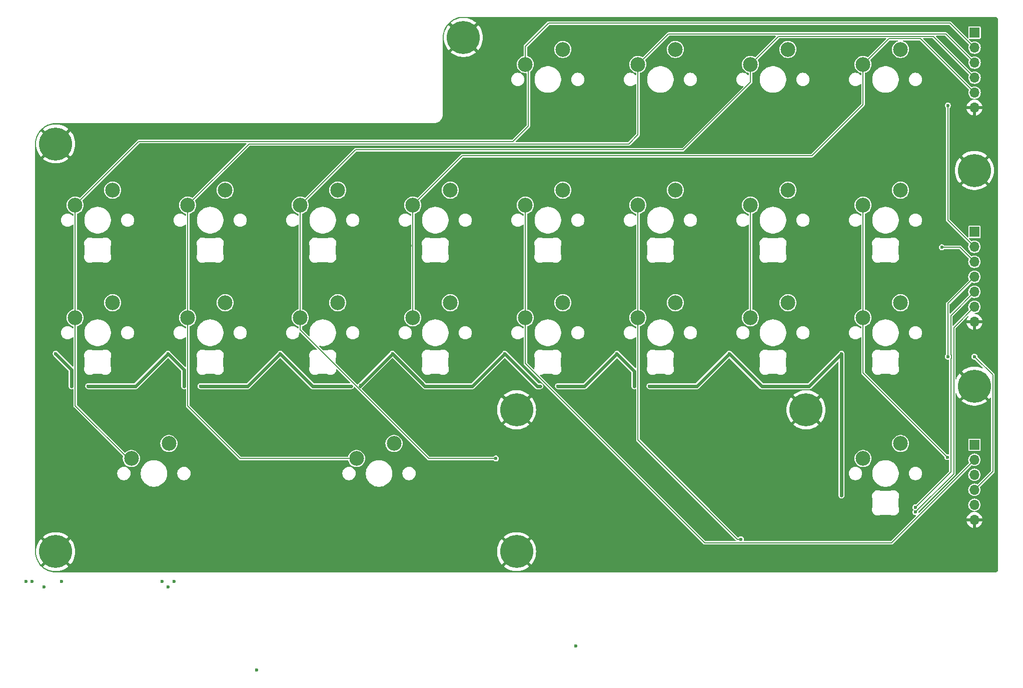
<source format=gbr>
%TF.GenerationSoftware,KiCad,Pcbnew,8.0.8*%
%TF.CreationDate,2025-02-25T14:58:14+00:00*%
%TF.ProjectId,16-steps,31362d73-7465-4707-932e-6b696361645f,rev?*%
%TF.SameCoordinates,Original*%
%TF.FileFunction,Copper,L1,Top*%
%TF.FilePolarity,Positive*%
%FSLAX46Y46*%
G04 Gerber Fmt 4.6, Leading zero omitted, Abs format (unit mm)*
G04 Created by KiCad (PCBNEW 8.0.8) date 2025-02-25 14:58:14*
%MOMM*%
%LPD*%
G01*
G04 APERTURE LIST*
%TA.AperFunction,ComponentPad*%
%ADD10C,2.500000*%
%TD*%
%TA.AperFunction,ComponentPad*%
%ADD11C,5.600000*%
%TD*%
%TA.AperFunction,ComponentPad*%
%ADD12R,1.700000X1.700000*%
%TD*%
%TA.AperFunction,ComponentPad*%
%ADD13O,1.700000X1.700000*%
%TD*%
%TA.AperFunction,ViaPad*%
%ADD14C,0.600000*%
%TD*%
%TA.AperFunction,Conductor*%
%ADD15C,0.600000*%
%TD*%
%TA.AperFunction,Conductor*%
%ADD16C,0.200000*%
%TD*%
G04 APERTURE END LIST*
D10*
%TO.P,SW20,1,1*%
%TO.N,COL7*%
X167640000Y-78422500D03*
%TO.P,SW20,2,2*%
%TO.N,Net-(D20-A)*%
X173990000Y-75882500D03*
%TD*%
%TO.P,SW14,1,1*%
%TO.N,COL1*%
X53340000Y-78422500D03*
%TO.P,SW14,2,2*%
%TO.N,Net-(D14-A)*%
X59690000Y-75882500D03*
%TD*%
D11*
%TO.P,H5,1,1*%
%TO.N,GND*%
X100000000Y-31000000D03*
%TD*%
%TO.P,H2,1,1*%
%TO.N,GND*%
X186500000Y-90000000D03*
%TD*%
D12*
%TO.P,J2,1,Pin_1*%
%TO.N,+5V*%
X186500000Y-63880000D03*
D13*
%TO.P,J2,2,Pin_2*%
%TO.N,ROW0*%
X186500000Y-66420000D03*
%TO.P,J2,3,Pin_3*%
%TO.N,ROW1*%
X186500000Y-68960000D03*
%TO.P,J2,4,Pin_4*%
%TO.N,ROW2*%
X186500000Y-71500000D03*
%TO.P,J2,5,Pin_5*%
%TO.N,ROW3*%
X186500000Y-74040000D03*
%TO.P,J2,6,Pin_6*%
%TO.N,LEDs*%
X186500000Y-76580000D03*
%TO.P,J2,7,Pin_7*%
%TO.N,GND*%
X186500000Y-79120000D03*
%TD*%
D11*
%TO.P,H7,1,1*%
%TO.N,GND*%
X109000000Y-94000000D03*
%TD*%
D10*
%TO.P,SW13,1,1*%
%TO.N,COL0*%
X34290000Y-78422500D03*
%TO.P,SW13,2,2*%
%TO.N,Net-(D13-A)*%
X40640000Y-75882500D03*
%TD*%
%TO.P,SW7,1,1*%
%TO.N,COL2*%
X72390000Y-59372500D03*
%TO.P,SW7,2,2*%
%TO.N,Net-(D7-A)*%
X78740000Y-56832500D03*
%TD*%
%TO.P,SW15,1,1*%
%TO.N,COL2*%
X72390000Y-78422500D03*
%TO.P,SW15,2,2*%
%TO.N,Net-(D15-A)*%
X78740000Y-75882500D03*
%TD*%
%TO.P,SW4,1,1*%
%TO.N,COL3*%
X167640000Y-35560000D03*
%TO.P,SW4,2,2*%
%TO.N,Net-(D4-A)*%
X173990000Y-33020000D03*
%TD*%
%TO.P,SW16,1,1*%
%TO.N,COL3*%
X91440000Y-78422500D03*
%TO.P,SW16,2,2*%
%TO.N,Net-(D16-A)*%
X97790000Y-75882500D03*
%TD*%
%TO.P,SW2,1,1*%
%TO.N,COL1*%
X129540000Y-35560000D03*
%TO.P,SW2,2,2*%
%TO.N,Net-(D2-A)*%
X135890000Y-33020000D03*
%TD*%
%TO.P,SW5,1,1*%
%TO.N,COL0*%
X34290000Y-59372500D03*
%TO.P,SW5,2,2*%
%TO.N,Net-(D5-A)*%
X40640000Y-56832500D03*
%TD*%
%TO.P,SW11,1,1*%
%TO.N,COL6*%
X148590000Y-59372500D03*
%TO.P,SW11,2,2*%
%TO.N,Net-(D11-A)*%
X154940000Y-56832500D03*
%TD*%
D11*
%TO.P,H1,1,1*%
%TO.N,GND*%
X186500000Y-53500000D03*
%TD*%
D10*
%TO.P,SW1,1,1*%
%TO.N,COL0*%
X110490000Y-35560000D03*
%TO.P,SW1,2,2*%
%TO.N,Net-(D1-A)*%
X116840000Y-33020000D03*
%TD*%
D11*
%TO.P,H6,1,1*%
%TO.N,GND*%
X109000000Y-118000000D03*
%TD*%
%TO.P,H4,1,1*%
%TO.N,GND*%
X31000000Y-49000000D03*
%TD*%
%TO.P,H8,1,1*%
%TO.N,GND*%
X158000000Y-94000000D03*
%TD*%
D10*
%TO.P,SW17,1,1*%
%TO.N,COL4*%
X110490000Y-78422500D03*
%TO.P,SW17,2,2*%
%TO.N,Net-(D17-A)*%
X116840000Y-75882500D03*
%TD*%
%TO.P,SW18,1,1*%
%TO.N,COL5*%
X129540000Y-78422500D03*
%TO.P,SW18,2,2*%
%TO.N,Net-(D18-A)*%
X135890000Y-75882500D03*
%TD*%
%TO.P,SW12,1,1*%
%TO.N,COL7*%
X167640000Y-59372500D03*
%TO.P,SW12,2,2*%
%TO.N,Net-(D12-A)*%
X173990000Y-56832500D03*
%TD*%
%TO.P,SW9,1,1*%
%TO.N,COL4*%
X110490000Y-59372500D03*
%TO.P,SW9,2,2*%
%TO.N,Net-(D9-A)*%
X116840000Y-56832500D03*
%TD*%
%TO.P,SW8,1,1*%
%TO.N,COL3*%
X91440000Y-59372500D03*
%TO.P,SW8,2,2*%
%TO.N,Net-(D8-A)*%
X97790000Y-56832500D03*
%TD*%
D12*
%TO.P,J1,1,Pin_1*%
%TO.N,+5V*%
X186525000Y-30175000D03*
D13*
%TO.P,J1,2,Pin_2*%
%TO.N,COL0*%
X186525000Y-32715000D03*
%TO.P,J1,3,Pin_3*%
%TO.N,COL1*%
X186525000Y-35255000D03*
%TO.P,J1,4,Pin_4*%
%TO.N,COL2*%
X186525000Y-37795000D03*
%TO.P,J1,5,Pin_5*%
%TO.N,COL3*%
X186525000Y-40335000D03*
%TO.P,J1,6,Pin_6*%
%TO.N,GND*%
X186525000Y-42875000D03*
%TD*%
D10*
%TO.P,SW3,1,1*%
%TO.N,COL2*%
X148590000Y-35560000D03*
%TO.P,SW3,2,2*%
%TO.N,Net-(D3-A)*%
X154940000Y-33020000D03*
%TD*%
%TO.P,SW19,1,1*%
%TO.N,COL6*%
X148590000Y-78422500D03*
%TO.P,SW19,2,2*%
%TO.N,Net-(D19-A)*%
X154940000Y-75882500D03*
%TD*%
%TO.P,SW6,1,1*%
%TO.N,COL1*%
X53340000Y-59372500D03*
%TO.P,SW6,2,2*%
%TO.N,Net-(D6-A)*%
X59690000Y-56832500D03*
%TD*%
D12*
%TO.P,J3,1,Pin_1*%
%TO.N,+5V*%
X186500000Y-99920000D03*
D13*
%TO.P,J3,2,Pin_2*%
%TO.N,COL4*%
X186500000Y-102460000D03*
%TO.P,J3,3,Pin_3*%
%TO.N,COL5*%
X186500000Y-105000000D03*
%TO.P,J3,4,Pin_4*%
%TO.N,COL6*%
X186500000Y-107540000D03*
%TO.P,J3,5,Pin_5*%
%TO.N,COL7*%
X186500000Y-110080000D03*
%TO.P,J3,6,Pin_6*%
%TO.N,GND*%
X186500000Y-112620000D03*
%TD*%
D10*
%TO.P,SW22,1,1*%
%TO.N,COL1*%
X81915000Y-102235000D03*
%TO.P,SW22,2,2*%
%TO.N,Net-(D22-A)*%
X88265000Y-99695000D03*
%TD*%
%TO.P,SW21,1,1*%
%TO.N,COL0*%
X43815000Y-102235000D03*
%TO.P,SW21,2,2*%
%TO.N,Net-(D21-A)*%
X50165000Y-99695000D03*
%TD*%
%TO.P,SW10,1,1*%
%TO.N,COL5*%
X129540000Y-59372500D03*
%TO.P,SW10,2,2*%
%TO.N,Net-(D10-A)*%
X135890000Y-56832500D03*
%TD*%
%TO.P,SW23,1,1*%
%TO.N,COL2*%
X167640000Y-102235000D03*
%TO.P,SW23,2,2*%
%TO.N,Net-(D23-A)*%
X173990000Y-99695000D03*
%TD*%
D11*
%TO.P,H3,1,1*%
%TO.N,GND*%
X31000000Y-118000000D03*
%TD*%
D14*
%TO.N,*%
X32000000Y-123000000D03*
X32000000Y-123000000D03*
X29000000Y-124000000D03*
X29000000Y-124000000D03*
X27000000Y-123000000D03*
X27000000Y-123000000D03*
X26000000Y-123000000D03*
X51000000Y-123000000D03*
X50000000Y-124000000D03*
X49000000Y-123000000D03*
X65000000Y-138000000D03*
X119000000Y-134000000D03*
%TO.N,GND*%
X104000000Y-86000000D03*
X104000000Y-85000000D03*
X105000000Y-85000000D03*
X123000000Y-86000000D03*
X123000000Y-85000000D03*
X124000000Y-85000000D03*
X142000000Y-86000000D03*
X142000000Y-85000000D03*
X143000000Y-85000000D03*
X47000000Y-86000000D03*
X47000000Y-85000000D03*
X48000000Y-85000000D03*
X85000000Y-86000000D03*
X85000000Y-85000000D03*
X86000000Y-85000000D03*
X66000000Y-86000000D03*
X67000000Y-85000000D03*
X66000000Y-85000000D03*
X161000000Y-86000000D03*
X162000000Y-85000000D03*
X161000000Y-85000000D03*
%TO.N,+5V*%
X131500000Y-90000000D03*
X128940000Y-90000000D03*
X116000000Y-90000000D03*
X113000000Y-90000000D03*
X82631314Y-89868686D03*
X81000000Y-90000000D03*
X33690000Y-90000000D03*
X36500000Y-90000000D03*
X55500000Y-90000000D03*
X52740000Y-90000000D03*
X164000000Y-108500000D03*
X126000000Y-84500000D03*
X69000000Y-84500000D03*
X88000000Y-84500000D03*
X164000000Y-84500000D03*
X31000000Y-84500000D03*
X50000000Y-84500000D03*
X107000000Y-84500000D03*
X145000000Y-84500000D03*
%TO.N,GND*%
X100000000Y-110000000D03*
X70000000Y-110000000D03*
X160000000Y-55000000D03*
X30000000Y-110000000D03*
X159000000Y-70000000D03*
X145000000Y-95000000D03*
X100000000Y-35000000D03*
X40000000Y-50000000D03*
X185000000Y-115000000D03*
X165000000Y-90000000D03*
X117500000Y-88500000D03*
X70000000Y-95000000D03*
X162000000Y-77000000D03*
X130000000Y-120000000D03*
X30000000Y-60000000D03*
X170000000Y-120000000D03*
X155000000Y-50000000D03*
X125000000Y-120000000D03*
X91000000Y-66242500D03*
X100000000Y-95000000D03*
X30000000Y-105000000D03*
X145000000Y-90000000D03*
X87000000Y-70000000D03*
X145000000Y-120000000D03*
X30000000Y-80000000D03*
X103000000Y-70000000D03*
X155000000Y-115000000D03*
X65000000Y-110000000D03*
X60000000Y-50000000D03*
X90000000Y-115000000D03*
X67000000Y-78000000D03*
X50000000Y-90000000D03*
X65000000Y-115000000D03*
X150000000Y-105000000D03*
X40000000Y-105000000D03*
X120000000Y-100000000D03*
X169000000Y-71437500D03*
X45000000Y-115000000D03*
X131000000Y-71437500D03*
X45000000Y-50000000D03*
X90000000Y-95000000D03*
X55000000Y-120000000D03*
X90000000Y-90000000D03*
X70000000Y-120000000D03*
X161000000Y-70000000D03*
X160000000Y-105000000D03*
X30000000Y-100000000D03*
X110000000Y-105000000D03*
X145000000Y-70000000D03*
X105000000Y-90000000D03*
X105000000Y-78000000D03*
X129000000Y-66242500D03*
X160000000Y-115000000D03*
X165000000Y-115000000D03*
X160000000Y-70000000D03*
X40000000Y-115000000D03*
X75000000Y-120000000D03*
X67000000Y-79000000D03*
X135000000Y-115000000D03*
X60000000Y-115000000D03*
X48000000Y-70000000D03*
X86000000Y-77000000D03*
X65000000Y-55000000D03*
X120000000Y-120000000D03*
X112000000Y-71337500D03*
X105000000Y-55000000D03*
X30000000Y-65000000D03*
X105000000Y-76000000D03*
X45000000Y-95000000D03*
X163000000Y-70000000D03*
X125000000Y-90000000D03*
X180000000Y-35000000D03*
X45000000Y-120000000D03*
X115000000Y-110000000D03*
X165000000Y-120000000D03*
X47000000Y-70000000D03*
X120000000Y-115000000D03*
X75000000Y-100000000D03*
X135500000Y-88500000D03*
X50000000Y-120000000D03*
X52500000Y-66242500D03*
X35000000Y-115000000D03*
X50000000Y-50000000D03*
X55000000Y-115000000D03*
X150000000Y-71337500D03*
X185000000Y-120000000D03*
X170000000Y-50000000D03*
X65000000Y-100000000D03*
X105000000Y-70000000D03*
X124000000Y-76000000D03*
X30000000Y-85000000D03*
X180000000Y-50000000D03*
X35000000Y-95000000D03*
X67000000Y-76000000D03*
X30000000Y-90000000D03*
X65000000Y-120000000D03*
X46000000Y-70000000D03*
X60000000Y-105000000D03*
X185000000Y-50000000D03*
X35000000Y-110000000D03*
X105000000Y-95000000D03*
X162000000Y-78000000D03*
X30000000Y-95000000D03*
X102000000Y-70000000D03*
X175000000Y-120000000D03*
X105000000Y-45000000D03*
X150000000Y-100000000D03*
X66000000Y-70000000D03*
X107000000Y-70000000D03*
X124000000Y-70000000D03*
X173500000Y-88500000D03*
X143000000Y-70000000D03*
X75000000Y-105000000D03*
X150000000Y-50000000D03*
X116500000Y-88500000D03*
X95000000Y-105000000D03*
X175000000Y-115000000D03*
X45000000Y-70000000D03*
X180000000Y-40000000D03*
X148000000Y-66242500D03*
X65000000Y-70000000D03*
X55000000Y-71337500D03*
X175000000Y-50000000D03*
X175000000Y-90000000D03*
X100000000Y-45000000D03*
X95000000Y-110000000D03*
X30000000Y-55000000D03*
X110000000Y-100000000D03*
X80000000Y-50000000D03*
X48000000Y-78000000D03*
X155000000Y-100000000D03*
X80000000Y-115000000D03*
X115000000Y-95000000D03*
X71500000Y-66242500D03*
X95000000Y-95000000D03*
X60000000Y-110000000D03*
X180000000Y-90000000D03*
X140000000Y-95000000D03*
X145000000Y-110000000D03*
X105000000Y-77000000D03*
X115000000Y-120000000D03*
X85000000Y-115000000D03*
X135000000Y-120000000D03*
X104000000Y-70000000D03*
X180000000Y-115000000D03*
X180000000Y-120000000D03*
X70000000Y-105000000D03*
X90000000Y-120000000D03*
X135000000Y-100000000D03*
X162000000Y-70000000D03*
X75000000Y-110000000D03*
X110000000Y-66242500D03*
X143000000Y-76000000D03*
X124000000Y-78000000D03*
X75000000Y-50000000D03*
X50000000Y-115000000D03*
X120000000Y-105000000D03*
X164000000Y-70000000D03*
X79500000Y-88500000D03*
X68000000Y-70000000D03*
X30000000Y-70000000D03*
X49000000Y-70000000D03*
X145000000Y-100000000D03*
X86000000Y-76000000D03*
X85000000Y-70000000D03*
X50000000Y-95000000D03*
X115000000Y-115000000D03*
X100000000Y-100000000D03*
X70000000Y-100000000D03*
X64000000Y-70000000D03*
X143000000Y-77000000D03*
X145000000Y-50000000D03*
X65000000Y-105000000D03*
X180000000Y-95000000D03*
X105000000Y-30000000D03*
X150000000Y-115000000D03*
X143000000Y-78000000D03*
X105000000Y-100000000D03*
X48000000Y-77000000D03*
X124000000Y-77000000D03*
X150000000Y-120000000D03*
X125000000Y-110000000D03*
X78500000Y-88500000D03*
X136500000Y-88500000D03*
X155500000Y-88500000D03*
X85000000Y-120000000D03*
X75000000Y-115000000D03*
X85000000Y-55000000D03*
X40000000Y-100000000D03*
X105000000Y-35000000D03*
X50000000Y-70000000D03*
X65000000Y-95000000D03*
X86000000Y-79000000D03*
X140000000Y-100000000D03*
X86000000Y-70000000D03*
X125000000Y-115000000D03*
X95000000Y-115000000D03*
X36000000Y-71337500D03*
X100000000Y-40000000D03*
X70000000Y-90000000D03*
X70000000Y-115000000D03*
X141000000Y-70000000D03*
X125000000Y-55000000D03*
X35000000Y-105000000D03*
X35000000Y-50000000D03*
X143000000Y-79000000D03*
X150000000Y-95000000D03*
X48000000Y-79000000D03*
X84000000Y-70000000D03*
X140000000Y-105000000D03*
X60000000Y-120000000D03*
X130000000Y-115000000D03*
X98500000Y-88500000D03*
X110000000Y-30000000D03*
X165000000Y-50000000D03*
X97500000Y-88500000D03*
X95000000Y-120000000D03*
X155000000Y-110000000D03*
X190000000Y-115000000D03*
X35000000Y-100000000D03*
X83000000Y-70000000D03*
X145000000Y-105000000D03*
X150000000Y-110000000D03*
X130000000Y-30000000D03*
X174500000Y-88500000D03*
X144000000Y-70000000D03*
X170000000Y-115000000D03*
X122000000Y-70000000D03*
X106000000Y-70000000D03*
X115000000Y-100000000D03*
X30000000Y-75000000D03*
X120000000Y-110000000D03*
X105000000Y-40000000D03*
X135000000Y-95000000D03*
X86000000Y-78000000D03*
X185000000Y-95000000D03*
X121000000Y-70000000D03*
X65000000Y-50000000D03*
X67000000Y-77000000D03*
X160000000Y-120000000D03*
X162000000Y-76000000D03*
X105000000Y-110000000D03*
X124000000Y-79000000D03*
X105000000Y-105000000D03*
X60000000Y-95000000D03*
X125000000Y-30000000D03*
X110000000Y-110000000D03*
X142000000Y-70000000D03*
X125000000Y-95000000D03*
X145000000Y-55000000D03*
X123000000Y-70000000D03*
X154500000Y-88500000D03*
X140000000Y-50000000D03*
X67000000Y-70000000D03*
X140000000Y-70000000D03*
X125000000Y-70000000D03*
X120000000Y-30000000D03*
X74000000Y-71337500D03*
X165000000Y-95000000D03*
X160000000Y-100000000D03*
X40000000Y-120000000D03*
X115000000Y-105000000D03*
X33500000Y-66242500D03*
X75000000Y-95000000D03*
X170000000Y-95000000D03*
X69000000Y-70000000D03*
X130000000Y-110000000D03*
X93000000Y-71337500D03*
X100000000Y-120000000D03*
X155000000Y-105000000D03*
X85000000Y-90000000D03*
X80000000Y-120000000D03*
X48000000Y-76000000D03*
X100000000Y-115000000D03*
X126000000Y-70000000D03*
X160000000Y-110000000D03*
X100000000Y-105000000D03*
X167000000Y-66242500D03*
X70000000Y-50000000D03*
X55000000Y-50000000D03*
X88000000Y-70000000D03*
X40000000Y-95000000D03*
X40000000Y-110000000D03*
X162000000Y-79000000D03*
X95000000Y-100000000D03*
X190000000Y-120000000D03*
X140000000Y-120000000D03*
X180000000Y-55000000D03*
X105000000Y-79000000D03*
X155000000Y-120000000D03*
%TO.N,ROW0*%
X182000000Y-42500000D03*
%TO.N,ROW1*%
X181000000Y-66500000D03*
%TO.N,ROW2*%
X182000000Y-85000000D03*
%TO.N,ROW3*%
X176500000Y-110500000D03*
%TO.N,COL2*%
X105500000Y-102235000D03*
%TO.N,LEDs*%
X176500000Y-111300003D03*
%TO.N,COL7*%
X181900000Y-102000000D03*
%TO.N,COL5*%
X147000000Y-115900000D03*
%TO.N,COL6*%
X186500000Y-85000000D03*
%TD*%
D15*
%TO.N,+5V*%
X128940000Y-87440000D02*
X128940000Y-90000000D01*
X126000000Y-84500000D02*
X128940000Y-87440000D01*
X112500000Y-90000000D02*
X113000000Y-90000000D01*
X116000000Y-90000000D02*
X120500000Y-90000000D01*
X69000000Y-84500000D02*
X74500000Y-90000000D01*
X74500000Y-90000000D02*
X81000000Y-90000000D01*
X33690000Y-87190000D02*
X33690000Y-90000000D01*
X31000000Y-84500000D02*
X33690000Y-87190000D01*
X52740000Y-87240000D02*
X52740000Y-90000000D01*
X50000000Y-84500000D02*
X52740000Y-87240000D01*
X120500000Y-90000000D02*
X126000000Y-84500000D01*
X131500000Y-90000000D02*
X139500000Y-90000000D01*
X36500000Y-90000000D02*
X44500000Y-90000000D01*
X164000000Y-84500000D02*
X164000000Y-108500000D01*
X63500000Y-90000000D02*
X69000000Y-84500000D01*
X150500000Y-90000000D02*
X158500000Y-90000000D01*
X139500000Y-90000000D02*
X145000000Y-84500000D01*
X101500000Y-90000000D02*
X107000000Y-84500000D01*
X107000000Y-84500000D02*
X112500000Y-90000000D01*
X44500000Y-90000000D02*
X50000000Y-84500000D01*
X82500000Y-90000000D02*
X88000000Y-84500000D01*
X55500000Y-90000000D02*
X63500000Y-90000000D01*
X88000000Y-84500000D02*
X93500000Y-90000000D01*
X158500000Y-90000000D02*
X164000000Y-84500000D01*
X145000000Y-84500000D02*
X150500000Y-90000000D01*
X93500000Y-90000000D02*
X101500000Y-90000000D01*
D16*
%TO.N,ROW0*%
X186500000Y-66420000D02*
X182000000Y-61920000D01*
X182000000Y-61920000D02*
X182000000Y-42500000D01*
%TO.N,ROW1*%
X181000000Y-66500000D02*
X184040000Y-66500000D01*
X184040000Y-66500000D02*
X186500000Y-68960000D01*
%TO.N,ROW2*%
X186500000Y-71500000D02*
X182000000Y-76000000D01*
X182000000Y-76000000D02*
X182000000Y-85000000D01*
%TO.N,ROW3*%
X182500000Y-104500000D02*
X182500000Y-85348529D01*
X182600000Y-84751471D02*
X182500000Y-84651471D01*
X182500000Y-84651471D02*
X182500000Y-78040000D01*
X182600000Y-85248529D02*
X182600000Y-84751471D01*
X182500000Y-78040000D02*
X186500000Y-74040000D01*
X182500000Y-85348529D02*
X182600000Y-85248529D01*
X176500000Y-110500000D02*
X182500000Y-104500000D01*
%TO.N,COL1*%
X129540000Y-35560000D02*
X134700000Y-30400000D01*
X134700000Y-30400000D02*
X181670000Y-30400000D01*
X53340000Y-59372500D02*
X63712500Y-49000000D01*
X129540000Y-47460000D02*
X129540000Y-35560000D01*
X53340000Y-93340000D02*
X62235000Y-102235000D01*
X53340000Y-78422500D02*
X53340000Y-93340000D01*
X53340000Y-59372500D02*
X53340000Y-78422500D01*
X62235000Y-102235000D02*
X81915000Y-102235000D01*
X63712500Y-49000000D02*
X128000000Y-49000000D01*
X128000000Y-49000000D02*
X129540000Y-47460000D01*
X181670000Y-30400000D02*
X186525000Y-35255000D01*
%TO.N,COL2*%
X179530000Y-30800000D02*
X186525000Y-37795000D01*
X153350000Y-30800000D02*
X179530000Y-30800000D01*
X72390000Y-80475902D02*
X72390000Y-78422500D01*
X81762500Y-50000000D02*
X72390000Y-59372500D01*
X148590000Y-35560000D02*
X153350000Y-30800000D01*
X105500000Y-102235000D02*
X94149098Y-102235000D01*
X72390000Y-59372500D02*
X72390000Y-78422500D01*
X148590000Y-35560000D02*
X148590000Y-38562412D01*
X148590000Y-38562412D02*
X137152412Y-50000000D01*
X94149098Y-102235000D02*
X72390000Y-80475902D01*
X137152412Y-50000000D02*
X81762500Y-50000000D01*
%TO.N,COL3*%
X167640000Y-35560000D02*
X172000000Y-31200000D01*
X99812500Y-51000000D02*
X159000000Y-51000000D01*
X177390000Y-31200000D02*
X186525000Y-40335000D01*
X159000000Y-51000000D02*
X167640000Y-42360000D01*
X167640000Y-42360000D02*
X167640000Y-35560000D01*
X91440000Y-59372500D02*
X91440000Y-78422500D01*
X172000000Y-31200000D02*
X177390000Y-31200000D01*
X91440000Y-59372500D02*
X99812500Y-51000000D01*
%TO.N,COL0*%
X110490000Y-32510000D02*
X114425000Y-28575000D01*
X111000000Y-36070000D02*
X111000000Y-46000000D01*
X43235000Y-102235000D02*
X43815000Y-102235000D01*
X34290000Y-93290000D02*
X43235000Y-102235000D01*
X34290000Y-78422500D02*
X34290000Y-93290000D01*
X110490000Y-35560000D02*
X110490000Y-32510000D01*
X111000000Y-46000000D02*
X108400000Y-48600000D01*
X110490000Y-35560000D02*
X111000000Y-36070000D01*
X114425000Y-28575000D02*
X182385000Y-28575000D01*
X108400000Y-48600000D02*
X45062500Y-48600000D01*
X34290000Y-59372500D02*
X34290000Y-78422500D01*
X45062500Y-48600000D02*
X34290000Y-59372500D01*
X182385000Y-28575000D02*
X186525000Y-32715000D01*
%TO.N,LEDs*%
X176548526Y-111300003D02*
X176500000Y-111300003D01*
X183000000Y-104848529D02*
X176548526Y-111300003D01*
X186500000Y-76580000D02*
X183000000Y-80080000D01*
X183000000Y-80080000D02*
X183000000Y-104848529D01*
%TO.N,COL7*%
X167640000Y-59372500D02*
X167640000Y-78422500D01*
X167640000Y-87740000D02*
X181900000Y-102000000D01*
X167640000Y-78422500D02*
X167640000Y-87740000D01*
%TO.N,COL5*%
X129540000Y-59372500D02*
X129540000Y-78422500D01*
X146394216Y-115900000D02*
X147000000Y-115900000D01*
X129540000Y-78422500D02*
X129540000Y-99045784D01*
X129540000Y-99045784D02*
X146394216Y-115900000D01*
%TO.N,COL6*%
X186500000Y-107540000D02*
X189600000Y-104440000D01*
X189600000Y-104440000D02*
X189600000Y-88100000D01*
X148590000Y-59372500D02*
X148590000Y-78422500D01*
X189600000Y-88100000D02*
X186500000Y-85000000D01*
%TO.N,COL4*%
X172460000Y-116500000D02*
X186500000Y-102460000D01*
X110490000Y-59372500D02*
X110490000Y-78422500D01*
X110490000Y-86141838D02*
X140848162Y-116500000D01*
X140848162Y-116500000D02*
X172460000Y-116500000D01*
X110490000Y-78422500D02*
X110490000Y-86141838D01*
%TD*%
%TA.AperFunction,Conductor*%
%TO.N,GND*%
G36*
X190004126Y-27500965D02*
G01*
X190014292Y-27502110D01*
X190102873Y-27512091D01*
X190119013Y-27515775D01*
X190208852Y-27547211D01*
X190223781Y-27554400D01*
X190304372Y-27605038D01*
X190317328Y-27615370D01*
X190384629Y-27682671D01*
X190394961Y-27695627D01*
X190445599Y-27776218D01*
X190452788Y-27791147D01*
X190484222Y-27880980D01*
X190487909Y-27897131D01*
X190499035Y-27995873D01*
X190499500Y-28004159D01*
X190499500Y-120995840D01*
X190499035Y-121004126D01*
X190487909Y-121102868D01*
X190484221Y-121119023D01*
X190452788Y-121208852D01*
X190445599Y-121223781D01*
X190394961Y-121304372D01*
X190384629Y-121317328D01*
X190317328Y-121384629D01*
X190304372Y-121394961D01*
X190223781Y-121445599D01*
X190208852Y-121452788D01*
X190135258Y-121478539D01*
X190119021Y-121484221D01*
X190102868Y-121487909D01*
X190004127Y-121499035D01*
X189995841Y-121499500D01*
X31001819Y-121499500D01*
X30998188Y-121499411D01*
X30990534Y-121499035D01*
X30974369Y-121498240D01*
X30660617Y-121482827D01*
X30653390Y-121482115D01*
X30320873Y-121432790D01*
X30313751Y-121431373D01*
X29987678Y-121349697D01*
X29980728Y-121347589D01*
X29664221Y-121234340D01*
X29657512Y-121231561D01*
X29353637Y-121087839D01*
X29347232Y-121084416D01*
X29058896Y-120911594D01*
X29052858Y-120907559D01*
X28782857Y-120707312D01*
X28777244Y-120702705D01*
X28528173Y-120476961D01*
X28523038Y-120471826D01*
X28476447Y-120420421D01*
X28297294Y-120222755D01*
X28292687Y-120217142D01*
X28092440Y-119947141D01*
X28088405Y-119941103D01*
X28069999Y-119910394D01*
X27915579Y-119652759D01*
X27912160Y-119646362D01*
X27890232Y-119600000D01*
X27768436Y-119342484D01*
X27765659Y-119335778D01*
X27724380Y-119220412D01*
X27652406Y-119019258D01*
X27650306Y-119012335D01*
X27568626Y-118686248D01*
X27567209Y-118679126D01*
X27557576Y-118614187D01*
X27517882Y-118346594D01*
X27517173Y-118339396D01*
X27500589Y-118001811D01*
X27500544Y-117999990D01*
X27695153Y-117999990D01*
X27695153Y-118000009D01*
X27714524Y-118357307D01*
X27714525Y-118357311D01*
X27772416Y-118710439D01*
X27772417Y-118710441D01*
X27868150Y-119055238D01*
X27868156Y-119055258D01*
X28000599Y-119387661D01*
X28000606Y-119387678D01*
X28168218Y-119703828D01*
X28369035Y-120000009D01*
X28496442Y-120150002D01*
X29705747Y-118940696D01*
X29779588Y-119042330D01*
X29957670Y-119220412D01*
X30059301Y-119294251D01*
X28847256Y-120506296D01*
X28860473Y-120518817D01*
X28860485Y-120518827D01*
X29145362Y-120735385D01*
X29451983Y-120919872D01*
X29776756Y-121070128D01*
X29776762Y-121070130D01*
X30115847Y-121184380D01*
X30115869Y-121184387D01*
X30465328Y-121261309D01*
X30465337Y-121261310D01*
X30821065Y-121299998D01*
X30821088Y-121300000D01*
X31178912Y-121300000D01*
X31178934Y-121299998D01*
X31534662Y-121261310D01*
X31534671Y-121261309D01*
X31884130Y-121184387D01*
X31884152Y-121184380D01*
X32223237Y-121070130D01*
X32223243Y-121070128D01*
X32548016Y-120919872D01*
X32854637Y-120735385D01*
X33139515Y-120518827D01*
X33139517Y-120518825D01*
X33152741Y-120506296D01*
X33152741Y-120506295D01*
X31940698Y-119294252D01*
X32042330Y-119220412D01*
X32220412Y-119042330D01*
X32294252Y-118940698D01*
X33503556Y-120150002D01*
X33630968Y-120000003D01*
X33831781Y-119703828D01*
X33999393Y-119387678D01*
X33999400Y-119387661D01*
X34131843Y-119055258D01*
X34131849Y-119055238D01*
X34227582Y-118710441D01*
X34227583Y-118710439D01*
X34285474Y-118357311D01*
X34285475Y-118357307D01*
X34304847Y-118000009D01*
X34304847Y-117999990D01*
X105695153Y-117999990D01*
X105695153Y-118000009D01*
X105714524Y-118357307D01*
X105714525Y-118357311D01*
X105772416Y-118710439D01*
X105772417Y-118710441D01*
X105868150Y-119055238D01*
X105868156Y-119055258D01*
X106000599Y-119387661D01*
X106000606Y-119387678D01*
X106168218Y-119703828D01*
X106369035Y-120000009D01*
X106496442Y-120150002D01*
X107705747Y-118940696D01*
X107779588Y-119042330D01*
X107957670Y-119220412D01*
X108059301Y-119294251D01*
X106847256Y-120506296D01*
X106860473Y-120518817D01*
X106860485Y-120518827D01*
X107145362Y-120735385D01*
X107451983Y-120919872D01*
X107776756Y-121070128D01*
X107776762Y-121070130D01*
X108115847Y-121184380D01*
X108115869Y-121184387D01*
X108465328Y-121261309D01*
X108465337Y-121261310D01*
X108821065Y-121299998D01*
X108821088Y-121300000D01*
X109178912Y-121300000D01*
X109178934Y-121299998D01*
X109534662Y-121261310D01*
X109534671Y-121261309D01*
X109884130Y-121184387D01*
X109884152Y-121184380D01*
X110223237Y-121070130D01*
X110223243Y-121070128D01*
X110548016Y-120919872D01*
X110854637Y-120735385D01*
X111139515Y-120518827D01*
X111139517Y-120518825D01*
X111152741Y-120506296D01*
X111152741Y-120506295D01*
X109940698Y-119294252D01*
X110042330Y-119220412D01*
X110220412Y-119042330D01*
X110294252Y-118940698D01*
X111503556Y-120150002D01*
X111630968Y-120000003D01*
X111831781Y-119703828D01*
X111999393Y-119387678D01*
X111999400Y-119387661D01*
X112131843Y-119055258D01*
X112131849Y-119055238D01*
X112227582Y-118710441D01*
X112227583Y-118710439D01*
X112285474Y-118357311D01*
X112285475Y-118357307D01*
X112304847Y-118000009D01*
X112304847Y-117999990D01*
X112285475Y-117642692D01*
X112285474Y-117642688D01*
X112227583Y-117289560D01*
X112227582Y-117289558D01*
X112131849Y-116944761D01*
X112131843Y-116944741D01*
X111999400Y-116612338D01*
X111999393Y-116612321D01*
X111831781Y-116296171D01*
X111630964Y-115999990D01*
X111503556Y-115849996D01*
X110294251Y-117059301D01*
X110220412Y-116957670D01*
X110042330Y-116779588D01*
X109940697Y-116705747D01*
X111152742Y-115493702D01*
X111139526Y-115481182D01*
X111139514Y-115481172D01*
X110854637Y-115264614D01*
X110548016Y-115080127D01*
X110223243Y-114929871D01*
X110223237Y-114929869D01*
X109884152Y-114815619D01*
X109884130Y-114815612D01*
X109534671Y-114738690D01*
X109534662Y-114738689D01*
X109178934Y-114700001D01*
X109178912Y-114700000D01*
X108821088Y-114700000D01*
X108821065Y-114700001D01*
X108465337Y-114738689D01*
X108465328Y-114738690D01*
X108115869Y-114815612D01*
X108115847Y-114815619D01*
X107776762Y-114929869D01*
X107776756Y-114929871D01*
X107451983Y-115080127D01*
X107145362Y-115264614D01*
X106860489Y-115481168D01*
X106847257Y-115493702D01*
X108059302Y-116705747D01*
X107957670Y-116779588D01*
X107779588Y-116957670D01*
X107705747Y-117059301D01*
X106496441Y-115849995D01*
X106369035Y-115999990D01*
X106168218Y-116296171D01*
X106000606Y-116612321D01*
X106000599Y-116612338D01*
X105868156Y-116944741D01*
X105868150Y-116944761D01*
X105772417Y-117289558D01*
X105772416Y-117289560D01*
X105714525Y-117642688D01*
X105714524Y-117642692D01*
X105695153Y-117999990D01*
X34304847Y-117999990D01*
X34285475Y-117642692D01*
X34285474Y-117642688D01*
X34227583Y-117289560D01*
X34227582Y-117289558D01*
X34131849Y-116944761D01*
X34131843Y-116944741D01*
X33999400Y-116612338D01*
X33999393Y-116612321D01*
X33831781Y-116296171D01*
X33630964Y-115999990D01*
X33503556Y-115849996D01*
X32294251Y-117059301D01*
X32220412Y-116957670D01*
X32042330Y-116779588D01*
X31940696Y-116705747D01*
X33152742Y-115493702D01*
X33139526Y-115481182D01*
X33139514Y-115481172D01*
X32854637Y-115264614D01*
X32548016Y-115080127D01*
X32223243Y-114929871D01*
X32223237Y-114929869D01*
X31884152Y-114815619D01*
X31884130Y-114815612D01*
X31534671Y-114738690D01*
X31534662Y-114738689D01*
X31178934Y-114700001D01*
X31178912Y-114700000D01*
X30821088Y-114700000D01*
X30821065Y-114700001D01*
X30465337Y-114738689D01*
X30465328Y-114738690D01*
X30115869Y-114815612D01*
X30115847Y-114815619D01*
X29776762Y-114929869D01*
X29776756Y-114929871D01*
X29451983Y-115080127D01*
X29145362Y-115264614D01*
X28860489Y-115481168D01*
X28847257Y-115493702D01*
X30059302Y-116705747D01*
X29957670Y-116779588D01*
X29779588Y-116957670D01*
X29705747Y-117059301D01*
X28496441Y-115849995D01*
X28369035Y-115999990D01*
X28168218Y-116296171D01*
X28000606Y-116612321D01*
X28000599Y-116612338D01*
X27868156Y-116944741D01*
X27868150Y-116944761D01*
X27772417Y-117289558D01*
X27772416Y-117289560D01*
X27714525Y-117642688D01*
X27714524Y-117642692D01*
X27695153Y-117999990D01*
X27500544Y-117999990D01*
X27500500Y-117998180D01*
X27500500Y-104686421D01*
X41419500Y-104686421D01*
X41419500Y-104863579D01*
X41446340Y-105033040D01*
X41447214Y-105038554D01*
X41447216Y-105038565D01*
X41501956Y-105207039D01*
X41501958Y-105207043D01*
X41582384Y-105364886D01*
X41582387Y-105364892D01*
X41610769Y-105403956D01*
X41686517Y-105508214D01*
X41811786Y-105633483D01*
X41955110Y-105737614D01*
X42107463Y-105815242D01*
X42112956Y-105818041D01*
X42112960Y-105818043D01*
X42281434Y-105872783D01*
X42281438Y-105872783D01*
X42281445Y-105872786D01*
X42432495Y-105896710D01*
X42456420Y-105900500D01*
X42456421Y-105900500D01*
X42633580Y-105900500D01*
X42654626Y-105897166D01*
X42808555Y-105872786D01*
X42808563Y-105872783D01*
X42808565Y-105872783D01*
X42977039Y-105818043D01*
X42977039Y-105818042D01*
X42977042Y-105818042D01*
X43134890Y-105737614D01*
X43278214Y-105633483D01*
X43403483Y-105508214D01*
X43507614Y-105364890D01*
X43588042Y-105207042D01*
X43642786Y-105038555D01*
X43670500Y-104863579D01*
X43670500Y-104686421D01*
X43661167Y-104627495D01*
X45374500Y-104627495D01*
X45374500Y-104922504D01*
X45413006Y-105214991D01*
X45489361Y-105499953D01*
X45602253Y-105772498D01*
X45602256Y-105772506D01*
X45719299Y-105975230D01*
X45749762Y-106027994D01*
X45929354Y-106262042D01*
X46137958Y-106470646D01*
X46372006Y-106650238D01*
X46627493Y-106797743D01*
X46900048Y-106910639D01*
X47185007Y-106986993D01*
X47477494Y-107025500D01*
X47477496Y-107025500D01*
X47772504Y-107025500D01*
X47772506Y-107025500D01*
X48064993Y-106986993D01*
X48349952Y-106910639D01*
X48622507Y-106797743D01*
X48877994Y-106650238D01*
X49112042Y-106470646D01*
X49320646Y-106262042D01*
X49500238Y-106027994D01*
X49647743Y-105772507D01*
X49760639Y-105499952D01*
X49836993Y-105214993D01*
X49875500Y-104922506D01*
X49875500Y-104686421D01*
X51579500Y-104686421D01*
X51579500Y-104863579D01*
X51606340Y-105033040D01*
X51607214Y-105038554D01*
X51607216Y-105038565D01*
X51661956Y-105207039D01*
X51661958Y-105207043D01*
X51742384Y-105364886D01*
X51742387Y-105364892D01*
X51770769Y-105403956D01*
X51846517Y-105508214D01*
X51971786Y-105633483D01*
X52115110Y-105737614D01*
X52267463Y-105815242D01*
X52272956Y-105818041D01*
X52272960Y-105818043D01*
X52441434Y-105872783D01*
X52441438Y-105872783D01*
X52441445Y-105872786D01*
X52592495Y-105896710D01*
X52616420Y-105900500D01*
X52616421Y-105900500D01*
X52793580Y-105900500D01*
X52814626Y-105897166D01*
X52968555Y-105872786D01*
X52968563Y-105872783D01*
X52968565Y-105872783D01*
X53137039Y-105818043D01*
X53137039Y-105818042D01*
X53137042Y-105818042D01*
X53294890Y-105737614D01*
X53438214Y-105633483D01*
X53563483Y-105508214D01*
X53667614Y-105364890D01*
X53748042Y-105207042D01*
X53802786Y-105038555D01*
X53830500Y-104863579D01*
X53830500Y-104686421D01*
X79519500Y-104686421D01*
X79519500Y-104863579D01*
X79546340Y-105033040D01*
X79547214Y-105038554D01*
X79547216Y-105038565D01*
X79601956Y-105207039D01*
X79601958Y-105207043D01*
X79682384Y-105364886D01*
X79682387Y-105364892D01*
X79710769Y-105403956D01*
X79786517Y-105508214D01*
X79911786Y-105633483D01*
X80055110Y-105737614D01*
X80207463Y-105815242D01*
X80212956Y-105818041D01*
X80212960Y-105818043D01*
X80381434Y-105872783D01*
X80381438Y-105872783D01*
X80381445Y-105872786D01*
X80532495Y-105896710D01*
X80556420Y-105900500D01*
X80556421Y-105900500D01*
X80733580Y-105900500D01*
X80754626Y-105897166D01*
X80908555Y-105872786D01*
X80908563Y-105872783D01*
X80908565Y-105872783D01*
X81077039Y-105818043D01*
X81077039Y-105818042D01*
X81077042Y-105818042D01*
X81234890Y-105737614D01*
X81378214Y-105633483D01*
X81503483Y-105508214D01*
X81607614Y-105364890D01*
X81688042Y-105207042D01*
X81742786Y-105038555D01*
X81770500Y-104863579D01*
X81770500Y-104686421D01*
X81761167Y-104627495D01*
X83474500Y-104627495D01*
X83474500Y-104922504D01*
X83513006Y-105214991D01*
X83589361Y-105499953D01*
X83702253Y-105772498D01*
X83702256Y-105772506D01*
X83819299Y-105975230D01*
X83849762Y-106027994D01*
X84029354Y-106262042D01*
X84237958Y-106470646D01*
X84472006Y-106650238D01*
X84727493Y-106797743D01*
X85000048Y-106910639D01*
X85285007Y-106986993D01*
X85577494Y-107025500D01*
X85577496Y-107025500D01*
X85872504Y-107025500D01*
X85872506Y-107025500D01*
X86164993Y-106986993D01*
X86449952Y-106910639D01*
X86722507Y-106797743D01*
X86977994Y-106650238D01*
X87212042Y-106470646D01*
X87420646Y-106262042D01*
X87600238Y-106027994D01*
X87747743Y-105772507D01*
X87860639Y-105499952D01*
X87936993Y-105214993D01*
X87975500Y-104922506D01*
X87975500Y-104686421D01*
X89679500Y-104686421D01*
X89679500Y-104863579D01*
X89706340Y-105033040D01*
X89707214Y-105038554D01*
X89707216Y-105038565D01*
X89761956Y-105207039D01*
X89761958Y-105207043D01*
X89842384Y-105364886D01*
X89842387Y-105364892D01*
X89870769Y-105403956D01*
X89946517Y-105508214D01*
X90071786Y-105633483D01*
X90215110Y-105737614D01*
X90367463Y-105815242D01*
X90372956Y-105818041D01*
X90372960Y-105818043D01*
X90541434Y-105872783D01*
X90541438Y-105872783D01*
X90541445Y-105872786D01*
X90692495Y-105896710D01*
X90716420Y-105900500D01*
X90716421Y-105900500D01*
X90893580Y-105900500D01*
X90914626Y-105897166D01*
X91068555Y-105872786D01*
X91068563Y-105872783D01*
X91068565Y-105872783D01*
X91237039Y-105818043D01*
X91237039Y-105818042D01*
X91237042Y-105818042D01*
X91394890Y-105737614D01*
X91538214Y-105633483D01*
X91663483Y-105508214D01*
X91767614Y-105364890D01*
X91848042Y-105207042D01*
X91902786Y-105038555D01*
X91930500Y-104863579D01*
X91930500Y-104686421D01*
X91902786Y-104511445D01*
X91902783Y-104511438D01*
X91902783Y-104511434D01*
X91848043Y-104342960D01*
X91848041Y-104342956D01*
X91834066Y-104315529D01*
X91767614Y-104185110D01*
X91663483Y-104041786D01*
X91538214Y-103916517D01*
X91538211Y-103916514D01*
X91538209Y-103916513D01*
X91394892Y-103812387D01*
X91394886Y-103812384D01*
X91237043Y-103731958D01*
X91237039Y-103731956D01*
X91068565Y-103677216D01*
X91068556Y-103677214D01*
X91068555Y-103677214D01*
X90981067Y-103663357D01*
X90893580Y-103649500D01*
X90893579Y-103649500D01*
X90716421Y-103649500D01*
X90716420Y-103649500D01*
X90541445Y-103677214D01*
X90541434Y-103677216D01*
X90372960Y-103731956D01*
X90372956Y-103731958D01*
X90215113Y-103812384D01*
X90215107Y-103812387D01*
X90071790Y-103916513D01*
X89946513Y-104041790D01*
X89842387Y-104185107D01*
X89842384Y-104185113D01*
X89761958Y-104342956D01*
X89761956Y-104342960D01*
X89707216Y-104511434D01*
X89707214Y-104511445D01*
X89679500Y-104686421D01*
X87975500Y-104686421D01*
X87975500Y-104627494D01*
X87936993Y-104335007D01*
X87860639Y-104050048D01*
X87747743Y-103777493D01*
X87600238Y-103522006D01*
X87420646Y-103287958D01*
X87212042Y-103079354D01*
X86977994Y-102899762D01*
X86915973Y-102863954D01*
X86722506Y-102752256D01*
X86722498Y-102752253D01*
X86449953Y-102639361D01*
X86164991Y-102563006D01*
X85933575Y-102532540D01*
X85872506Y-102524500D01*
X85577494Y-102524500D01*
X85516425Y-102532540D01*
X85285008Y-102563006D01*
X85000046Y-102639361D01*
X84727501Y-102752253D01*
X84727493Y-102752256D01*
X84472010Y-102899759D01*
X84472006Y-102899761D01*
X84472006Y-102899762D01*
X84343844Y-102998105D01*
X84237953Y-103079358D01*
X84029358Y-103287953D01*
X83849759Y-103522010D01*
X83702256Y-103777493D01*
X83702253Y-103777501D01*
X83589361Y-104050046D01*
X83513006Y-104335008D01*
X83474500Y-104627495D01*
X81761167Y-104627495D01*
X81742786Y-104511445D01*
X81742783Y-104511438D01*
X81742783Y-104511434D01*
X81688043Y-104342960D01*
X81688041Y-104342956D01*
X81674066Y-104315529D01*
X81607614Y-104185110D01*
X81503483Y-104041786D01*
X81378214Y-103916517D01*
X81378211Y-103916514D01*
X81378209Y-103916513D01*
X81234892Y-103812387D01*
X81234886Y-103812384D01*
X81077043Y-103731958D01*
X81077039Y-103731956D01*
X80908565Y-103677216D01*
X80908556Y-103677214D01*
X80908555Y-103677214D01*
X80821067Y-103663357D01*
X80733580Y-103649500D01*
X80733579Y-103649500D01*
X80556421Y-103649500D01*
X80556420Y-103649500D01*
X80381445Y-103677214D01*
X80381434Y-103677216D01*
X80212960Y-103731956D01*
X80212956Y-103731958D01*
X80055113Y-103812384D01*
X80055107Y-103812387D01*
X79911790Y-103916513D01*
X79786513Y-104041790D01*
X79682387Y-104185107D01*
X79682384Y-104185113D01*
X79601958Y-104342956D01*
X79601956Y-104342960D01*
X79547216Y-104511434D01*
X79547214Y-104511445D01*
X79519500Y-104686421D01*
X53830500Y-104686421D01*
X53802786Y-104511445D01*
X53802783Y-104511438D01*
X53802783Y-104511434D01*
X53748043Y-104342960D01*
X53748041Y-104342956D01*
X53734066Y-104315529D01*
X53667614Y-104185110D01*
X53563483Y-104041786D01*
X53438214Y-103916517D01*
X53438211Y-103916514D01*
X53438209Y-103916513D01*
X53294892Y-103812387D01*
X53294886Y-103812384D01*
X53137043Y-103731958D01*
X53137039Y-103731956D01*
X52968565Y-103677216D01*
X52968556Y-103677214D01*
X52968555Y-103677214D01*
X52881067Y-103663357D01*
X52793580Y-103649500D01*
X52793579Y-103649500D01*
X52616421Y-103649500D01*
X52616420Y-103649500D01*
X52441445Y-103677214D01*
X52441434Y-103677216D01*
X52272960Y-103731956D01*
X52272956Y-103731958D01*
X52115113Y-103812384D01*
X52115107Y-103812387D01*
X51971790Y-103916513D01*
X51846513Y-104041790D01*
X51742387Y-104185107D01*
X51742384Y-104185113D01*
X51661958Y-104342956D01*
X51661956Y-104342960D01*
X51607216Y-104511434D01*
X51607214Y-104511445D01*
X51579500Y-104686421D01*
X49875500Y-104686421D01*
X49875500Y-104627494D01*
X49836993Y-104335007D01*
X49760639Y-104050048D01*
X49647743Y-103777493D01*
X49500238Y-103522006D01*
X49320646Y-103287958D01*
X49112042Y-103079354D01*
X48877994Y-102899762D01*
X48815973Y-102863954D01*
X48622506Y-102752256D01*
X48622498Y-102752253D01*
X48349953Y-102639361D01*
X48064991Y-102563006D01*
X47833575Y-102532540D01*
X47772506Y-102524500D01*
X47477494Y-102524500D01*
X47416425Y-102532540D01*
X47185008Y-102563006D01*
X46900046Y-102639361D01*
X46627501Y-102752253D01*
X46627493Y-102752256D01*
X46372010Y-102899759D01*
X46372006Y-102899761D01*
X46372006Y-102899762D01*
X46243844Y-102998105D01*
X46137953Y-103079358D01*
X45929358Y-103287953D01*
X45749759Y-103522010D01*
X45602256Y-103777493D01*
X45602253Y-103777501D01*
X45489361Y-104050046D01*
X45413006Y-104335008D01*
X45374500Y-104627495D01*
X43661167Y-104627495D01*
X43642786Y-104511445D01*
X43642783Y-104511438D01*
X43642783Y-104511434D01*
X43588043Y-104342960D01*
X43588041Y-104342956D01*
X43574066Y-104315529D01*
X43507614Y-104185110D01*
X43403483Y-104041786D01*
X43278214Y-103916517D01*
X43278211Y-103916514D01*
X43278209Y-103916513D01*
X43134892Y-103812387D01*
X43134886Y-103812384D01*
X42977043Y-103731958D01*
X42977039Y-103731956D01*
X42808565Y-103677216D01*
X42808556Y-103677214D01*
X42808555Y-103677214D01*
X42721067Y-103663357D01*
X42633580Y-103649500D01*
X42633579Y-103649500D01*
X42456421Y-103649500D01*
X42456420Y-103649500D01*
X42281445Y-103677214D01*
X42281434Y-103677216D01*
X42112960Y-103731956D01*
X42112956Y-103731958D01*
X41955113Y-103812384D01*
X41955107Y-103812387D01*
X41811790Y-103916513D01*
X41686513Y-104041790D01*
X41582387Y-104185107D01*
X41582384Y-104185113D01*
X41501958Y-104342956D01*
X41501956Y-104342960D01*
X41447216Y-104511434D01*
X41447214Y-104511445D01*
X41419500Y-104686421D01*
X27500500Y-104686421D01*
X27500500Y-84499999D01*
X30494353Y-84499999D01*
X30498747Y-84530560D01*
X30499500Y-84541091D01*
X30499500Y-84565891D01*
X30507695Y-84596477D01*
X30509462Y-84605096D01*
X30514834Y-84642452D01*
X30514835Y-84642457D01*
X30524803Y-84664285D01*
X30528967Y-84675868D01*
X30533608Y-84693186D01*
X30552870Y-84726550D01*
X30556096Y-84732807D01*
X30574621Y-84773371D01*
X30585820Y-84786295D01*
X30593980Y-84797754D01*
X30599499Y-84807313D01*
X30631585Y-84839399D01*
X30635174Y-84843253D01*
X30668872Y-84882143D01*
X30677450Y-84887656D01*
X30689767Y-84897581D01*
X33167826Y-87375640D01*
X33189500Y-87427966D01*
X33189500Y-89958907D01*
X33188747Y-89969437D01*
X33184353Y-89999999D01*
X33188747Y-90030560D01*
X33189500Y-90041091D01*
X33189500Y-90065892D01*
X33197693Y-90096472D01*
X33197695Y-90096477D01*
X33199462Y-90105096D01*
X33204834Y-90142452D01*
X33204835Y-90142457D01*
X33214803Y-90164285D01*
X33218967Y-90175868D01*
X33223608Y-90193186D01*
X33242870Y-90226550D01*
X33246096Y-90232807D01*
X33264621Y-90273371D01*
X33275820Y-90286295D01*
X33283980Y-90297754D01*
X33289499Y-90307313D01*
X33321585Y-90339399D01*
X33325174Y-90343253D01*
X33358872Y-90382143D01*
X33367450Y-90387656D01*
X33379767Y-90397581D01*
X33382686Y-90400500D01*
X33425634Y-90425296D01*
X33427905Y-90426607D01*
X33430909Y-90428438D01*
X33479947Y-90459953D01*
X33483089Y-90460875D01*
X33492232Y-90464790D01*
X33492337Y-90464538D01*
X33496811Y-90466391D01*
X33496813Y-90466391D01*
X33496814Y-90466392D01*
X33553922Y-90481693D01*
X33555483Y-90482131D01*
X33605487Y-90496814D01*
X33618038Y-90500500D01*
X33618039Y-90500500D01*
X33761959Y-90500500D01*
X33761961Y-90500500D01*
X33824530Y-90482127D01*
X33826060Y-90481697D01*
X33883186Y-90466392D01*
X33883194Y-90466387D01*
X33887177Y-90464738D01*
X33943814Y-90464734D01*
X33983865Y-90504780D01*
X33989500Y-90533103D01*
X33989500Y-93329564D01*
X34009977Y-93405985D01*
X34009979Y-93405990D01*
X34049540Y-93474511D01*
X42388259Y-101813230D01*
X42409933Y-101865556D01*
X42407669Y-101883721D01*
X42379379Y-101995439D01*
X42379378Y-101995443D01*
X42359529Y-102234996D01*
X42359529Y-102235003D01*
X42379378Y-102474556D01*
X42379378Y-102474557D01*
X42401777Y-102563007D01*
X42435189Y-102694952D01*
X42438392Y-102707597D01*
X42457982Y-102752257D01*
X42534951Y-102927728D01*
X42666429Y-103128969D01*
X42829236Y-103305825D01*
X43018933Y-103453472D01*
X43230344Y-103567882D01*
X43457703Y-103645934D01*
X43694808Y-103685500D01*
X43935192Y-103685500D01*
X44172297Y-103645934D01*
X44399656Y-103567882D01*
X44611067Y-103453472D01*
X44800764Y-103305825D01*
X44963571Y-103128969D01*
X45095049Y-102927728D01*
X45191610Y-102707591D01*
X45250620Y-102474563D01*
X45250620Y-102474559D01*
X45250621Y-102474557D01*
X45250621Y-102474556D01*
X45270471Y-102235003D01*
X45270471Y-102234996D01*
X45250621Y-101995443D01*
X45250621Y-101995442D01*
X45250620Y-101995437D01*
X45191610Y-101762409D01*
X45095049Y-101542272D01*
X44963571Y-101341031D01*
X44800764Y-101164175D01*
X44611067Y-101016528D01*
X44504517Y-100958866D01*
X44399655Y-100902117D01*
X44172295Y-100824065D01*
X43935194Y-100784500D01*
X43935192Y-100784500D01*
X43694808Y-100784500D01*
X43694805Y-100784500D01*
X43457704Y-100824065D01*
X43230344Y-100902117D01*
X43018940Y-101016524D01*
X43018936Y-101016526D01*
X43018934Y-101016527D01*
X43018933Y-101016528D01*
X42947665Y-101071997D01*
X42829234Y-101164176D01*
X42766389Y-101232443D01*
X42715003Y-101256260D01*
X42661826Y-101236766D01*
X42659620Y-101234649D01*
X41119967Y-99694996D01*
X48709529Y-99694996D01*
X48709529Y-99695003D01*
X48729378Y-99934556D01*
X48729378Y-99934557D01*
X48788392Y-100167597D01*
X48884951Y-100387728D01*
X49016429Y-100588969D01*
X49179236Y-100765825D01*
X49368933Y-100913472D01*
X49580344Y-101027882D01*
X49807703Y-101105934D01*
X50044808Y-101145500D01*
X50285192Y-101145500D01*
X50522297Y-101105934D01*
X50749656Y-101027882D01*
X50961067Y-100913472D01*
X51150764Y-100765825D01*
X51313571Y-100588969D01*
X51445049Y-100387728D01*
X51541610Y-100167591D01*
X51600620Y-99934563D01*
X51600620Y-99934559D01*
X51600621Y-99934557D01*
X51600621Y-99934556D01*
X51620471Y-99695003D01*
X51620471Y-99694996D01*
X51600621Y-99455443D01*
X51600621Y-99455442D01*
X51600620Y-99455437D01*
X51541610Y-99222409D01*
X51445049Y-99002272D01*
X51313571Y-98801031D01*
X51150764Y-98624175D01*
X50961067Y-98476528D01*
X50872715Y-98428714D01*
X50749655Y-98362117D01*
X50522295Y-98284065D01*
X50285194Y-98244500D01*
X50285192Y-98244500D01*
X50044808Y-98244500D01*
X50044805Y-98244500D01*
X49807704Y-98284065D01*
X49580344Y-98362117D01*
X49368940Y-98476524D01*
X49368928Y-98476531D01*
X49179234Y-98624176D01*
X49016427Y-98801033D01*
X48884951Y-99002271D01*
X48788392Y-99222402D01*
X48729378Y-99455442D01*
X48729378Y-99455443D01*
X48709529Y-99694996D01*
X41119967Y-99694996D01*
X34612174Y-93187203D01*
X34590500Y-93134877D01*
X34590500Y-87085506D01*
X35796464Y-87085506D01*
X35814219Y-87267233D01*
X35814221Y-87267241D01*
X35864580Y-87442761D01*
X35882085Y-87477966D01*
X35945883Y-87606268D01*
X35999653Y-87677966D01*
X36055438Y-87752352D01*
X36055447Y-87752361D01*
X36189627Y-87876191D01*
X36189630Y-87876193D01*
X36189632Y-87876195D01*
X36344025Y-87973697D01*
X36513517Y-88041640D01*
X36692508Y-88077779D01*
X36875084Y-88080920D01*
X37055212Y-88050958D01*
X37226940Y-87988883D01*
X37244155Y-87978850D01*
X37245422Y-87978219D01*
X37288382Y-87953111D01*
X37325722Y-87942999D01*
X38823681Y-87942999D01*
X38823801Y-87943006D01*
X38828606Y-87943005D01*
X38828608Y-87943006D01*
X38874278Y-87943001D01*
X38911615Y-87953106D01*
X38911624Y-87953111D01*
X38951130Y-87976191D01*
X38951131Y-87976191D01*
X38954489Y-87978153D01*
X38956102Y-87978957D01*
X38973078Y-87988850D01*
X39144800Y-88050921D01*
X39324921Y-88080882D01*
X39507490Y-88077741D01*
X39686474Y-88041603D01*
X39855960Y-87973662D01*
X40010346Y-87876163D01*
X40010350Y-87876159D01*
X40010352Y-87876158D01*
X40115019Y-87779564D01*
X40144533Y-87752327D01*
X40254085Y-87606247D01*
X40335384Y-87442748D01*
X40385742Y-87267233D01*
X40403497Y-87085503D01*
X40388060Y-86903560D01*
X40339943Y-86727418D01*
X40331322Y-86709455D01*
X40330805Y-86708170D01*
X40326871Y-86700000D01*
X40307825Y-86660441D01*
X40300499Y-86628339D01*
X40300499Y-85256702D01*
X40307784Y-85224685D01*
X40314078Y-85211570D01*
X40314097Y-85211579D01*
X40314119Y-85211483D01*
X40329019Y-85180540D01*
X40329019Y-85180538D01*
X40330921Y-85176589D01*
X40331209Y-85175872D01*
X40339983Y-85157591D01*
X40388100Y-84981442D01*
X40403537Y-84799493D01*
X40403367Y-84797754D01*
X40385782Y-84617759D01*
X40363484Y-84540046D01*
X40335420Y-84442234D01*
X40254118Y-84278730D01*
X40144561Y-84132644D01*
X40144553Y-84132636D01*
X40010374Y-84008808D01*
X40010368Y-84008803D01*
X39855987Y-83911306D01*
X39855973Y-83911299D01*
X39686486Y-83843358D01*
X39507494Y-83807219D01*
X39324923Y-83804078D01*
X39324912Y-83804078D01*
X39144793Y-83834039D01*
X39144783Y-83834042D01*
X38973061Y-83896114D01*
X38955774Y-83906186D01*
X38954677Y-83906734D01*
X38911615Y-83931892D01*
X38874283Y-83941997D01*
X38845904Y-83941995D01*
X38828608Y-83941994D01*
X38828606Y-83941994D01*
X38823724Y-83941994D01*
X38823634Y-83942000D01*
X37376313Y-83942000D01*
X37376206Y-83941993D01*
X37371393Y-83941993D01*
X37371392Y-83941993D01*
X37354239Y-83941994D01*
X37325715Y-83941996D01*
X37288383Y-83931891D01*
X37245566Y-83906877D01*
X37243904Y-83906047D01*
X37235581Y-83901197D01*
X37226920Y-83896150D01*
X37091105Y-83847057D01*
X37055205Y-83834081D01*
X37055202Y-83834080D01*
X37055199Y-83834079D01*
X37055197Y-83834078D01*
X37055195Y-83834078D01*
X36875083Y-83804119D01*
X36875072Y-83804119D01*
X36718591Y-83806811D01*
X36692510Y-83807260D01*
X36692506Y-83807260D01*
X36513524Y-83843397D01*
X36344044Y-83911336D01*
X36344038Y-83911339D01*
X36189648Y-84008841D01*
X36055476Y-84132664D01*
X36055467Y-84132673D01*
X35964163Y-84254422D01*
X35945934Y-84278730D01*
X35945915Y-84278755D01*
X35945914Y-84278757D01*
X35864617Y-84442250D01*
X35814257Y-84617768D01*
X35796503Y-84799491D01*
X35811940Y-84981435D01*
X35860055Y-85157574D01*
X35860058Y-85157583D01*
X35868704Y-85175601D01*
X35869122Y-85176639D01*
X35892183Y-85224563D01*
X35899501Y-85256649D01*
X35899501Y-86574617D01*
X35899492Y-86574755D01*
X35899498Y-86628296D01*
X35892215Y-86660317D01*
X35886612Y-86671994D01*
X35886570Y-86672082D01*
X35869128Y-86708308D01*
X35868830Y-86709046D01*
X35860020Y-86727404D01*
X35811902Y-86903554D01*
X35796464Y-87085506D01*
X34590500Y-87085506D01*
X34590500Y-80814995D01*
X35849500Y-80814995D01*
X35849500Y-81110004D01*
X35888006Y-81402491D01*
X35964361Y-81687453D01*
X36077253Y-81959998D01*
X36077256Y-81960006D01*
X36224759Y-82215489D01*
X36224762Y-82215494D01*
X36404354Y-82449542D01*
X36612958Y-82658146D01*
X36847006Y-82837738D01*
X37102493Y-82985243D01*
X37375048Y-83098139D01*
X37660007Y-83174493D01*
X37952494Y-83213000D01*
X37952496Y-83213000D01*
X38247504Y-83213000D01*
X38247506Y-83213000D01*
X38539993Y-83174493D01*
X38824952Y-83098139D01*
X39097507Y-82985243D01*
X39352994Y-82837738D01*
X39587042Y-82658146D01*
X39795646Y-82449542D01*
X39975238Y-82215494D01*
X40122743Y-81960007D01*
X40235639Y-81687452D01*
X40311993Y-81402493D01*
X40350500Y-81110006D01*
X40350500Y-80873920D01*
X42054500Y-80873920D01*
X42054500Y-81051079D01*
X42082214Y-81226054D01*
X42082216Y-81226065D01*
X42136956Y-81394539D01*
X42136958Y-81394543D01*
X42217384Y-81552386D01*
X42217387Y-81552392D01*
X42321513Y-81695709D01*
X42321517Y-81695714D01*
X42446786Y-81820983D01*
X42590110Y-81925114D01*
X42742463Y-82002742D01*
X42747956Y-82005541D01*
X42747960Y-82005543D01*
X42916434Y-82060283D01*
X42916438Y-82060283D01*
X42916445Y-82060286D01*
X43067495Y-82084210D01*
X43091420Y-82088000D01*
X43091421Y-82088000D01*
X43268580Y-82088000D01*
X43289626Y-82084666D01*
X43443555Y-82060286D01*
X43443563Y-82060283D01*
X43443565Y-82060283D01*
X43612039Y-82005543D01*
X43612039Y-82005542D01*
X43612042Y-82005542D01*
X43769890Y-81925114D01*
X43913214Y-81820983D01*
X44038483Y-81695714D01*
X44142614Y-81552390D01*
X44223042Y-81394542D01*
X44277786Y-81226055D01*
X44305500Y-81051079D01*
X44305500Y-80873921D01*
X44303457Y-80861025D01*
X44296167Y-80814995D01*
X44277786Y-80698945D01*
X44277783Y-80698938D01*
X44277783Y-80698934D01*
X44223043Y-80530460D01*
X44223041Y-80530456D01*
X44153221Y-80393428D01*
X44142614Y-80372610D01*
X44085208Y-80293598D01*
X44038486Y-80229290D01*
X44038485Y-80229289D01*
X44038483Y-80229286D01*
X43913214Y-80104017D01*
X43913211Y-80104014D01*
X43913209Y-80104013D01*
X43769892Y-79999887D01*
X43769886Y-79999884D01*
X43612043Y-79919458D01*
X43612039Y-79919456D01*
X43443565Y-79864716D01*
X43443556Y-79864714D01*
X43443555Y-79864714D01*
X43284616Y-79839540D01*
X43268580Y-79837000D01*
X43268579Y-79837000D01*
X43091421Y-79837000D01*
X43091420Y-79837000D01*
X42916445Y-79864714D01*
X42916434Y-79864716D01*
X42747960Y-79919456D01*
X42747956Y-79919458D01*
X42590113Y-79999884D01*
X42590107Y-79999887D01*
X42446790Y-80104013D01*
X42321513Y-80229290D01*
X42217387Y-80372607D01*
X42217384Y-80372613D01*
X42136958Y-80530456D01*
X42136956Y-80530460D01*
X42082216Y-80698934D01*
X42082214Y-80698945D01*
X42054500Y-80873920D01*
X40350500Y-80873920D01*
X40350500Y-80814994D01*
X40311993Y-80522507D01*
X40235639Y-80237548D01*
X40122743Y-79964993D01*
X39975238Y-79709506D01*
X39795646Y-79475458D01*
X39587042Y-79266854D01*
X39352994Y-79087262D01*
X39295684Y-79054174D01*
X39097506Y-78939756D01*
X39097498Y-78939753D01*
X38824953Y-78826861D01*
X38539991Y-78750506D01*
X38307519Y-78719901D01*
X38247506Y-78712000D01*
X37952494Y-78712000D01*
X37892481Y-78719901D01*
X37660008Y-78750506D01*
X37375046Y-78826861D01*
X37102501Y-78939753D01*
X37102493Y-78939756D01*
X36847010Y-79087259D01*
X36847006Y-79087261D01*
X36847006Y-79087262D01*
X36718556Y-79185826D01*
X36612953Y-79266858D01*
X36404358Y-79475453D01*
X36404354Y-79475457D01*
X36404354Y-79475458D01*
X36293443Y-79620000D01*
X36224759Y-79709510D01*
X36077256Y-79964993D01*
X36077253Y-79965001D01*
X35964361Y-80237546D01*
X35888006Y-80522508D01*
X35849500Y-80814995D01*
X34590500Y-80814995D01*
X34590500Y-79905413D01*
X34612174Y-79853087D01*
X34644503Y-79834718D01*
X34644403Y-79834427D01*
X34645952Y-79833895D01*
X34646338Y-79833676D01*
X34647282Y-79833436D01*
X34647297Y-79833434D01*
X34874656Y-79755382D01*
X35086067Y-79640972D01*
X35275764Y-79493325D01*
X35438571Y-79316469D01*
X35570049Y-79115228D01*
X35666610Y-78895091D01*
X35725620Y-78662063D01*
X35725620Y-78662059D01*
X35725621Y-78662057D01*
X35725621Y-78662056D01*
X35745471Y-78422503D01*
X35745471Y-78422496D01*
X35725621Y-78182943D01*
X35725621Y-78182942D01*
X35725620Y-78182937D01*
X35666610Y-77949909D01*
X35570049Y-77729772D01*
X35438571Y-77528531D01*
X35275764Y-77351675D01*
X35086067Y-77204028D01*
X34997715Y-77156214D01*
X34874655Y-77089617D01*
X34741288Y-77043833D01*
X34647297Y-77011566D01*
X34647294Y-77011565D01*
X34647284Y-77011562D01*
X34646321Y-77011318D01*
X34646106Y-77011157D01*
X34644403Y-77010573D01*
X34644590Y-77010027D01*
X34600923Y-76977454D01*
X34590500Y-76939586D01*
X34590500Y-75882496D01*
X39184529Y-75882496D01*
X39184529Y-75882503D01*
X39204378Y-76122056D01*
X39204378Y-76122057D01*
X39263392Y-76355097D01*
X39271712Y-76374064D01*
X39359951Y-76575228D01*
X39491429Y-76776469D01*
X39654236Y-76953325D01*
X39843933Y-77100972D01*
X40055344Y-77215382D01*
X40282703Y-77293434D01*
X40519808Y-77333000D01*
X40760192Y-77333000D01*
X40997297Y-77293434D01*
X41224656Y-77215382D01*
X41436067Y-77100972D01*
X41625764Y-76953325D01*
X41788571Y-76776469D01*
X41920049Y-76575228D01*
X42016610Y-76355091D01*
X42075620Y-76122063D01*
X42075620Y-76122059D01*
X42075621Y-76122057D01*
X42075621Y-76122056D01*
X42095471Y-75882503D01*
X42095471Y-75882496D01*
X42075621Y-75642943D01*
X42075621Y-75642942D01*
X42075620Y-75642937D01*
X42016610Y-75409909D01*
X41920049Y-75189772D01*
X41788571Y-74988531D01*
X41625764Y-74811675D01*
X41436067Y-74664028D01*
X41347715Y-74616214D01*
X41224655Y-74549617D01*
X40997295Y-74471565D01*
X40760194Y-74432000D01*
X40760192Y-74432000D01*
X40519808Y-74432000D01*
X40519805Y-74432000D01*
X40282704Y-74471565D01*
X40055344Y-74549617D01*
X39843940Y-74664024D01*
X39843928Y-74664031D01*
X39654234Y-74811676D01*
X39491427Y-74988533D01*
X39359951Y-75189771D01*
X39263392Y-75409902D01*
X39204378Y-75642942D01*
X39204378Y-75642943D01*
X39184529Y-75882496D01*
X34590500Y-75882496D01*
X34590500Y-68135508D01*
X35796462Y-68135508D01*
X35814217Y-68317240D01*
X35864579Y-68492765D01*
X35896044Y-68556043D01*
X35945882Y-68656270D01*
X36018908Y-68753644D01*
X36055437Y-68802354D01*
X36055446Y-68802363D01*
X36189625Y-68926191D01*
X36189631Y-68926196D01*
X36344012Y-69023693D01*
X36344019Y-69023696D01*
X36344023Y-69023699D01*
X36513515Y-69091642D01*
X36692506Y-69127781D01*
X36875082Y-69130922D01*
X37055210Y-69100960D01*
X37226938Y-69038886D01*
X37244155Y-69028852D01*
X37245246Y-69028309D01*
X37248868Y-69026192D01*
X37248870Y-69026192D01*
X37288381Y-69003107D01*
X37325714Y-68993001D01*
X37371392Y-68993006D01*
X37371397Y-68993004D01*
X37376274Y-68993005D01*
X37376365Y-68993000D01*
X38823688Y-68993000D01*
X38823794Y-68993006D01*
X38828602Y-68993005D01*
X38828608Y-68993007D01*
X38874283Y-68993002D01*
X38911617Y-69003108D01*
X38954464Y-69028141D01*
X38956123Y-69028968D01*
X38966333Y-69034918D01*
X38973076Y-69038848D01*
X38973075Y-69038848D01*
X38973079Y-69038849D01*
X38973080Y-69038850D01*
X39144801Y-69100921D01*
X39324922Y-69130881D01*
X39507490Y-69127740D01*
X39686474Y-69091603D01*
X39855959Y-69023662D01*
X40010345Y-68926163D01*
X40010349Y-68926159D01*
X40010351Y-68926158D01*
X40144493Y-68802363D01*
X40144531Y-68802328D01*
X40254083Y-68656248D01*
X40335382Y-68492750D01*
X40385741Y-68317237D01*
X40395868Y-68213590D01*
X40403496Y-68135508D01*
X40400096Y-68095433D01*
X40388060Y-67953565D01*
X40339944Y-67777423D01*
X40331316Y-67759445D01*
X40330797Y-67758152D01*
X40307825Y-67710443D01*
X40300499Y-67678340D01*
X40300499Y-66360538D01*
X40300507Y-66360405D01*
X40300506Y-66355493D01*
X40300507Y-66355492D01*
X40300501Y-66306702D01*
X40307784Y-66274680D01*
X40307840Y-66274564D01*
X40311709Y-66266500D01*
X40311796Y-66266422D01*
X40311757Y-66266403D01*
X40318779Y-66251823D01*
X40328993Y-66230620D01*
X40328993Y-66230617D01*
X40330865Y-66226732D01*
X40331231Y-66225822D01*
X40336553Y-66214733D01*
X40339980Y-66207593D01*
X40378538Y-66066441D01*
X40388097Y-66031450D01*
X40388097Y-66031448D01*
X40388098Y-66031445D01*
X40403535Y-65849495D01*
X40385779Y-65667758D01*
X40335419Y-65492237D01*
X40254117Y-65328732D01*
X40144560Y-65182646D01*
X40144552Y-65182638D01*
X40010372Y-65058808D01*
X40010368Y-65058805D01*
X39855977Y-64961304D01*
X39855971Y-64961301D01*
X39686484Y-64893360D01*
X39507492Y-64857221D01*
X39324921Y-64854080D01*
X39324910Y-64854080D01*
X39144785Y-64884042D01*
X38973056Y-64946118D01*
X38955786Y-64956182D01*
X38954518Y-64956815D01*
X38911618Y-64981889D01*
X38874278Y-64992001D01*
X37376312Y-64992001D01*
X37376205Y-64991994D01*
X37371393Y-64991994D01*
X37371392Y-64991994D01*
X37339838Y-64991996D01*
X37325717Y-64991998D01*
X37288383Y-64981893D01*
X37248870Y-64958809D01*
X37248868Y-64958808D01*
X37245523Y-64956854D01*
X37243906Y-64956047D01*
X37226928Y-64946153D01*
X37226925Y-64946151D01*
X37055206Y-64884081D01*
X37055203Y-64884080D01*
X37055200Y-64884079D01*
X37055198Y-64884078D01*
X37055196Y-64884078D01*
X36875084Y-64854118D01*
X36875073Y-64854118D01*
X36718591Y-64856810D01*
X36692510Y-64857259D01*
X36692508Y-64857259D01*
X36513528Y-64893396D01*
X36513521Y-64893398D01*
X36344043Y-64961336D01*
X36344037Y-64961339D01*
X36189647Y-65058841D01*
X36055474Y-65182665D01*
X36055465Y-65182674D01*
X35964161Y-65304423D01*
X35945929Y-65328735D01*
X35945913Y-65328756D01*
X35945912Y-65328758D01*
X35864615Y-65492253D01*
X35814258Y-65667767D01*
X35814256Y-65667776D01*
X35796502Y-65849495D01*
X35811939Y-66031436D01*
X35860056Y-66207580D01*
X35860057Y-66207583D01*
X35868695Y-66225582D01*
X35869112Y-66226618D01*
X35892183Y-66274564D01*
X35899501Y-66306650D01*
X35899501Y-67678295D01*
X35892216Y-67710313D01*
X35881017Y-67733648D01*
X35880989Y-67733706D01*
X35869045Y-67758536D01*
X35868898Y-67758899D01*
X35860018Y-67777406D01*
X35811900Y-67953557D01*
X35796462Y-68135508D01*
X34590500Y-68135508D01*
X34590500Y-61764995D01*
X35849500Y-61764995D01*
X35849500Y-62060004D01*
X35888006Y-62352491D01*
X35964361Y-62637453D01*
X36077253Y-62909998D01*
X36077256Y-62910006D01*
X36224759Y-63165489D01*
X36224762Y-63165494D01*
X36404354Y-63399542D01*
X36612958Y-63608146D01*
X36847006Y-63787738D01*
X37102493Y-63935243D01*
X37375048Y-64048139D01*
X37660007Y-64124493D01*
X37952494Y-64163000D01*
X37952496Y-64163000D01*
X38247504Y-64163000D01*
X38247506Y-64163000D01*
X38539993Y-64124493D01*
X38824952Y-64048139D01*
X39097507Y-63935243D01*
X39352994Y-63787738D01*
X39587042Y-63608146D01*
X39795646Y-63399542D01*
X39975238Y-63165494D01*
X40122743Y-62910007D01*
X40235639Y-62637452D01*
X40311993Y-62352493D01*
X40350500Y-62060006D01*
X40350500Y-61823920D01*
X42054500Y-61823920D01*
X42054500Y-62001079D01*
X42082214Y-62176054D01*
X42082216Y-62176065D01*
X42136956Y-62344539D01*
X42136958Y-62344543D01*
X42217384Y-62502386D01*
X42217387Y-62502392D01*
X42321513Y-62645709D01*
X42321517Y-62645714D01*
X42446786Y-62770983D01*
X42590110Y-62875114D01*
X42740549Y-62951767D01*
X42747956Y-62955541D01*
X42747960Y-62955543D01*
X42916434Y-63010283D01*
X42916438Y-63010283D01*
X42916445Y-63010286D01*
X43067495Y-63034210D01*
X43091420Y-63038000D01*
X43091421Y-63038000D01*
X43268580Y-63038000D01*
X43289626Y-63034666D01*
X43443555Y-63010286D01*
X43443563Y-63010283D01*
X43443565Y-63010283D01*
X43612039Y-62955543D01*
X43612039Y-62955542D01*
X43612042Y-62955542D01*
X43769890Y-62875114D01*
X43913214Y-62770983D01*
X44038483Y-62645714D01*
X44142614Y-62502390D01*
X44223042Y-62344542D01*
X44277786Y-62176055D01*
X44305500Y-62001079D01*
X44305500Y-61823921D01*
X44277786Y-61648945D01*
X44277783Y-61648938D01*
X44277783Y-61648934D01*
X44223043Y-61480460D01*
X44223041Y-61480456D01*
X44218991Y-61472507D01*
X44142614Y-61322610D01*
X44043107Y-61185651D01*
X44038486Y-61179290D01*
X44038485Y-61179289D01*
X44038483Y-61179286D01*
X43913214Y-61054017D01*
X43913211Y-61054014D01*
X43913209Y-61054013D01*
X43769892Y-60949887D01*
X43769886Y-60949884D01*
X43612043Y-60869458D01*
X43612039Y-60869456D01*
X43443565Y-60814716D01*
X43443556Y-60814714D01*
X43443555Y-60814714D01*
X43305899Y-60792911D01*
X43268580Y-60787000D01*
X43268579Y-60787000D01*
X43091421Y-60787000D01*
X43091420Y-60787000D01*
X42916445Y-60814714D01*
X42916434Y-60814716D01*
X42747960Y-60869456D01*
X42747956Y-60869458D01*
X42590113Y-60949884D01*
X42590107Y-60949887D01*
X42446790Y-61054013D01*
X42321513Y-61179290D01*
X42217387Y-61322607D01*
X42217384Y-61322613D01*
X42136958Y-61480456D01*
X42136956Y-61480460D01*
X42082216Y-61648934D01*
X42082214Y-61648945D01*
X42054500Y-61823920D01*
X40350500Y-61823920D01*
X40350500Y-61764994D01*
X40311993Y-61472507D01*
X40235639Y-61187548D01*
X40122743Y-60914993D01*
X39975238Y-60659506D01*
X39795646Y-60425458D01*
X39587042Y-60216854D01*
X39352994Y-60037262D01*
X39352989Y-60037259D01*
X39097506Y-59889756D01*
X39097498Y-59889753D01*
X38824953Y-59776861D01*
X38539991Y-59700506D01*
X38324518Y-59672138D01*
X38247506Y-59662000D01*
X37952494Y-59662000D01*
X37884441Y-59670959D01*
X37660008Y-59700506D01*
X37375046Y-59776861D01*
X37102501Y-59889753D01*
X37102493Y-59889756D01*
X36847010Y-60037259D01*
X36612953Y-60216858D01*
X36404358Y-60425453D01*
X36224759Y-60659510D01*
X36077256Y-60914993D01*
X36077253Y-60915001D01*
X35964361Y-61187546D01*
X35888006Y-61472508D01*
X35864778Y-61648945D01*
X35849516Y-61764877D01*
X35849500Y-61764995D01*
X34590500Y-61764995D01*
X34590500Y-60855413D01*
X34612174Y-60803087D01*
X34644503Y-60784718D01*
X34644403Y-60784427D01*
X34645952Y-60783895D01*
X34646338Y-60783676D01*
X34647282Y-60783436D01*
X34647297Y-60783434D01*
X34874656Y-60705382D01*
X35086067Y-60590972D01*
X35275764Y-60443325D01*
X35438571Y-60266469D01*
X35570049Y-60065228D01*
X35666610Y-59845091D01*
X35725620Y-59612063D01*
X35725620Y-59612059D01*
X35725621Y-59612057D01*
X35725621Y-59612056D01*
X35745471Y-59372503D01*
X35745471Y-59372496D01*
X35725621Y-59132943D01*
X35725621Y-59132942D01*
X35725620Y-59132937D01*
X35666610Y-58899909D01*
X35570049Y-58679772D01*
X35558788Y-58662535D01*
X35538762Y-58631883D01*
X35528287Y-58576223D01*
X35548384Y-58539085D01*
X37254973Y-56832496D01*
X39184529Y-56832496D01*
X39184529Y-56832503D01*
X39204378Y-57072056D01*
X39204378Y-57072057D01*
X39263392Y-57305097D01*
X39359951Y-57525228D01*
X39491429Y-57726469D01*
X39654236Y-57903325D01*
X39843933Y-58050972D01*
X40055344Y-58165382D01*
X40282703Y-58243434D01*
X40519808Y-58283000D01*
X40760192Y-58283000D01*
X40997297Y-58243434D01*
X41224656Y-58165382D01*
X41436067Y-58050972D01*
X41625764Y-57903325D01*
X41788571Y-57726469D01*
X41920049Y-57525228D01*
X42016610Y-57305091D01*
X42075620Y-57072063D01*
X42075620Y-57072059D01*
X42075621Y-57072057D01*
X42075621Y-57072056D01*
X42095471Y-56832503D01*
X42095471Y-56832496D01*
X42075621Y-56592943D01*
X42075621Y-56592942D01*
X42075620Y-56592937D01*
X42016610Y-56359909D01*
X41920049Y-56139772D01*
X41788571Y-55938531D01*
X41625764Y-55761675D01*
X41436067Y-55614028D01*
X41225379Y-55500009D01*
X41224655Y-55499617D01*
X40997295Y-55421565D01*
X40760194Y-55382000D01*
X40760192Y-55382000D01*
X40519808Y-55382000D01*
X40519805Y-55382000D01*
X40282704Y-55421565D01*
X40055344Y-55499617D01*
X39843940Y-55614024D01*
X39843928Y-55614031D01*
X39654234Y-55761676D01*
X39491427Y-55938533D01*
X39359951Y-56139771D01*
X39263392Y-56359902D01*
X39204378Y-56592942D01*
X39204378Y-56592943D01*
X39184529Y-56832496D01*
X37254973Y-56832496D01*
X45165297Y-48922174D01*
X45217623Y-48900500D01*
X63208377Y-48900500D01*
X63260703Y-48922174D01*
X63282377Y-48974500D01*
X63260703Y-49026826D01*
X54173419Y-58114108D01*
X54121093Y-58135782D01*
X54085873Y-58126863D01*
X53924659Y-58039619D01*
X53907796Y-58033830D01*
X53697297Y-57961566D01*
X53697294Y-57961565D01*
X53697293Y-57961565D01*
X53460194Y-57922000D01*
X53460192Y-57922000D01*
X53219808Y-57922000D01*
X53219805Y-57922000D01*
X52982704Y-57961565D01*
X52755344Y-58039617D01*
X52543940Y-58154024D01*
X52543928Y-58154031D01*
X52354234Y-58301676D01*
X52191427Y-58478533D01*
X52059951Y-58679771D01*
X51963392Y-58899902D01*
X51904378Y-59132942D01*
X51904378Y-59132943D01*
X51884529Y-59372496D01*
X51884529Y-59372503D01*
X51904378Y-59612056D01*
X51904378Y-59612057D01*
X51963392Y-59845097D01*
X51982982Y-59889757D01*
X52059951Y-60065228D01*
X52191429Y-60266469D01*
X52354236Y-60443325D01*
X52543933Y-60590972D01*
X52755344Y-60705382D01*
X52982703Y-60783434D01*
X52982714Y-60783435D01*
X52983662Y-60783676D01*
X52983877Y-60783836D01*
X52985597Y-60784427D01*
X52985407Y-60784977D01*
X53029068Y-60817530D01*
X53039500Y-60855413D01*
X53039500Y-61111651D01*
X53017826Y-61163977D01*
X52965500Y-61185651D01*
X52913174Y-61163977D01*
X52803219Y-61054022D01*
X52803214Y-61054017D01*
X52803211Y-61054014D01*
X52803209Y-61054013D01*
X52659892Y-60949887D01*
X52659886Y-60949884D01*
X52502043Y-60869458D01*
X52502039Y-60869456D01*
X52333565Y-60814716D01*
X52333556Y-60814714D01*
X52333555Y-60814714D01*
X52195899Y-60792911D01*
X52158580Y-60787000D01*
X52158579Y-60787000D01*
X51981421Y-60787000D01*
X51981420Y-60787000D01*
X51806445Y-60814714D01*
X51806434Y-60814716D01*
X51637960Y-60869456D01*
X51637956Y-60869458D01*
X51480113Y-60949884D01*
X51480107Y-60949887D01*
X51336790Y-61054013D01*
X51211513Y-61179290D01*
X51107387Y-61322607D01*
X51107384Y-61322613D01*
X51026958Y-61480456D01*
X51026956Y-61480460D01*
X50972216Y-61648934D01*
X50972214Y-61648945D01*
X50944500Y-61823920D01*
X50944500Y-62001079D01*
X50972214Y-62176054D01*
X50972216Y-62176065D01*
X51026956Y-62344539D01*
X51026958Y-62344543D01*
X51107384Y-62502386D01*
X51107387Y-62502392D01*
X51211513Y-62645709D01*
X51211517Y-62645714D01*
X51336786Y-62770983D01*
X51480110Y-62875114D01*
X51630549Y-62951767D01*
X51637956Y-62955541D01*
X51637960Y-62955543D01*
X51806434Y-63010283D01*
X51806438Y-63010283D01*
X51806445Y-63010286D01*
X51957495Y-63034210D01*
X51981420Y-63038000D01*
X51981421Y-63038000D01*
X52158580Y-63038000D01*
X52179626Y-63034666D01*
X52333555Y-63010286D01*
X52333563Y-63010283D01*
X52333565Y-63010283D01*
X52502039Y-62955543D01*
X52502039Y-62955542D01*
X52502042Y-62955542D01*
X52659890Y-62875114D01*
X52803214Y-62770983D01*
X52913174Y-62661023D01*
X52965500Y-62639349D01*
X53017826Y-62661023D01*
X53039500Y-62713349D01*
X53039500Y-76939586D01*
X53017826Y-76991912D01*
X52985497Y-77010284D01*
X52985597Y-77010573D01*
X52984063Y-77011099D01*
X52983679Y-77011318D01*
X52982715Y-77011562D01*
X52755344Y-77089617D01*
X52543940Y-77204024D01*
X52543928Y-77204031D01*
X52354234Y-77351676D01*
X52191427Y-77528533D01*
X52059951Y-77729771D01*
X51963392Y-77949902D01*
X51904378Y-78182942D01*
X51904378Y-78182943D01*
X51884529Y-78422496D01*
X51884529Y-78422503D01*
X51904378Y-78662056D01*
X51904378Y-78662057D01*
X51926777Y-78750507D01*
X51957036Y-78870000D01*
X51963392Y-78895097D01*
X51982982Y-78939757D01*
X52059951Y-79115228D01*
X52191429Y-79316469D01*
X52354236Y-79493325D01*
X52543933Y-79640972D01*
X52755344Y-79755382D01*
X52982703Y-79833434D01*
X52982714Y-79833435D01*
X52983662Y-79833676D01*
X52983877Y-79833836D01*
X52985597Y-79834427D01*
X52985407Y-79834977D01*
X53029068Y-79867530D01*
X53039500Y-79905413D01*
X53039500Y-80161651D01*
X53017826Y-80213977D01*
X52965500Y-80235651D01*
X52913174Y-80213977D01*
X52803219Y-80104022D01*
X52803214Y-80104017D01*
X52803211Y-80104014D01*
X52803209Y-80104013D01*
X52659892Y-79999887D01*
X52659886Y-79999884D01*
X52502043Y-79919458D01*
X52502039Y-79919456D01*
X52333565Y-79864716D01*
X52333556Y-79864714D01*
X52333555Y-79864714D01*
X52174616Y-79839540D01*
X52158580Y-79837000D01*
X52158579Y-79837000D01*
X51981421Y-79837000D01*
X51981420Y-79837000D01*
X51806445Y-79864714D01*
X51806434Y-79864716D01*
X51637960Y-79919456D01*
X51637956Y-79919458D01*
X51480113Y-79999884D01*
X51480107Y-79999887D01*
X51336790Y-80104013D01*
X51211513Y-80229290D01*
X51107387Y-80372607D01*
X51107384Y-80372613D01*
X51026958Y-80530456D01*
X51026956Y-80530460D01*
X50972216Y-80698934D01*
X50972214Y-80698945D01*
X50944500Y-80873920D01*
X50944500Y-81051079D01*
X50972214Y-81226054D01*
X50972216Y-81226065D01*
X51026956Y-81394539D01*
X51026958Y-81394543D01*
X51107384Y-81552386D01*
X51107387Y-81552392D01*
X51211513Y-81695709D01*
X51211517Y-81695714D01*
X51336786Y-81820983D01*
X51480110Y-81925114D01*
X51632463Y-82002742D01*
X51637956Y-82005541D01*
X51637960Y-82005543D01*
X51806434Y-82060283D01*
X51806438Y-82060283D01*
X51806445Y-82060286D01*
X51957495Y-82084210D01*
X51981420Y-82088000D01*
X51981421Y-82088000D01*
X52158580Y-82088000D01*
X52179626Y-82084666D01*
X52333555Y-82060286D01*
X52333563Y-82060283D01*
X52333565Y-82060283D01*
X52502039Y-82005543D01*
X52502039Y-82005542D01*
X52502042Y-82005542D01*
X52659890Y-81925114D01*
X52803214Y-81820983D01*
X52913174Y-81711023D01*
X52965500Y-81689349D01*
X53017826Y-81711023D01*
X53039500Y-81763349D01*
X53039500Y-86653034D01*
X53017826Y-86705360D01*
X52965500Y-86727034D01*
X52913174Y-86705360D01*
X50404720Y-84196906D01*
X50404718Y-84196903D01*
X50368407Y-84160592D01*
X50364807Y-84156725D01*
X50331131Y-84117860D01*
X50331129Y-84117859D01*
X50331128Y-84117857D01*
X50322544Y-84112340D01*
X50310235Y-84102420D01*
X50307315Y-84099500D01*
X50262088Y-84073388D01*
X50259085Y-84071558D01*
X50210053Y-84040047D01*
X50206901Y-84039121D01*
X50197762Y-84035209D01*
X50197658Y-84035461D01*
X50193177Y-84033604D01*
X50136160Y-84018327D01*
X50134466Y-84017852D01*
X50071961Y-83999500D01*
X49928039Y-83999500D01*
X49928038Y-83999500D01*
X49865515Y-84017857D01*
X49863821Y-84018332D01*
X49806818Y-84033606D01*
X49802338Y-84035462D01*
X49802233Y-84035210D01*
X49793098Y-84039121D01*
X49789947Y-84040046D01*
X49789942Y-84040048D01*
X49740905Y-84071562D01*
X49737900Y-84073394D01*
X49692686Y-84099499D01*
X49689761Y-84102424D01*
X49677454Y-84112340D01*
X49668875Y-84117854D01*
X49668872Y-84117856D01*
X49668872Y-84117857D01*
X49656035Y-84132672D01*
X49635186Y-84156732D01*
X49631587Y-84160597D01*
X44314360Y-89477826D01*
X44262034Y-89499500D01*
X36428038Y-89499500D01*
X36365515Y-89517857D01*
X36363821Y-89518332D01*
X36306818Y-89533606D01*
X36302338Y-89535462D01*
X36302233Y-89535210D01*
X36293098Y-89539121D01*
X36289947Y-89540046D01*
X36289942Y-89540048D01*
X36240905Y-89571562D01*
X36237900Y-89573394D01*
X36192686Y-89599499D01*
X36189761Y-89602424D01*
X36177454Y-89612340D01*
X36168875Y-89617854D01*
X36168872Y-89617856D01*
X36168872Y-89617857D01*
X36162395Y-89625332D01*
X36135185Y-89656733D01*
X36131587Y-89660596D01*
X36099504Y-89692680D01*
X36099499Y-89692686D01*
X36093981Y-89702244D01*
X36085825Y-89713698D01*
X36074622Y-89726627D01*
X36074620Y-89726630D01*
X36056100Y-89767183D01*
X36052876Y-89773438D01*
X36033608Y-89806814D01*
X36028967Y-89824132D01*
X36024802Y-89835716D01*
X36014835Y-89857539D01*
X36014834Y-89857542D01*
X36009461Y-89894905D01*
X36007695Y-89903519D01*
X35999500Y-89934109D01*
X35999500Y-89958907D01*
X35998747Y-89969437D01*
X35994353Y-89999999D01*
X35998747Y-90030560D01*
X35999500Y-90041091D01*
X35999500Y-90065892D01*
X36007693Y-90096472D01*
X36007695Y-90096477D01*
X36009462Y-90105096D01*
X36014834Y-90142452D01*
X36014835Y-90142457D01*
X36024803Y-90164285D01*
X36028967Y-90175868D01*
X36033608Y-90193186D01*
X36052870Y-90226550D01*
X36056096Y-90232807D01*
X36074621Y-90273371D01*
X36085820Y-90286295D01*
X36093980Y-90297754D01*
X36099499Y-90307313D01*
X36131585Y-90339399D01*
X36135174Y-90343253D01*
X36168872Y-90382143D01*
X36177450Y-90387656D01*
X36189767Y-90397581D01*
X36192686Y-90400500D01*
X36235634Y-90425296D01*
X36237905Y-90426607D01*
X36240909Y-90428438D01*
X36289947Y-90459953D01*
X36293089Y-90460875D01*
X36302232Y-90464790D01*
X36302337Y-90464538D01*
X36306811Y-90466391D01*
X36306813Y-90466391D01*
X36306814Y-90466392D01*
X36363922Y-90481693D01*
X36365483Y-90482131D01*
X36415487Y-90496814D01*
X36428038Y-90500500D01*
X36428039Y-90500500D01*
X44565894Y-90500500D01*
X44565894Y-90500499D01*
X44693186Y-90466392D01*
X44807314Y-90400500D01*
X49947674Y-85260140D01*
X50000000Y-85238466D01*
X50052326Y-85260140D01*
X52217826Y-87425640D01*
X52239500Y-87477966D01*
X52239500Y-89958907D01*
X52238747Y-89969437D01*
X52234353Y-89999999D01*
X52238747Y-90030560D01*
X52239500Y-90041091D01*
X52239500Y-90065892D01*
X52247693Y-90096472D01*
X52247695Y-90096477D01*
X52249462Y-90105096D01*
X52254834Y-90142452D01*
X52254835Y-90142457D01*
X52264803Y-90164285D01*
X52268967Y-90175868D01*
X52273608Y-90193186D01*
X52292870Y-90226550D01*
X52296096Y-90232807D01*
X52314621Y-90273371D01*
X52325820Y-90286295D01*
X52333980Y-90297754D01*
X52339499Y-90307313D01*
X52371585Y-90339399D01*
X52375174Y-90343253D01*
X52408872Y-90382143D01*
X52417450Y-90387656D01*
X52429767Y-90397581D01*
X52432686Y-90400500D01*
X52475634Y-90425296D01*
X52477905Y-90426607D01*
X52480909Y-90428438D01*
X52529947Y-90459953D01*
X52533089Y-90460875D01*
X52542232Y-90464790D01*
X52542337Y-90464538D01*
X52546811Y-90466391D01*
X52546813Y-90466391D01*
X52546814Y-90466392D01*
X52603922Y-90481693D01*
X52605483Y-90482131D01*
X52655487Y-90496814D01*
X52668038Y-90500500D01*
X52668039Y-90500500D01*
X52811959Y-90500500D01*
X52811961Y-90500500D01*
X52874530Y-90482127D01*
X52876060Y-90481697D01*
X52933186Y-90466392D01*
X52933194Y-90466387D01*
X52937177Y-90464738D01*
X52993814Y-90464734D01*
X53033865Y-90504780D01*
X53039500Y-90533103D01*
X53039500Y-93379564D01*
X53059977Y-93455985D01*
X53059978Y-93455987D01*
X53059979Y-93455989D01*
X53070673Y-93474511D01*
X53099540Y-93524511D01*
X62050489Y-102475460D01*
X62119012Y-102515022D01*
X62195438Y-102535500D01*
X80437214Y-102535500D01*
X80489540Y-102557174D01*
X80508949Y-102591333D01*
X80535189Y-102694952D01*
X80538392Y-102707597D01*
X80557982Y-102752257D01*
X80634951Y-102927728D01*
X80766429Y-103128969D01*
X80929236Y-103305825D01*
X81118933Y-103453472D01*
X81330344Y-103567882D01*
X81557703Y-103645934D01*
X81794808Y-103685500D01*
X82035192Y-103685500D01*
X82272297Y-103645934D01*
X82499656Y-103567882D01*
X82711067Y-103453472D01*
X82900764Y-103305825D01*
X83063571Y-103128969D01*
X83195049Y-102927728D01*
X83291610Y-102707591D01*
X83350620Y-102474563D01*
X83350620Y-102474559D01*
X83350621Y-102474557D01*
X83350621Y-102474556D01*
X83370471Y-102235003D01*
X83370471Y-102234996D01*
X83350621Y-101995443D01*
X83350621Y-101995442D01*
X83350620Y-101995437D01*
X83291610Y-101762409D01*
X83195049Y-101542272D01*
X83063571Y-101341031D01*
X82900764Y-101164175D01*
X82711067Y-101016528D01*
X82604517Y-100958866D01*
X82499655Y-100902117D01*
X82272295Y-100824065D01*
X82035194Y-100784500D01*
X82035192Y-100784500D01*
X81794808Y-100784500D01*
X81794805Y-100784500D01*
X81557704Y-100824065D01*
X81330344Y-100902117D01*
X81118940Y-101016524D01*
X81118928Y-101016531D01*
X80929234Y-101164176D01*
X80766427Y-101341033D01*
X80634951Y-101542271D01*
X80538392Y-101762402D01*
X80538390Y-101762407D01*
X80538390Y-101762409D01*
X80517991Y-101842962D01*
X80508950Y-101878666D01*
X80475093Y-101924070D01*
X80437214Y-101934500D01*
X62390123Y-101934500D01*
X62337797Y-101912826D01*
X60119967Y-99694996D01*
X86809529Y-99694996D01*
X86809529Y-99695003D01*
X86829378Y-99934556D01*
X86829378Y-99934557D01*
X86888392Y-100167597D01*
X86984951Y-100387728D01*
X87116429Y-100588969D01*
X87279236Y-100765825D01*
X87468933Y-100913472D01*
X87680344Y-101027882D01*
X87907703Y-101105934D01*
X88144808Y-101145500D01*
X88385192Y-101145500D01*
X88622297Y-101105934D01*
X88849656Y-101027882D01*
X89061067Y-100913472D01*
X89250764Y-100765825D01*
X89413571Y-100588969D01*
X89545049Y-100387728D01*
X89641610Y-100167591D01*
X89700620Y-99934563D01*
X89700620Y-99934559D01*
X89700621Y-99934557D01*
X89700621Y-99934556D01*
X89720471Y-99695003D01*
X89720471Y-99694996D01*
X89700621Y-99455443D01*
X89700621Y-99455442D01*
X89700620Y-99455437D01*
X89641610Y-99222409D01*
X89545049Y-99002272D01*
X89413571Y-98801031D01*
X89250764Y-98624175D01*
X89061067Y-98476528D01*
X88972715Y-98428714D01*
X88849655Y-98362117D01*
X88622295Y-98284065D01*
X88385194Y-98244500D01*
X88385192Y-98244500D01*
X88144808Y-98244500D01*
X88144805Y-98244500D01*
X87907704Y-98284065D01*
X87680344Y-98362117D01*
X87468940Y-98476524D01*
X87468928Y-98476531D01*
X87279234Y-98624176D01*
X87116427Y-98801033D01*
X86984951Y-99002271D01*
X86888392Y-99222402D01*
X86829378Y-99455442D01*
X86829378Y-99455443D01*
X86809529Y-99694996D01*
X60119967Y-99694996D01*
X53662174Y-93237203D01*
X53640500Y-93184877D01*
X53640500Y-87085506D01*
X54846464Y-87085506D01*
X54864219Y-87267233D01*
X54864221Y-87267241D01*
X54914580Y-87442761D01*
X54932085Y-87477966D01*
X54995883Y-87606268D01*
X55049653Y-87677966D01*
X55105438Y-87752352D01*
X55105447Y-87752361D01*
X55239627Y-87876191D01*
X55239630Y-87876193D01*
X55239632Y-87876195D01*
X55394025Y-87973697D01*
X55563517Y-88041640D01*
X55742508Y-88077779D01*
X55925084Y-88080920D01*
X56105212Y-88050958D01*
X56276940Y-87988883D01*
X56294155Y-87978850D01*
X56295422Y-87978219D01*
X56338382Y-87953111D01*
X56375722Y-87942999D01*
X57873681Y-87942999D01*
X57873801Y-87943006D01*
X57878606Y-87943005D01*
X57878608Y-87943006D01*
X57924278Y-87943001D01*
X57961615Y-87953106D01*
X57961624Y-87953111D01*
X58001130Y-87976191D01*
X58001131Y-87976191D01*
X58004489Y-87978153D01*
X58006102Y-87978957D01*
X58023078Y-87988850D01*
X58194800Y-88050921D01*
X58374921Y-88080882D01*
X58557490Y-88077741D01*
X58736474Y-88041603D01*
X58905960Y-87973662D01*
X59060346Y-87876163D01*
X59060350Y-87876159D01*
X59060352Y-87876158D01*
X59165019Y-87779564D01*
X59194533Y-87752327D01*
X59304085Y-87606247D01*
X59385384Y-87442748D01*
X59435742Y-87267233D01*
X59453497Y-87085503D01*
X59438060Y-86903560D01*
X59389943Y-86727418D01*
X59381322Y-86709455D01*
X59380805Y-86708170D01*
X59376871Y-86700000D01*
X59357825Y-86660441D01*
X59350499Y-86628339D01*
X59350499Y-85256702D01*
X59357784Y-85224685D01*
X59364078Y-85211570D01*
X59364097Y-85211579D01*
X59364119Y-85211483D01*
X59379019Y-85180540D01*
X59379019Y-85180538D01*
X59380921Y-85176589D01*
X59381209Y-85175872D01*
X59389983Y-85157591D01*
X59438100Y-84981442D01*
X59453537Y-84799493D01*
X59453367Y-84797754D01*
X59435782Y-84617759D01*
X59413484Y-84540046D01*
X59385420Y-84442234D01*
X59304118Y-84278730D01*
X59194561Y-84132644D01*
X59194553Y-84132636D01*
X59060374Y-84008808D01*
X59060368Y-84008803D01*
X58905987Y-83911306D01*
X58905973Y-83911299D01*
X58736486Y-83843358D01*
X58557494Y-83807219D01*
X58374923Y-83804078D01*
X58374912Y-83804078D01*
X58194793Y-83834039D01*
X58194783Y-83834042D01*
X58023061Y-83896114D01*
X58005774Y-83906186D01*
X58004677Y-83906734D01*
X57961615Y-83931892D01*
X57924283Y-83941997D01*
X57895904Y-83941995D01*
X57878608Y-83941994D01*
X57878606Y-83941994D01*
X57873724Y-83941994D01*
X57873634Y-83942000D01*
X56426313Y-83942000D01*
X56426206Y-83941993D01*
X56421393Y-83941993D01*
X56421392Y-83941993D01*
X56404239Y-83941994D01*
X56375715Y-83941996D01*
X56338383Y-83931891D01*
X56295566Y-83906877D01*
X56293904Y-83906047D01*
X56285581Y-83901197D01*
X56276920Y-83896150D01*
X56141105Y-83847057D01*
X56105205Y-83834081D01*
X56105202Y-83834080D01*
X56105199Y-83834079D01*
X56105197Y-83834078D01*
X56105195Y-83834078D01*
X55925083Y-83804119D01*
X55925072Y-83804119D01*
X55768591Y-83806811D01*
X55742510Y-83807260D01*
X55742506Y-83807260D01*
X55563524Y-83843397D01*
X55394044Y-83911336D01*
X55394038Y-83911339D01*
X55239648Y-84008841D01*
X55105476Y-84132664D01*
X55105467Y-84132673D01*
X55014163Y-84254422D01*
X54995934Y-84278730D01*
X54995915Y-84278755D01*
X54995914Y-84278757D01*
X54914617Y-84442250D01*
X54864257Y-84617768D01*
X54846503Y-84799491D01*
X54861940Y-84981435D01*
X54910055Y-85157574D01*
X54910058Y-85157583D01*
X54918704Y-85175601D01*
X54919122Y-85176639D01*
X54942183Y-85224563D01*
X54949501Y-85256649D01*
X54949501Y-86574617D01*
X54949492Y-86574755D01*
X54949498Y-86628296D01*
X54942215Y-86660317D01*
X54936612Y-86671994D01*
X54936570Y-86672082D01*
X54919128Y-86708308D01*
X54918830Y-86709046D01*
X54910020Y-86727404D01*
X54861902Y-86903554D01*
X54846464Y-87085506D01*
X53640500Y-87085506D01*
X53640500Y-80814995D01*
X54899500Y-80814995D01*
X54899500Y-81110004D01*
X54938006Y-81402491D01*
X55014361Y-81687453D01*
X55127253Y-81959998D01*
X55127256Y-81960006D01*
X55274759Y-82215489D01*
X55274762Y-82215494D01*
X55454354Y-82449542D01*
X55662958Y-82658146D01*
X55897006Y-82837738D01*
X56152493Y-82985243D01*
X56425048Y-83098139D01*
X56710007Y-83174493D01*
X57002494Y-83213000D01*
X57002496Y-83213000D01*
X57297504Y-83213000D01*
X57297506Y-83213000D01*
X57589993Y-83174493D01*
X57874952Y-83098139D01*
X58147507Y-82985243D01*
X58402994Y-82837738D01*
X58637042Y-82658146D01*
X58845646Y-82449542D01*
X59025238Y-82215494D01*
X59172743Y-81960007D01*
X59285639Y-81687452D01*
X59361993Y-81402493D01*
X59400500Y-81110006D01*
X59400500Y-80873920D01*
X61104500Y-80873920D01*
X61104500Y-81051079D01*
X61132214Y-81226054D01*
X61132216Y-81226065D01*
X61186956Y-81394539D01*
X61186958Y-81394543D01*
X61267384Y-81552386D01*
X61267387Y-81552392D01*
X61371513Y-81695709D01*
X61371517Y-81695714D01*
X61496786Y-81820983D01*
X61640110Y-81925114D01*
X61792463Y-82002742D01*
X61797956Y-82005541D01*
X61797960Y-82005543D01*
X61966434Y-82060283D01*
X61966438Y-82060283D01*
X61966445Y-82060286D01*
X62117495Y-82084210D01*
X62141420Y-82088000D01*
X62141421Y-82088000D01*
X62318580Y-82088000D01*
X62339626Y-82084666D01*
X62493555Y-82060286D01*
X62493563Y-82060283D01*
X62493565Y-82060283D01*
X62662039Y-82005543D01*
X62662039Y-82005542D01*
X62662042Y-82005542D01*
X62819890Y-81925114D01*
X62963214Y-81820983D01*
X63088483Y-81695714D01*
X63192614Y-81552390D01*
X63273042Y-81394542D01*
X63327786Y-81226055D01*
X63355500Y-81051079D01*
X63355500Y-80873921D01*
X63353457Y-80861025D01*
X63346167Y-80814995D01*
X63327786Y-80698945D01*
X63327783Y-80698938D01*
X63327783Y-80698934D01*
X63273043Y-80530460D01*
X63273041Y-80530456D01*
X63203221Y-80393428D01*
X63192614Y-80372610D01*
X63135208Y-80293598D01*
X63088486Y-80229290D01*
X63088485Y-80229289D01*
X63088483Y-80229286D01*
X62963214Y-80104017D01*
X62963211Y-80104014D01*
X62963209Y-80104013D01*
X62819892Y-79999887D01*
X62819886Y-79999884D01*
X62662043Y-79919458D01*
X62662039Y-79919456D01*
X62493565Y-79864716D01*
X62493556Y-79864714D01*
X62493555Y-79864714D01*
X62334616Y-79839540D01*
X62318580Y-79837000D01*
X62318579Y-79837000D01*
X62141421Y-79837000D01*
X62141420Y-79837000D01*
X61966445Y-79864714D01*
X61966434Y-79864716D01*
X61797960Y-79919456D01*
X61797956Y-79919458D01*
X61640113Y-79999884D01*
X61640107Y-79999887D01*
X61496790Y-80104013D01*
X61371513Y-80229290D01*
X61267387Y-80372607D01*
X61267384Y-80372613D01*
X61186958Y-80530456D01*
X61186956Y-80530460D01*
X61132216Y-80698934D01*
X61132214Y-80698945D01*
X61104500Y-80873920D01*
X59400500Y-80873920D01*
X59400500Y-80814994D01*
X59361993Y-80522507D01*
X59285639Y-80237548D01*
X59172743Y-79964993D01*
X59025238Y-79709506D01*
X58845646Y-79475458D01*
X58637042Y-79266854D01*
X58402994Y-79087262D01*
X58345684Y-79054174D01*
X58147506Y-78939756D01*
X58147498Y-78939753D01*
X57874953Y-78826861D01*
X57589991Y-78750506D01*
X57357519Y-78719901D01*
X57297506Y-78712000D01*
X57002494Y-78712000D01*
X56942481Y-78719901D01*
X56710008Y-78750506D01*
X56425046Y-78826861D01*
X56152501Y-78939753D01*
X56152493Y-78939756D01*
X55897010Y-79087259D01*
X55897006Y-79087261D01*
X55897006Y-79087262D01*
X55768556Y-79185826D01*
X55662953Y-79266858D01*
X55454358Y-79475453D01*
X55454354Y-79475457D01*
X55454354Y-79475458D01*
X55343443Y-79620000D01*
X55274759Y-79709510D01*
X55127256Y-79964993D01*
X55127253Y-79965001D01*
X55014361Y-80237546D01*
X54938006Y-80522508D01*
X54899500Y-80814995D01*
X53640500Y-80814995D01*
X53640500Y-79905413D01*
X53662174Y-79853087D01*
X53694503Y-79834718D01*
X53694403Y-79834427D01*
X53695952Y-79833895D01*
X53696338Y-79833676D01*
X53697282Y-79833436D01*
X53697297Y-79833434D01*
X53924656Y-79755382D01*
X54136067Y-79640972D01*
X54325764Y-79493325D01*
X54488571Y-79316469D01*
X54620049Y-79115228D01*
X54716610Y-78895091D01*
X54775620Y-78662063D01*
X54775620Y-78662059D01*
X54775621Y-78662057D01*
X54775621Y-78662056D01*
X54795471Y-78422503D01*
X54795471Y-78422496D01*
X54775621Y-78182943D01*
X54775621Y-78182942D01*
X54775620Y-78182937D01*
X54716610Y-77949909D01*
X54620049Y-77729772D01*
X54488571Y-77528531D01*
X54325764Y-77351675D01*
X54136067Y-77204028D01*
X54047715Y-77156214D01*
X53924655Y-77089617D01*
X53791288Y-77043833D01*
X53697297Y-77011566D01*
X53697294Y-77011565D01*
X53697284Y-77011562D01*
X53696321Y-77011318D01*
X53696106Y-77011157D01*
X53694403Y-77010573D01*
X53694590Y-77010027D01*
X53650923Y-76977454D01*
X53640500Y-76939586D01*
X53640500Y-75882496D01*
X58234529Y-75882496D01*
X58234529Y-75882503D01*
X58254378Y-76122056D01*
X58254378Y-76122057D01*
X58313392Y-76355097D01*
X58321712Y-76374064D01*
X58409951Y-76575228D01*
X58541429Y-76776469D01*
X58704236Y-76953325D01*
X58893933Y-77100972D01*
X59105344Y-77215382D01*
X59332703Y-77293434D01*
X59569808Y-77333000D01*
X59810192Y-77333000D01*
X60047297Y-77293434D01*
X60274656Y-77215382D01*
X60486067Y-77100972D01*
X60675764Y-76953325D01*
X60838571Y-76776469D01*
X60970049Y-76575228D01*
X61066610Y-76355091D01*
X61125620Y-76122063D01*
X61125620Y-76122059D01*
X61125621Y-76122057D01*
X61125621Y-76122056D01*
X61145471Y-75882503D01*
X61145471Y-75882496D01*
X61125621Y-75642943D01*
X61125621Y-75642942D01*
X61125620Y-75642937D01*
X61066610Y-75409909D01*
X60970049Y-75189772D01*
X60838571Y-74988531D01*
X60675764Y-74811675D01*
X60486067Y-74664028D01*
X60397715Y-74616214D01*
X60274655Y-74549617D01*
X60047295Y-74471565D01*
X59810194Y-74432000D01*
X59810192Y-74432000D01*
X59569808Y-74432000D01*
X59569805Y-74432000D01*
X59332704Y-74471565D01*
X59105344Y-74549617D01*
X58893940Y-74664024D01*
X58893928Y-74664031D01*
X58704234Y-74811676D01*
X58541427Y-74988533D01*
X58409951Y-75189771D01*
X58313392Y-75409902D01*
X58254378Y-75642942D01*
X58254378Y-75642943D01*
X58234529Y-75882496D01*
X53640500Y-75882496D01*
X53640500Y-68135508D01*
X54846462Y-68135508D01*
X54864217Y-68317240D01*
X54914579Y-68492765D01*
X54946044Y-68556043D01*
X54995882Y-68656270D01*
X55068908Y-68753644D01*
X55105437Y-68802354D01*
X55105446Y-68802363D01*
X55239625Y-68926191D01*
X55239631Y-68926196D01*
X55394012Y-69023693D01*
X55394019Y-69023696D01*
X55394023Y-69023699D01*
X55563515Y-69091642D01*
X55742506Y-69127781D01*
X55925082Y-69130922D01*
X56105210Y-69100960D01*
X56276938Y-69038886D01*
X56294155Y-69028852D01*
X56295246Y-69028309D01*
X56298868Y-69026192D01*
X56298870Y-69026192D01*
X56338381Y-69003107D01*
X56375714Y-68993001D01*
X56421392Y-68993006D01*
X56421397Y-68993004D01*
X56426274Y-68993005D01*
X56426365Y-68993000D01*
X57873688Y-68993000D01*
X57873794Y-68993006D01*
X57878602Y-68993005D01*
X57878608Y-68993007D01*
X57924283Y-68993002D01*
X57961617Y-69003108D01*
X58004464Y-69028141D01*
X58006123Y-69028968D01*
X58016333Y-69034918D01*
X58023076Y-69038848D01*
X58023075Y-69038848D01*
X58023079Y-69038849D01*
X58023080Y-69038850D01*
X58194801Y-69100921D01*
X58374922Y-69130881D01*
X58557490Y-69127740D01*
X58736474Y-69091603D01*
X58905959Y-69023662D01*
X59060345Y-68926163D01*
X59060349Y-68926159D01*
X59060351Y-68926158D01*
X59194493Y-68802363D01*
X59194531Y-68802328D01*
X59304083Y-68656248D01*
X59385382Y-68492750D01*
X59435741Y-68317237D01*
X59445868Y-68213590D01*
X59453496Y-68135508D01*
X59450096Y-68095433D01*
X59438060Y-67953565D01*
X59389944Y-67777423D01*
X59381316Y-67759445D01*
X59380797Y-67758152D01*
X59357825Y-67710443D01*
X59350499Y-67678340D01*
X59350499Y-66360538D01*
X59350507Y-66360405D01*
X59350506Y-66355493D01*
X59350507Y-66355492D01*
X59350501Y-66306702D01*
X59357784Y-66274680D01*
X59357840Y-66274564D01*
X59361709Y-66266500D01*
X59361796Y-66266422D01*
X59361757Y-66266403D01*
X59368779Y-66251823D01*
X59378993Y-66230620D01*
X59378993Y-66230617D01*
X59380865Y-66226732D01*
X59381231Y-66225822D01*
X59386553Y-66214733D01*
X59389980Y-66207593D01*
X59428538Y-66066441D01*
X59438097Y-66031450D01*
X59438097Y-66031448D01*
X59438098Y-66031445D01*
X59453535Y-65849495D01*
X59435779Y-65667758D01*
X59385419Y-65492237D01*
X59304117Y-65328732D01*
X59194560Y-65182646D01*
X59194552Y-65182638D01*
X59060372Y-65058808D01*
X59060368Y-65058805D01*
X58905977Y-64961304D01*
X58905971Y-64961301D01*
X58736484Y-64893360D01*
X58557492Y-64857221D01*
X58374921Y-64854080D01*
X58374910Y-64854080D01*
X58194785Y-64884042D01*
X58023056Y-64946118D01*
X58005786Y-64956182D01*
X58004518Y-64956815D01*
X57961618Y-64981889D01*
X57924278Y-64992001D01*
X56426312Y-64992001D01*
X56426205Y-64991994D01*
X56421393Y-64991994D01*
X56421392Y-64991994D01*
X56389838Y-64991996D01*
X56375717Y-64991998D01*
X56338383Y-64981893D01*
X56298870Y-64958809D01*
X56298868Y-64958808D01*
X56295523Y-64956854D01*
X56293906Y-64956047D01*
X56276928Y-64946153D01*
X56276925Y-64946151D01*
X56105206Y-64884081D01*
X56105203Y-64884080D01*
X56105200Y-64884079D01*
X56105198Y-64884078D01*
X56105196Y-64884078D01*
X55925084Y-64854118D01*
X55925073Y-64854118D01*
X55768591Y-64856810D01*
X55742510Y-64857259D01*
X55742508Y-64857259D01*
X55563528Y-64893396D01*
X55563521Y-64893398D01*
X55394043Y-64961336D01*
X55394037Y-64961339D01*
X55239647Y-65058841D01*
X55105474Y-65182665D01*
X55105465Y-65182674D01*
X55014161Y-65304423D01*
X54995929Y-65328735D01*
X54995913Y-65328756D01*
X54995912Y-65328758D01*
X54914615Y-65492253D01*
X54864258Y-65667767D01*
X54864256Y-65667776D01*
X54846502Y-65849495D01*
X54861939Y-66031436D01*
X54910056Y-66207580D01*
X54910057Y-66207583D01*
X54918695Y-66225582D01*
X54919112Y-66226618D01*
X54942183Y-66274564D01*
X54949501Y-66306650D01*
X54949501Y-67678295D01*
X54942216Y-67710313D01*
X54931017Y-67733648D01*
X54930989Y-67733706D01*
X54919045Y-67758536D01*
X54918898Y-67758899D01*
X54910018Y-67777406D01*
X54861900Y-67953557D01*
X54846462Y-68135508D01*
X53640500Y-68135508D01*
X53640500Y-61764995D01*
X54899500Y-61764995D01*
X54899500Y-62060004D01*
X54938006Y-62352491D01*
X55014361Y-62637453D01*
X55127253Y-62909998D01*
X55127256Y-62910006D01*
X55274759Y-63165489D01*
X55274762Y-63165494D01*
X55454354Y-63399542D01*
X55662958Y-63608146D01*
X55897006Y-63787738D01*
X56152493Y-63935243D01*
X56425048Y-64048139D01*
X56710007Y-64124493D01*
X57002494Y-64163000D01*
X57002496Y-64163000D01*
X57297504Y-64163000D01*
X57297506Y-64163000D01*
X57589993Y-64124493D01*
X57874952Y-64048139D01*
X58147507Y-63935243D01*
X58402994Y-63787738D01*
X58637042Y-63608146D01*
X58845646Y-63399542D01*
X59025238Y-63165494D01*
X59172743Y-62910007D01*
X59285639Y-62637452D01*
X59361993Y-62352493D01*
X59400500Y-62060006D01*
X59400500Y-61823920D01*
X61104500Y-61823920D01*
X61104500Y-62001079D01*
X61132214Y-62176054D01*
X61132216Y-62176065D01*
X61186956Y-62344539D01*
X61186958Y-62344543D01*
X61267384Y-62502386D01*
X61267387Y-62502392D01*
X61371513Y-62645709D01*
X61371517Y-62645714D01*
X61496786Y-62770983D01*
X61640110Y-62875114D01*
X61790549Y-62951767D01*
X61797956Y-62955541D01*
X61797960Y-62955543D01*
X61966434Y-63010283D01*
X61966438Y-63010283D01*
X61966445Y-63010286D01*
X62117495Y-63034210D01*
X62141420Y-63038000D01*
X62141421Y-63038000D01*
X62318580Y-63038000D01*
X62339626Y-63034666D01*
X62493555Y-63010286D01*
X62493563Y-63010283D01*
X62493565Y-63010283D01*
X62662039Y-62955543D01*
X62662039Y-62955542D01*
X62662042Y-62955542D01*
X62819890Y-62875114D01*
X62963214Y-62770983D01*
X63088483Y-62645714D01*
X63192614Y-62502390D01*
X63273042Y-62344542D01*
X63327786Y-62176055D01*
X63355500Y-62001079D01*
X63355500Y-61823921D01*
X63327786Y-61648945D01*
X63327783Y-61648938D01*
X63327783Y-61648934D01*
X63273043Y-61480460D01*
X63273041Y-61480456D01*
X63268991Y-61472507D01*
X63192614Y-61322610D01*
X63093107Y-61185651D01*
X63088486Y-61179290D01*
X63088485Y-61179289D01*
X63088483Y-61179286D01*
X62963214Y-61054017D01*
X62963211Y-61054014D01*
X62963209Y-61054013D01*
X62819892Y-60949887D01*
X62819886Y-60949884D01*
X62662043Y-60869458D01*
X62662039Y-60869456D01*
X62493565Y-60814716D01*
X62493556Y-60814714D01*
X62493555Y-60814714D01*
X62355899Y-60792911D01*
X62318580Y-60787000D01*
X62318579Y-60787000D01*
X62141421Y-60787000D01*
X62141420Y-60787000D01*
X61966445Y-60814714D01*
X61966434Y-60814716D01*
X61797960Y-60869456D01*
X61797956Y-60869458D01*
X61640113Y-60949884D01*
X61640107Y-60949887D01*
X61496790Y-61054013D01*
X61371513Y-61179290D01*
X61267387Y-61322607D01*
X61267384Y-61322613D01*
X61186958Y-61480456D01*
X61186956Y-61480460D01*
X61132216Y-61648934D01*
X61132214Y-61648945D01*
X61104500Y-61823920D01*
X59400500Y-61823920D01*
X59400500Y-61764994D01*
X59361993Y-61472507D01*
X59285639Y-61187548D01*
X59172743Y-60914993D01*
X59025238Y-60659506D01*
X58845646Y-60425458D01*
X58637042Y-60216854D01*
X58402994Y-60037262D01*
X58402989Y-60037259D01*
X58147506Y-59889756D01*
X58147498Y-59889753D01*
X57874953Y-59776861D01*
X57589991Y-59700506D01*
X57374518Y-59672138D01*
X57297506Y-59662000D01*
X57002494Y-59662000D01*
X56934441Y-59670959D01*
X56710008Y-59700506D01*
X56425046Y-59776861D01*
X56152501Y-59889753D01*
X56152493Y-59889756D01*
X55897010Y-60037259D01*
X55662953Y-60216858D01*
X55454358Y-60425453D01*
X55274759Y-60659510D01*
X55127256Y-60914993D01*
X55127253Y-60915001D01*
X55014361Y-61187546D01*
X54938006Y-61472508D01*
X54914778Y-61648945D01*
X54899516Y-61764877D01*
X54899500Y-61764995D01*
X53640500Y-61764995D01*
X53640500Y-60855413D01*
X53662174Y-60803087D01*
X53694503Y-60784718D01*
X53694403Y-60784427D01*
X53695952Y-60783895D01*
X53696338Y-60783676D01*
X53697282Y-60783436D01*
X53697297Y-60783434D01*
X53924656Y-60705382D01*
X54136067Y-60590972D01*
X54325764Y-60443325D01*
X54488571Y-60266469D01*
X54620049Y-60065228D01*
X54716610Y-59845091D01*
X54775620Y-59612063D01*
X54775620Y-59612059D01*
X54775621Y-59612057D01*
X54775621Y-59612056D01*
X54795471Y-59372503D01*
X54795471Y-59372496D01*
X54775621Y-59132943D01*
X54775621Y-59132942D01*
X54775620Y-59132937D01*
X54716610Y-58899909D01*
X54620049Y-58679772D01*
X54608788Y-58662535D01*
X54588762Y-58631883D01*
X54578287Y-58576223D01*
X54598384Y-58539085D01*
X56304973Y-56832496D01*
X58234529Y-56832496D01*
X58234529Y-56832503D01*
X58254378Y-57072056D01*
X58254378Y-57072057D01*
X58313392Y-57305097D01*
X58409951Y-57525228D01*
X58541429Y-57726469D01*
X58704236Y-57903325D01*
X58893933Y-58050972D01*
X59105344Y-58165382D01*
X59332703Y-58243434D01*
X59569808Y-58283000D01*
X59810192Y-58283000D01*
X60047297Y-58243434D01*
X60274656Y-58165382D01*
X60486067Y-58050972D01*
X60675764Y-57903325D01*
X60838571Y-57726469D01*
X60970049Y-57525228D01*
X61066610Y-57305091D01*
X61125620Y-57072063D01*
X61125620Y-57072059D01*
X61125621Y-57072057D01*
X61125621Y-57072056D01*
X61145471Y-56832503D01*
X61145471Y-56832496D01*
X61125621Y-56592943D01*
X61125621Y-56592942D01*
X61125620Y-56592937D01*
X61066610Y-56359909D01*
X60970049Y-56139772D01*
X60838571Y-55938531D01*
X60675764Y-55761675D01*
X60486067Y-55614028D01*
X60275379Y-55500009D01*
X60274655Y-55499617D01*
X60047295Y-55421565D01*
X59810194Y-55382000D01*
X59810192Y-55382000D01*
X59569808Y-55382000D01*
X59569805Y-55382000D01*
X59332704Y-55421565D01*
X59105344Y-55499617D01*
X58893940Y-55614024D01*
X58893928Y-55614031D01*
X58704234Y-55761676D01*
X58541427Y-55938533D01*
X58409951Y-56139771D01*
X58313392Y-56359902D01*
X58254378Y-56592942D01*
X58254378Y-56592943D01*
X58234529Y-56832496D01*
X56304973Y-56832496D01*
X63815297Y-49322174D01*
X63867623Y-49300500D01*
X128039564Y-49300500D01*
X128039564Y-49300499D01*
X128115989Y-49280021D01*
X128184511Y-49240460D01*
X128240460Y-49184511D01*
X129780460Y-47644511D01*
X129820021Y-47575989D01*
X129840499Y-47499564D01*
X129840500Y-47499564D01*
X129840500Y-37952495D01*
X131099500Y-37952495D01*
X131099500Y-38247504D01*
X131138006Y-38539991D01*
X131214361Y-38824953D01*
X131327253Y-39097498D01*
X131327256Y-39097506D01*
X131413667Y-39247174D01*
X131474762Y-39352994D01*
X131654354Y-39587042D01*
X131862958Y-39795646D01*
X132097006Y-39975238D01*
X132352493Y-40122743D01*
X132625048Y-40235639D01*
X132910007Y-40311993D01*
X133202494Y-40350500D01*
X133202496Y-40350500D01*
X133497504Y-40350500D01*
X133497506Y-40350500D01*
X133789993Y-40311993D01*
X134074952Y-40235639D01*
X134347507Y-40122743D01*
X134602994Y-39975238D01*
X134837042Y-39795646D01*
X135045646Y-39587042D01*
X135225238Y-39352994D01*
X135372743Y-39097507D01*
X135485639Y-38824952D01*
X135561993Y-38539993D01*
X135600500Y-38247506D01*
X135600500Y-38011420D01*
X137304500Y-38011420D01*
X137304500Y-38188579D01*
X137332214Y-38363554D01*
X137332216Y-38363565D01*
X137386956Y-38532039D01*
X137386958Y-38532043D01*
X137467384Y-38689886D01*
X137467387Y-38689892D01*
X137571513Y-38833209D01*
X137571517Y-38833214D01*
X137696786Y-38958483D01*
X137840110Y-39062614D01*
X137992463Y-39140242D01*
X137997956Y-39143041D01*
X137997960Y-39143043D01*
X138166434Y-39197783D01*
X138166438Y-39197783D01*
X138166445Y-39197786D01*
X138317495Y-39221710D01*
X138341420Y-39225500D01*
X138341421Y-39225500D01*
X138518580Y-39225500D01*
X138539626Y-39222166D01*
X138693555Y-39197786D01*
X138693563Y-39197783D01*
X138693565Y-39197783D01*
X138862039Y-39143043D01*
X138862039Y-39143042D01*
X138862042Y-39143042D01*
X139019890Y-39062614D01*
X139163214Y-38958483D01*
X139288483Y-38833214D01*
X139392614Y-38689890D01*
X139473042Y-38532042D01*
X139527786Y-38363555D01*
X139555500Y-38188579D01*
X139555500Y-38011421D01*
X139527786Y-37836445D01*
X139527783Y-37836438D01*
X139527783Y-37836434D01*
X139473043Y-37667960D01*
X139473041Y-37667956D01*
X139432843Y-37589064D01*
X139392614Y-37510110D01*
X139293107Y-37373151D01*
X139288486Y-37366790D01*
X139288485Y-37366789D01*
X139288483Y-37366786D01*
X139163214Y-37241517D01*
X139163211Y-37241514D01*
X139163209Y-37241513D01*
X139019892Y-37137387D01*
X139019886Y-37137384D01*
X138862043Y-37056958D01*
X138862039Y-37056956D01*
X138693565Y-37002216D01*
X138693556Y-37002214D01*
X138693555Y-37002214D01*
X138555899Y-36980411D01*
X138518580Y-36974500D01*
X138518579Y-36974500D01*
X138341421Y-36974500D01*
X138341420Y-36974500D01*
X138166445Y-37002214D01*
X138166434Y-37002216D01*
X137997960Y-37056956D01*
X137997956Y-37056958D01*
X137840113Y-37137384D01*
X137840107Y-37137387D01*
X137696790Y-37241513D01*
X137571513Y-37366790D01*
X137467387Y-37510107D01*
X137467384Y-37510113D01*
X137386958Y-37667956D01*
X137386956Y-37667960D01*
X137332216Y-37836434D01*
X137332214Y-37836445D01*
X137304500Y-38011420D01*
X135600500Y-38011420D01*
X135600500Y-37952494D01*
X135561993Y-37660007D01*
X135485639Y-37375048D01*
X135372743Y-37102493D01*
X135225238Y-36847006D01*
X135045646Y-36612958D01*
X134837042Y-36404354D01*
X134602994Y-36224762D01*
X134602989Y-36224759D01*
X134347506Y-36077256D01*
X134347498Y-36077253D01*
X134074953Y-35964361D01*
X133789991Y-35888006D01*
X133574518Y-35859638D01*
X133497506Y-35849500D01*
X133202494Y-35849500D01*
X133134441Y-35858459D01*
X132910008Y-35888006D01*
X132625046Y-35964361D01*
X132352501Y-36077253D01*
X132352493Y-36077256D01*
X132097010Y-36224759D01*
X131862953Y-36404358D01*
X131654358Y-36612953D01*
X131654354Y-36612957D01*
X131654354Y-36612958D01*
X131474762Y-36847006D01*
X131474759Y-36847010D01*
X131327256Y-37102493D01*
X131327253Y-37102501D01*
X131214361Y-37375046D01*
X131138006Y-37660008D01*
X131099500Y-37952495D01*
X129840500Y-37952495D01*
X129840500Y-37042913D01*
X129862174Y-36990587D01*
X129894503Y-36972218D01*
X129894403Y-36971927D01*
X129895952Y-36971395D01*
X129896338Y-36971176D01*
X129897282Y-36970936D01*
X129897297Y-36970934D01*
X130124656Y-36892882D01*
X130336067Y-36778472D01*
X130525764Y-36630825D01*
X130688571Y-36453969D01*
X130820049Y-36252728D01*
X130916610Y-36032591D01*
X130975620Y-35799563D01*
X130975620Y-35799559D01*
X130975621Y-35799557D01*
X130975621Y-35799556D01*
X130995471Y-35560003D01*
X130995471Y-35559996D01*
X130975621Y-35320443D01*
X130975621Y-35320442D01*
X130959049Y-35255000D01*
X130916610Y-35087409D01*
X130820049Y-34867272D01*
X130808788Y-34850035D01*
X130788762Y-34819383D01*
X130778287Y-34763723D01*
X130798384Y-34726585D01*
X132504974Y-33019996D01*
X134434529Y-33019996D01*
X134434529Y-33020003D01*
X134454378Y-33259556D01*
X134454378Y-33259557D01*
X134513392Y-33492597D01*
X134557295Y-33592685D01*
X134609951Y-33712728D01*
X134741429Y-33913969D01*
X134904236Y-34090825D01*
X135093933Y-34238472D01*
X135305344Y-34352882D01*
X135532703Y-34430934D01*
X135769808Y-34470500D01*
X136010192Y-34470500D01*
X136247297Y-34430934D01*
X136474656Y-34352882D01*
X136686067Y-34238472D01*
X136875764Y-34090825D01*
X137038571Y-33913969D01*
X137170049Y-33712728D01*
X137266610Y-33492591D01*
X137325620Y-33259563D01*
X137325620Y-33259559D01*
X137325621Y-33259557D01*
X137325621Y-33259556D01*
X137345471Y-33020003D01*
X137345471Y-33019996D01*
X137325621Y-32780443D01*
X137325621Y-32780442D01*
X137306220Y-32703828D01*
X137266610Y-32547409D01*
X137170049Y-32327272D01*
X137038571Y-32126031D01*
X136875764Y-31949175D01*
X136686067Y-31801528D01*
X136594403Y-31751922D01*
X136474655Y-31687117D01*
X136247295Y-31609065D01*
X136010194Y-31569500D01*
X136010192Y-31569500D01*
X135769808Y-31569500D01*
X135769805Y-31569500D01*
X135532704Y-31609065D01*
X135305344Y-31687117D01*
X135093940Y-31801524D01*
X135093928Y-31801531D01*
X134904234Y-31949176D01*
X134741427Y-32126033D01*
X134609951Y-32327271D01*
X134513392Y-32547402D01*
X134454378Y-32780442D01*
X134454378Y-32780443D01*
X134434529Y-33019996D01*
X132504974Y-33019996D01*
X134802797Y-30722174D01*
X134855123Y-30700500D01*
X152845877Y-30700500D01*
X152898203Y-30722174D01*
X152919877Y-30774500D01*
X152898203Y-30826826D01*
X149423419Y-34301608D01*
X149371093Y-34323282D01*
X149335873Y-34314363D01*
X149174659Y-34227119D01*
X149050184Y-34184387D01*
X148947297Y-34149066D01*
X148947294Y-34149065D01*
X148947293Y-34149065D01*
X148710194Y-34109500D01*
X148710192Y-34109500D01*
X148469808Y-34109500D01*
X148469805Y-34109500D01*
X148232704Y-34149065D01*
X148005344Y-34227117D01*
X147793940Y-34341524D01*
X147793928Y-34341531D01*
X147604234Y-34489176D01*
X147441427Y-34666033D01*
X147309951Y-34867271D01*
X147213392Y-35087402D01*
X147154378Y-35320442D01*
X147154378Y-35320443D01*
X147134529Y-35559996D01*
X147134529Y-35560003D01*
X147154378Y-35799556D01*
X147154378Y-35799557D01*
X147213392Y-36032597D01*
X147257295Y-36132685D01*
X147309951Y-36252728D01*
X147441429Y-36453969D01*
X147604236Y-36630825D01*
X147793933Y-36778472D01*
X148005344Y-36892882D01*
X148232703Y-36970934D01*
X148232714Y-36970935D01*
X148233662Y-36971176D01*
X148233877Y-36971336D01*
X148235597Y-36971927D01*
X148235407Y-36972477D01*
X148279068Y-37005030D01*
X148289500Y-37042913D01*
X148289500Y-37299151D01*
X148267826Y-37351477D01*
X148215500Y-37373151D01*
X148163174Y-37351477D01*
X148053219Y-37241522D01*
X148053214Y-37241517D01*
X148053211Y-37241514D01*
X148053209Y-37241513D01*
X147909892Y-37137387D01*
X147909886Y-37137384D01*
X147752043Y-37056958D01*
X147752039Y-37056956D01*
X147583565Y-37002216D01*
X147583556Y-37002214D01*
X147583555Y-37002214D01*
X147445899Y-36980411D01*
X147408580Y-36974500D01*
X147408579Y-36974500D01*
X147231421Y-36974500D01*
X147231420Y-36974500D01*
X147056445Y-37002214D01*
X147056434Y-37002216D01*
X146887960Y-37056956D01*
X146887956Y-37056958D01*
X146730113Y-37137384D01*
X146730107Y-37137387D01*
X146586790Y-37241513D01*
X146461513Y-37366790D01*
X146357387Y-37510107D01*
X146357384Y-37510113D01*
X146276958Y-37667956D01*
X146276956Y-37667960D01*
X146222216Y-37836434D01*
X146222214Y-37836445D01*
X146194500Y-38011420D01*
X146194500Y-38188579D01*
X146222214Y-38363554D01*
X146222216Y-38363565D01*
X146276956Y-38532039D01*
X146276958Y-38532043D01*
X146357384Y-38689886D01*
X146357387Y-38689892D01*
X146461513Y-38833209D01*
X146461517Y-38833214D01*
X146586786Y-38958483D01*
X146730110Y-39062614D01*
X146882463Y-39140242D01*
X146887956Y-39143041D01*
X146887960Y-39143043D01*
X147056434Y-39197783D01*
X147056438Y-39197783D01*
X147056445Y-39197786D01*
X147207495Y-39221710D01*
X147231420Y-39225500D01*
X147323288Y-39225500D01*
X147375614Y-39247174D01*
X147397288Y-39299500D01*
X147375614Y-39351826D01*
X137049615Y-49677826D01*
X136997289Y-49699500D01*
X81802062Y-49699500D01*
X81722938Y-49699500D01*
X81646512Y-49719978D01*
X81646511Y-49719978D01*
X81646509Y-49719979D01*
X81646507Y-49719980D01*
X81577992Y-49759537D01*
X73223419Y-58114108D01*
X73171093Y-58135782D01*
X73135873Y-58126863D01*
X72974659Y-58039619D01*
X72957796Y-58033830D01*
X72747297Y-57961566D01*
X72747294Y-57961565D01*
X72747293Y-57961565D01*
X72510194Y-57922000D01*
X72510192Y-57922000D01*
X72269808Y-57922000D01*
X72269805Y-57922000D01*
X72032704Y-57961565D01*
X71805344Y-58039617D01*
X71593940Y-58154024D01*
X71593928Y-58154031D01*
X71404234Y-58301676D01*
X71241427Y-58478533D01*
X71109951Y-58679771D01*
X71013392Y-58899902D01*
X70954378Y-59132942D01*
X70954378Y-59132943D01*
X70934529Y-59372496D01*
X70934529Y-59372503D01*
X70954378Y-59612056D01*
X70954378Y-59612057D01*
X71013392Y-59845097D01*
X71032982Y-59889757D01*
X71109951Y-60065228D01*
X71241429Y-60266469D01*
X71404236Y-60443325D01*
X71593933Y-60590972D01*
X71805344Y-60705382D01*
X72032703Y-60783434D01*
X72032714Y-60783435D01*
X72033662Y-60783676D01*
X72033877Y-60783836D01*
X72035597Y-60784427D01*
X72035407Y-60784977D01*
X72079068Y-60817530D01*
X72089500Y-60855413D01*
X72089500Y-61111651D01*
X72067826Y-61163977D01*
X72015500Y-61185651D01*
X71963174Y-61163977D01*
X71853219Y-61054022D01*
X71853214Y-61054017D01*
X71853211Y-61054014D01*
X71853209Y-61054013D01*
X71709892Y-60949887D01*
X71709886Y-60949884D01*
X71552043Y-60869458D01*
X71552039Y-60869456D01*
X71383565Y-60814716D01*
X71383556Y-60814714D01*
X71383555Y-60814714D01*
X71245899Y-60792911D01*
X71208580Y-60787000D01*
X71208579Y-60787000D01*
X71031421Y-60787000D01*
X71031420Y-60787000D01*
X70856445Y-60814714D01*
X70856434Y-60814716D01*
X70687960Y-60869456D01*
X70687956Y-60869458D01*
X70530113Y-60949884D01*
X70530107Y-60949887D01*
X70386790Y-61054013D01*
X70261513Y-61179290D01*
X70157387Y-61322607D01*
X70157384Y-61322613D01*
X70076958Y-61480456D01*
X70076956Y-61480460D01*
X70022216Y-61648934D01*
X70022214Y-61648945D01*
X69994500Y-61823920D01*
X69994500Y-62001079D01*
X70022214Y-62176054D01*
X70022216Y-62176065D01*
X70076956Y-62344539D01*
X70076958Y-62344543D01*
X70157384Y-62502386D01*
X70157387Y-62502392D01*
X70261513Y-62645709D01*
X70261517Y-62645714D01*
X70386786Y-62770983D01*
X70530110Y-62875114D01*
X70680549Y-62951767D01*
X70687956Y-62955541D01*
X70687960Y-62955543D01*
X70856434Y-63010283D01*
X70856438Y-63010283D01*
X70856445Y-63010286D01*
X71007495Y-63034210D01*
X71031420Y-63038000D01*
X71031421Y-63038000D01*
X71208580Y-63038000D01*
X71229626Y-63034666D01*
X71383555Y-63010286D01*
X71383563Y-63010283D01*
X71383565Y-63010283D01*
X71552039Y-62955543D01*
X71552039Y-62955542D01*
X71552042Y-62955542D01*
X71709890Y-62875114D01*
X71853214Y-62770983D01*
X71963174Y-62661023D01*
X72015500Y-62639349D01*
X72067826Y-62661023D01*
X72089500Y-62713349D01*
X72089500Y-76939586D01*
X72067826Y-76991912D01*
X72035497Y-77010284D01*
X72035597Y-77010573D01*
X72034063Y-77011099D01*
X72033679Y-77011318D01*
X72032715Y-77011562D01*
X71805344Y-77089617D01*
X71593940Y-77204024D01*
X71593928Y-77204031D01*
X71404234Y-77351676D01*
X71241427Y-77528533D01*
X71109951Y-77729771D01*
X71013392Y-77949902D01*
X70954378Y-78182942D01*
X70954378Y-78182943D01*
X70934529Y-78422496D01*
X70934529Y-78422503D01*
X70954378Y-78662056D01*
X70954378Y-78662057D01*
X70976777Y-78750507D01*
X71007036Y-78870000D01*
X71013392Y-78895097D01*
X71032982Y-78939757D01*
X71109951Y-79115228D01*
X71241429Y-79316469D01*
X71404236Y-79493325D01*
X71593933Y-79640972D01*
X71805344Y-79755382D01*
X72032703Y-79833434D01*
X72032714Y-79833435D01*
X72033662Y-79833676D01*
X72033877Y-79833836D01*
X72035597Y-79834427D01*
X72035407Y-79834977D01*
X72079068Y-79867530D01*
X72089500Y-79905413D01*
X72089500Y-80161651D01*
X72067826Y-80213977D01*
X72015500Y-80235651D01*
X71963174Y-80213977D01*
X71853219Y-80104022D01*
X71853214Y-80104017D01*
X71853211Y-80104014D01*
X71853209Y-80104013D01*
X71709892Y-79999887D01*
X71709886Y-79999884D01*
X71552043Y-79919458D01*
X71552039Y-79919456D01*
X71383565Y-79864716D01*
X71383556Y-79864714D01*
X71383555Y-79864714D01*
X71224616Y-79839540D01*
X71208580Y-79837000D01*
X71208579Y-79837000D01*
X71031421Y-79837000D01*
X71031420Y-79837000D01*
X70856445Y-79864714D01*
X70856434Y-79864716D01*
X70687960Y-79919456D01*
X70687956Y-79919458D01*
X70530113Y-79999884D01*
X70530107Y-79999887D01*
X70386790Y-80104013D01*
X70261513Y-80229290D01*
X70157387Y-80372607D01*
X70157384Y-80372613D01*
X70076958Y-80530456D01*
X70076956Y-80530460D01*
X70022216Y-80698934D01*
X70022214Y-80698945D01*
X69994500Y-80873920D01*
X69994500Y-81051079D01*
X70022214Y-81226054D01*
X70022216Y-81226065D01*
X70076956Y-81394539D01*
X70076958Y-81394543D01*
X70157384Y-81552386D01*
X70157387Y-81552392D01*
X70261513Y-81695709D01*
X70261517Y-81695714D01*
X70386786Y-81820983D01*
X70530110Y-81925114D01*
X70682463Y-82002742D01*
X70687956Y-82005541D01*
X70687960Y-82005543D01*
X70856434Y-82060283D01*
X70856438Y-82060283D01*
X70856445Y-82060286D01*
X71007495Y-82084210D01*
X71031420Y-82088000D01*
X71031421Y-82088000D01*
X71208580Y-82088000D01*
X71229626Y-82084666D01*
X71383555Y-82060286D01*
X71383563Y-82060283D01*
X71383565Y-82060283D01*
X71552039Y-82005543D01*
X71552039Y-82005542D01*
X71552042Y-82005542D01*
X71709890Y-81925114D01*
X71853214Y-81820983D01*
X71978483Y-81695714D01*
X72082614Y-81552390D01*
X72163042Y-81394542D01*
X72217786Y-81226055D01*
X72245500Y-81051079D01*
X72245500Y-80935025D01*
X72267174Y-80882699D01*
X72319500Y-80861025D01*
X72371826Y-80882699D01*
X75193536Y-83704409D01*
X75215210Y-83756735D01*
X75193536Y-83809061D01*
X75141210Y-83830735D01*
X75129068Y-83829732D01*
X74975083Y-83804119D01*
X74975072Y-83804119D01*
X74818591Y-83806811D01*
X74792510Y-83807260D01*
X74792506Y-83807260D01*
X74613524Y-83843397D01*
X74444044Y-83911336D01*
X74444038Y-83911339D01*
X74289648Y-84008841D01*
X74155476Y-84132664D01*
X74155467Y-84132673D01*
X74064163Y-84254422D01*
X74045934Y-84278730D01*
X74045915Y-84278755D01*
X74045914Y-84278757D01*
X73964617Y-84442250D01*
X73914257Y-84617768D01*
X73896503Y-84799491D01*
X73911940Y-84981435D01*
X73960055Y-85157574D01*
X73960058Y-85157583D01*
X73968704Y-85175601D01*
X73969122Y-85176639D01*
X73992183Y-85224563D01*
X73999501Y-85256649D01*
X73999501Y-86574617D01*
X73999492Y-86574755D01*
X73999498Y-86628296D01*
X73992215Y-86660317D01*
X73986612Y-86671994D01*
X73986570Y-86672082D01*
X73969128Y-86708308D01*
X73968830Y-86709046D01*
X73960020Y-86727404D01*
X73911902Y-86903554D01*
X73896464Y-87085506D01*
X73914219Y-87267233D01*
X73914221Y-87267241D01*
X73964580Y-87442761D01*
X73982085Y-87477966D01*
X74045883Y-87606268D01*
X74099653Y-87677966D01*
X74155438Y-87752352D01*
X74155447Y-87752361D01*
X74289627Y-87876191D01*
X74289630Y-87876193D01*
X74289632Y-87876195D01*
X74444025Y-87973697D01*
X74613517Y-88041640D01*
X74792508Y-88077779D01*
X74975084Y-88080920D01*
X75155212Y-88050958D01*
X75326940Y-87988883D01*
X75344155Y-87978850D01*
X75345422Y-87978219D01*
X75388382Y-87953111D01*
X75425722Y-87942999D01*
X76923681Y-87942999D01*
X76923801Y-87943006D01*
X76928606Y-87943005D01*
X76928608Y-87943006D01*
X76974278Y-87943001D01*
X77011615Y-87953106D01*
X77011624Y-87953111D01*
X77051130Y-87976191D01*
X77051131Y-87976191D01*
X77054489Y-87978153D01*
X77056102Y-87978957D01*
X77073078Y-87988850D01*
X77244800Y-88050921D01*
X77424921Y-88080882D01*
X77607490Y-88077741D01*
X77786474Y-88041603D01*
X77955960Y-87973662D01*
X78110346Y-87876163D01*
X78110350Y-87876159D01*
X78110352Y-87876158D01*
X78215019Y-87779564D01*
X78244533Y-87752327D01*
X78354085Y-87606247D01*
X78435384Y-87442748D01*
X78485742Y-87267233D01*
X78494599Y-87176578D01*
X78521258Y-87126607D01*
X78575443Y-87110124D01*
X78620574Y-87131447D01*
X80862301Y-89373174D01*
X80883975Y-89425500D01*
X80862301Y-89477826D01*
X80809975Y-89499500D01*
X74737966Y-89499500D01*
X74685640Y-89477826D01*
X69404720Y-84196906D01*
X69404718Y-84196903D01*
X69368407Y-84160592D01*
X69364807Y-84156725D01*
X69331131Y-84117860D01*
X69331129Y-84117859D01*
X69331128Y-84117857D01*
X69322544Y-84112340D01*
X69310235Y-84102420D01*
X69307315Y-84099500D01*
X69262088Y-84073388D01*
X69259085Y-84071558D01*
X69210053Y-84040047D01*
X69206901Y-84039121D01*
X69197762Y-84035209D01*
X69197658Y-84035461D01*
X69193177Y-84033604D01*
X69136160Y-84018327D01*
X69134466Y-84017852D01*
X69071961Y-83999500D01*
X68928039Y-83999500D01*
X68928038Y-83999500D01*
X68865515Y-84017857D01*
X68863821Y-84018332D01*
X68806818Y-84033606D01*
X68802338Y-84035462D01*
X68802233Y-84035210D01*
X68793098Y-84039121D01*
X68789947Y-84040046D01*
X68789942Y-84040048D01*
X68740905Y-84071562D01*
X68737900Y-84073394D01*
X68692686Y-84099499D01*
X68689761Y-84102424D01*
X68677454Y-84112340D01*
X68668875Y-84117854D01*
X68668872Y-84117856D01*
X68668872Y-84117857D01*
X68656035Y-84132672D01*
X68635186Y-84156732D01*
X68631587Y-84160597D01*
X63314360Y-89477826D01*
X63262034Y-89499500D01*
X55428038Y-89499500D01*
X55365515Y-89517857D01*
X55363821Y-89518332D01*
X55306818Y-89533606D01*
X55302338Y-89535462D01*
X55302233Y-89535210D01*
X55293098Y-89539121D01*
X55289947Y-89540046D01*
X55289942Y-89540048D01*
X55240905Y-89571562D01*
X55237900Y-89573394D01*
X55192686Y-89599499D01*
X55189761Y-89602424D01*
X55177454Y-89612340D01*
X55168875Y-89617854D01*
X55168872Y-89617856D01*
X55168872Y-89617857D01*
X55162395Y-89625332D01*
X55135185Y-89656733D01*
X55131587Y-89660596D01*
X55099504Y-89692680D01*
X55099499Y-89692686D01*
X55093981Y-89702244D01*
X55085825Y-89713698D01*
X55074622Y-89726627D01*
X55074620Y-89726630D01*
X55056100Y-89767183D01*
X55052876Y-89773438D01*
X55033608Y-89806814D01*
X55028967Y-89824132D01*
X55024802Y-89835716D01*
X55014835Y-89857539D01*
X55014834Y-89857542D01*
X55009461Y-89894905D01*
X55007695Y-89903519D01*
X54999500Y-89934109D01*
X54999500Y-89958907D01*
X54998747Y-89969437D01*
X54994353Y-89999999D01*
X54998747Y-90030560D01*
X54999500Y-90041091D01*
X54999500Y-90065892D01*
X55007693Y-90096472D01*
X55007695Y-90096477D01*
X55009462Y-90105096D01*
X55014834Y-90142452D01*
X55014835Y-90142457D01*
X55024803Y-90164285D01*
X55028967Y-90175868D01*
X55033608Y-90193186D01*
X55052870Y-90226550D01*
X55056096Y-90232807D01*
X55074621Y-90273371D01*
X55085820Y-90286295D01*
X55093980Y-90297754D01*
X55099499Y-90307313D01*
X55131585Y-90339399D01*
X55135174Y-90343253D01*
X55168872Y-90382143D01*
X55177450Y-90387656D01*
X55189767Y-90397581D01*
X55192686Y-90400500D01*
X55235634Y-90425296D01*
X55237905Y-90426607D01*
X55240909Y-90428438D01*
X55289947Y-90459953D01*
X55293089Y-90460875D01*
X55302232Y-90464790D01*
X55302337Y-90464538D01*
X55306811Y-90466391D01*
X55306813Y-90466391D01*
X55306814Y-90466392D01*
X55363922Y-90481693D01*
X55365483Y-90482131D01*
X55415487Y-90496814D01*
X55428038Y-90500500D01*
X55428039Y-90500500D01*
X63565894Y-90500500D01*
X63565894Y-90500499D01*
X63693186Y-90466392D01*
X63807314Y-90400500D01*
X68947674Y-85260140D01*
X69000000Y-85238466D01*
X69052326Y-85260140D01*
X74099500Y-90307314D01*
X74192686Y-90400500D01*
X74306814Y-90466392D01*
X74434105Y-90500499D01*
X74434106Y-90500500D01*
X74434108Y-90500500D01*
X81071959Y-90500500D01*
X81071961Y-90500500D01*
X81134530Y-90482127D01*
X81136060Y-90481697D01*
X81193186Y-90466392D01*
X81193192Y-90466388D01*
X81197668Y-90464535D01*
X81197773Y-90464790D01*
X81206917Y-90460873D01*
X81210053Y-90459953D01*
X81259119Y-90428419D01*
X81262072Y-90426619D01*
X81307314Y-90400500D01*
X81310228Y-90397585D01*
X81322551Y-90387654D01*
X81331128Y-90382143D01*
X81364815Y-90343265D01*
X81368414Y-90339399D01*
X81400500Y-90307314D01*
X81406019Y-90297754D01*
X81414174Y-90286300D01*
X81425377Y-90273373D01*
X81443902Y-90232806D01*
X81447125Y-90226557D01*
X81466391Y-90193188D01*
X81466391Y-90193187D01*
X81466392Y-90193186D01*
X81471032Y-90175864D01*
X81475194Y-90164288D01*
X81485165Y-90142457D01*
X81485165Y-90142455D01*
X81486795Y-90138887D01*
X81528249Y-90100296D01*
X81584850Y-90102320D01*
X81606432Y-90117305D01*
X93908638Y-102419511D01*
X93964587Y-102475460D01*
X94007956Y-102500499D01*
X94033105Y-102515019D01*
X94033109Y-102515021D01*
X94033110Y-102515021D01*
X94033112Y-102515022D01*
X94068484Y-102524500D01*
X94109533Y-102535499D01*
X94109534Y-102535500D01*
X94109536Y-102535500D01*
X94188660Y-102535500D01*
X105064333Y-102535500D01*
X105116659Y-102557174D01*
X105120259Y-102561041D01*
X105168868Y-102617139D01*
X105168871Y-102617142D01*
X105168872Y-102617143D01*
X105289947Y-102694953D01*
X105396403Y-102726211D01*
X105428035Y-102735499D01*
X105428037Y-102735500D01*
X105428039Y-102735500D01*
X105571963Y-102735500D01*
X105571964Y-102735499D01*
X105710053Y-102694953D01*
X105831128Y-102617143D01*
X105925377Y-102508373D01*
X105985165Y-102377457D01*
X106005647Y-102235000D01*
X105985165Y-102092543D01*
X105925377Y-101961627D01*
X105857872Y-101883721D01*
X105831131Y-101852860D01*
X105831129Y-101852859D01*
X105831128Y-101852857D01*
X105769467Y-101813230D01*
X105710054Y-101775047D01*
X105710050Y-101775046D01*
X105571964Y-101734500D01*
X105571961Y-101734500D01*
X105428039Y-101734500D01*
X105428036Y-101734500D01*
X105289949Y-101775046D01*
X105289945Y-101775047D01*
X105168871Y-101852857D01*
X105168868Y-101852860D01*
X105120259Y-101908959D01*
X105069612Y-101934311D01*
X105064333Y-101934500D01*
X94304221Y-101934500D01*
X94251895Y-101912826D01*
X86339059Y-93999990D01*
X105695153Y-93999990D01*
X105695153Y-94000009D01*
X105714524Y-94357307D01*
X105714525Y-94357311D01*
X105772416Y-94710439D01*
X105772417Y-94710441D01*
X105868150Y-95055238D01*
X105868156Y-95055258D01*
X106000599Y-95387661D01*
X106000606Y-95387678D01*
X106168218Y-95703828D01*
X106369035Y-96000009D01*
X106496442Y-96150002D01*
X107705747Y-94940696D01*
X107779588Y-95042330D01*
X107957670Y-95220412D01*
X108059301Y-95294251D01*
X106847256Y-96506296D01*
X106860473Y-96518817D01*
X106860485Y-96518827D01*
X107145362Y-96735385D01*
X107451983Y-96919872D01*
X107776756Y-97070128D01*
X107776762Y-97070130D01*
X108115847Y-97184380D01*
X108115869Y-97184387D01*
X108465328Y-97261309D01*
X108465337Y-97261310D01*
X108821065Y-97299998D01*
X108821088Y-97300000D01*
X109178912Y-97300000D01*
X109178934Y-97299998D01*
X109534662Y-97261310D01*
X109534671Y-97261309D01*
X109884130Y-97184387D01*
X109884152Y-97184380D01*
X110223237Y-97070130D01*
X110223243Y-97070128D01*
X110548016Y-96919872D01*
X110854637Y-96735385D01*
X111139515Y-96518827D01*
X111139517Y-96518825D01*
X111152741Y-96506296D01*
X111152741Y-96506295D01*
X109940698Y-95294252D01*
X110042330Y-95220412D01*
X110220412Y-95042330D01*
X110294252Y-94940698D01*
X111503556Y-96150002D01*
X111630968Y-96000003D01*
X111831781Y-95703828D01*
X111999393Y-95387678D01*
X111999400Y-95387661D01*
X112131843Y-95055258D01*
X112131849Y-95055238D01*
X112227582Y-94710441D01*
X112227583Y-94710439D01*
X112285474Y-94357311D01*
X112285475Y-94357307D01*
X112304847Y-94000009D01*
X112304847Y-93999990D01*
X112285475Y-93642692D01*
X112285474Y-93642688D01*
X112227583Y-93289560D01*
X112227582Y-93289558D01*
X112131849Y-92944761D01*
X112131843Y-92944741D01*
X111999400Y-92612338D01*
X111999393Y-92612321D01*
X111831781Y-92296171D01*
X111630964Y-91999990D01*
X111503556Y-91849996D01*
X110294251Y-93059301D01*
X110220412Y-92957670D01*
X110042330Y-92779588D01*
X109940697Y-92705747D01*
X111152742Y-91493702D01*
X111139526Y-91481182D01*
X111139514Y-91481172D01*
X110854637Y-91264614D01*
X110548016Y-91080127D01*
X110223243Y-90929871D01*
X110223237Y-90929869D01*
X109884152Y-90815619D01*
X109884130Y-90815612D01*
X109534671Y-90738690D01*
X109534662Y-90738689D01*
X109178934Y-90700001D01*
X109178912Y-90700000D01*
X108821088Y-90700000D01*
X108821065Y-90700001D01*
X108465337Y-90738689D01*
X108465328Y-90738690D01*
X108115869Y-90815612D01*
X108115847Y-90815619D01*
X107776762Y-90929869D01*
X107776756Y-90929871D01*
X107451983Y-91080127D01*
X107145362Y-91264614D01*
X106860489Y-91481168D01*
X106847257Y-91493702D01*
X108059302Y-92705747D01*
X107957670Y-92779588D01*
X107779588Y-92957670D01*
X107705747Y-93059301D01*
X106496441Y-91849995D01*
X106369035Y-91999990D01*
X106168218Y-92296171D01*
X106000606Y-92612321D01*
X106000599Y-92612338D01*
X105868156Y-92944741D01*
X105868150Y-92944761D01*
X105772417Y-93289558D01*
X105772416Y-93289560D01*
X105714525Y-93642688D01*
X105714524Y-93642692D01*
X105695153Y-93999990D01*
X86339059Y-93999990D01*
X82825767Y-90486698D01*
X82804093Y-90434372D01*
X82825766Y-90382047D01*
X82941549Y-90266263D01*
X82953863Y-90256341D01*
X82962442Y-90250829D01*
X82996141Y-90211936D01*
X82999713Y-90208099D01*
X87947676Y-85260137D01*
X87999999Y-85238465D01*
X88052325Y-85260139D01*
X93099500Y-90307314D01*
X93192686Y-90400500D01*
X93306814Y-90466392D01*
X93434105Y-90500499D01*
X93434106Y-90500500D01*
X93434108Y-90500500D01*
X101565894Y-90500500D01*
X101565894Y-90500499D01*
X101693186Y-90466392D01*
X101807314Y-90400500D01*
X106947674Y-85260140D01*
X107000000Y-85238466D01*
X107052326Y-85260140D01*
X112192686Y-90400500D01*
X112306814Y-90466392D01*
X112434105Y-90500499D01*
X112434106Y-90500500D01*
X112434108Y-90500500D01*
X113071959Y-90500500D01*
X113071961Y-90500500D01*
X113134530Y-90482127D01*
X113136060Y-90481697D01*
X113193186Y-90466392D01*
X113193192Y-90466388D01*
X113197668Y-90464535D01*
X113197773Y-90464790D01*
X113206917Y-90460873D01*
X113210053Y-90459953D01*
X113259119Y-90428419D01*
X113262072Y-90426619D01*
X113307314Y-90400500D01*
X113310228Y-90397585D01*
X113322551Y-90387654D01*
X113331128Y-90382143D01*
X113364815Y-90343265D01*
X113368414Y-90339399D01*
X113400500Y-90307314D01*
X113406019Y-90297754D01*
X113414174Y-90286300D01*
X113425377Y-90273373D01*
X113443902Y-90232806D01*
X113447125Y-90226557D01*
X113466391Y-90193188D01*
X113466391Y-90193187D01*
X113466392Y-90193186D01*
X113471032Y-90175864D01*
X113475192Y-90164292D01*
X113485165Y-90142457D01*
X113490536Y-90105094D01*
X113492302Y-90096485D01*
X113500500Y-90065892D01*
X113500500Y-90041091D01*
X113501253Y-90030560D01*
X113503570Y-90014443D01*
X113505647Y-90000000D01*
X113501253Y-89969437D01*
X113500500Y-89958907D01*
X113500500Y-89934106D01*
X113492305Y-89903525D01*
X113490536Y-89894901D01*
X113485165Y-89857544D01*
X113485165Y-89857543D01*
X113475196Y-89835715D01*
X113471032Y-89824132D01*
X113466392Y-89806814D01*
X113447126Y-89773444D01*
X113443901Y-89767189D01*
X113425377Y-89726627D01*
X113414174Y-89713698D01*
X113406015Y-89702239D01*
X113400502Y-89692689D01*
X113400498Y-89692684D01*
X113368413Y-89660599D01*
X113364813Y-89656732D01*
X113331131Y-89617860D01*
X113331129Y-89617859D01*
X113331128Y-89617857D01*
X113322544Y-89612340D01*
X113310235Y-89602421D01*
X113307314Y-89599500D01*
X113307311Y-89599498D01*
X113307310Y-89599497D01*
X113262093Y-89573391D01*
X113259086Y-89571558D01*
X113210055Y-89540048D01*
X113210057Y-89540048D01*
X113209274Y-89539818D01*
X113206901Y-89539121D01*
X113197762Y-89535209D01*
X113197658Y-89535461D01*
X113193177Y-89533604D01*
X113136149Y-89518324D01*
X113134454Y-89517849D01*
X113071961Y-89499500D01*
X113065892Y-89499500D01*
X112737966Y-89499500D01*
X112685640Y-89477826D01*
X107404720Y-84196906D01*
X107404718Y-84196903D01*
X107368407Y-84160592D01*
X107364807Y-84156725D01*
X107331131Y-84117860D01*
X107331129Y-84117859D01*
X107331128Y-84117857D01*
X107322544Y-84112340D01*
X107310235Y-84102420D01*
X107307315Y-84099500D01*
X107262088Y-84073388D01*
X107259085Y-84071558D01*
X107210053Y-84040047D01*
X107206901Y-84039121D01*
X107197762Y-84035209D01*
X107197658Y-84035461D01*
X107193177Y-84033604D01*
X107136160Y-84018327D01*
X107134466Y-84017852D01*
X107071961Y-83999500D01*
X106928039Y-83999500D01*
X106928038Y-83999500D01*
X106865515Y-84017857D01*
X106863821Y-84018332D01*
X106806818Y-84033606D01*
X106802338Y-84035462D01*
X106802233Y-84035210D01*
X106793098Y-84039121D01*
X106789947Y-84040046D01*
X106789942Y-84040048D01*
X106740905Y-84071562D01*
X106737900Y-84073394D01*
X106692686Y-84099499D01*
X106689761Y-84102424D01*
X106677454Y-84112340D01*
X106668875Y-84117854D01*
X106668872Y-84117856D01*
X106668872Y-84117857D01*
X106656035Y-84132672D01*
X106635186Y-84156732D01*
X106631587Y-84160597D01*
X101314360Y-89477826D01*
X101262034Y-89499500D01*
X93737966Y-89499500D01*
X93685640Y-89477826D01*
X91293320Y-87085506D01*
X92946464Y-87085506D01*
X92964219Y-87267233D01*
X92964221Y-87267241D01*
X93014580Y-87442761D01*
X93032085Y-87477966D01*
X93095883Y-87606268D01*
X93149653Y-87677966D01*
X93205438Y-87752352D01*
X93205447Y-87752361D01*
X93339627Y-87876191D01*
X93339630Y-87876193D01*
X93339632Y-87876195D01*
X93494025Y-87973697D01*
X93663517Y-88041640D01*
X93842508Y-88077779D01*
X94025084Y-88080920D01*
X94205212Y-88050958D01*
X94376940Y-87988883D01*
X94394155Y-87978850D01*
X94395422Y-87978219D01*
X94438382Y-87953111D01*
X94475722Y-87942999D01*
X95973681Y-87942999D01*
X95973801Y-87943006D01*
X95978606Y-87943005D01*
X95978608Y-87943006D01*
X96024278Y-87943001D01*
X96061615Y-87953106D01*
X96061624Y-87953111D01*
X96101130Y-87976191D01*
X96101131Y-87976191D01*
X96104489Y-87978153D01*
X96106102Y-87978957D01*
X96123078Y-87988850D01*
X96294800Y-88050921D01*
X96474921Y-88080882D01*
X96657490Y-88077741D01*
X96836474Y-88041603D01*
X97005960Y-87973662D01*
X97160346Y-87876163D01*
X97160350Y-87876159D01*
X97160352Y-87876158D01*
X97265019Y-87779564D01*
X97294533Y-87752327D01*
X97404085Y-87606247D01*
X97485384Y-87442748D01*
X97535742Y-87267233D01*
X97553497Y-87085503D01*
X97538060Y-86903560D01*
X97489943Y-86727418D01*
X97481322Y-86709455D01*
X97480805Y-86708170D01*
X97476871Y-86700000D01*
X97457825Y-86660441D01*
X97450499Y-86628339D01*
X97450499Y-85256702D01*
X97457784Y-85224685D01*
X97464078Y-85211570D01*
X97464097Y-85211579D01*
X97464119Y-85211483D01*
X97479019Y-85180540D01*
X97479019Y-85180538D01*
X97480921Y-85176589D01*
X97481209Y-85175872D01*
X97489983Y-85157591D01*
X97538100Y-84981442D01*
X97553537Y-84799493D01*
X97553367Y-84797754D01*
X97535782Y-84617759D01*
X97513484Y-84540046D01*
X97485420Y-84442234D01*
X97404118Y-84278730D01*
X97294561Y-84132644D01*
X97294553Y-84132636D01*
X97160374Y-84008808D01*
X97160368Y-84008803D01*
X97005987Y-83911306D01*
X97005973Y-83911299D01*
X96836486Y-83843358D01*
X96657494Y-83807219D01*
X96474923Y-83804078D01*
X96474912Y-83804078D01*
X96294793Y-83834039D01*
X96294783Y-83834042D01*
X96123061Y-83896114D01*
X96105774Y-83906186D01*
X96104677Y-83906734D01*
X96061615Y-83931892D01*
X96024283Y-83941997D01*
X95995904Y-83941995D01*
X95978608Y-83941994D01*
X95978606Y-83941994D01*
X95973724Y-83941994D01*
X95973634Y-83942000D01*
X94526313Y-83942000D01*
X94526206Y-83941993D01*
X94521393Y-83941993D01*
X94521392Y-83941993D01*
X94504239Y-83941994D01*
X94475715Y-83941996D01*
X94438383Y-83931891D01*
X94395566Y-83906877D01*
X94393904Y-83906047D01*
X94385581Y-83901197D01*
X94376920Y-83896150D01*
X94241105Y-83847057D01*
X94205205Y-83834081D01*
X94205202Y-83834080D01*
X94205199Y-83834079D01*
X94205197Y-83834078D01*
X94205195Y-83834078D01*
X94025083Y-83804119D01*
X94025072Y-83804119D01*
X93868591Y-83806811D01*
X93842510Y-83807260D01*
X93842506Y-83807260D01*
X93663524Y-83843397D01*
X93494044Y-83911336D01*
X93494038Y-83911339D01*
X93339648Y-84008841D01*
X93205476Y-84132664D01*
X93205467Y-84132673D01*
X93114163Y-84254422D01*
X93095934Y-84278730D01*
X93095915Y-84278755D01*
X93095914Y-84278757D01*
X93014617Y-84442250D01*
X92964257Y-84617768D01*
X92946503Y-84799491D01*
X92961940Y-84981435D01*
X93010055Y-85157574D01*
X93010058Y-85157583D01*
X93018704Y-85175601D01*
X93019122Y-85176639D01*
X93042183Y-85224563D01*
X93049501Y-85256649D01*
X93049501Y-86574617D01*
X93049492Y-86574755D01*
X93049498Y-86628296D01*
X93042215Y-86660317D01*
X93036612Y-86671994D01*
X93036570Y-86672082D01*
X93019128Y-86708308D01*
X93018830Y-86709046D01*
X93010020Y-86727404D01*
X92961902Y-86903554D01*
X92946464Y-87085506D01*
X91293320Y-87085506D01*
X88404720Y-84196906D01*
X88404718Y-84196903D01*
X88368407Y-84160592D01*
X88364807Y-84156725D01*
X88331131Y-84117860D01*
X88331129Y-84117859D01*
X88331128Y-84117857D01*
X88322544Y-84112340D01*
X88310235Y-84102420D01*
X88307315Y-84099500D01*
X88262088Y-84073388D01*
X88259085Y-84071558D01*
X88210053Y-84040047D01*
X88206901Y-84039121D01*
X88197762Y-84035209D01*
X88197658Y-84035461D01*
X88193177Y-84033604D01*
X88136160Y-84018327D01*
X88134466Y-84017852D01*
X88071961Y-83999500D01*
X87928039Y-83999500D01*
X87928038Y-83999500D01*
X87865515Y-84017857D01*
X87863821Y-84018332D01*
X87806818Y-84033606D01*
X87802338Y-84035462D01*
X87802233Y-84035210D01*
X87793098Y-84039121D01*
X87789947Y-84040046D01*
X87789942Y-84040048D01*
X87740905Y-84071562D01*
X87737900Y-84073394D01*
X87692686Y-84099499D01*
X87689761Y-84102424D01*
X87677454Y-84112340D01*
X87668875Y-84117854D01*
X87668872Y-84117856D01*
X87668872Y-84117857D01*
X87656035Y-84132672D01*
X87635186Y-84156732D01*
X87631587Y-84160597D01*
X82321081Y-89471103D01*
X82308767Y-89481027D01*
X82300188Y-89486541D01*
X82266500Y-89525418D01*
X82262901Y-89529283D01*
X82117953Y-89674232D01*
X82065627Y-89695906D01*
X82013301Y-89674232D01*
X78422173Y-86083104D01*
X78400499Y-86030778D01*
X78400499Y-85256702D01*
X78407784Y-85224685D01*
X78414078Y-85211570D01*
X78414097Y-85211579D01*
X78414119Y-85211483D01*
X78429019Y-85180540D01*
X78429019Y-85180538D01*
X78430921Y-85176589D01*
X78431209Y-85175872D01*
X78439983Y-85157591D01*
X78488100Y-84981442D01*
X78503537Y-84799493D01*
X78503367Y-84797754D01*
X78485782Y-84617759D01*
X78463484Y-84540046D01*
X78435420Y-84442234D01*
X78354118Y-84278730D01*
X78244561Y-84132644D01*
X78244553Y-84132636D01*
X78110374Y-84008808D01*
X78110368Y-84008803D01*
X77955987Y-83911306D01*
X77955973Y-83911299D01*
X77786486Y-83843358D01*
X77607494Y-83807219D01*
X77424923Y-83804078D01*
X77424912Y-83804078D01*
X77244793Y-83834039D01*
X77244783Y-83834042D01*
X77073061Y-83896114D01*
X77055774Y-83906186D01*
X77054677Y-83906734D01*
X77011615Y-83931892D01*
X76974283Y-83941997D01*
X76945904Y-83941995D01*
X76928608Y-83941994D01*
X76928606Y-83941994D01*
X76923724Y-83941994D01*
X76923634Y-83942000D01*
X76311721Y-83942000D01*
X76259395Y-83920326D01*
X75618640Y-83279571D01*
X75596966Y-83227245D01*
X75618640Y-83174919D01*
X75670966Y-83153245D01*
X75690119Y-83155767D01*
X75759997Y-83174491D01*
X75760006Y-83174493D01*
X75857502Y-83187328D01*
X76052494Y-83213000D01*
X76052496Y-83213000D01*
X76347504Y-83213000D01*
X76347506Y-83213000D01*
X76639993Y-83174493D01*
X76924952Y-83098139D01*
X77197507Y-82985243D01*
X77452994Y-82837738D01*
X77687042Y-82658146D01*
X77895646Y-82449542D01*
X78075238Y-82215494D01*
X78222743Y-81960007D01*
X78335639Y-81687452D01*
X78411993Y-81402493D01*
X78450500Y-81110006D01*
X78450500Y-80873920D01*
X80154500Y-80873920D01*
X80154500Y-81051079D01*
X80182214Y-81226054D01*
X80182216Y-81226065D01*
X80236956Y-81394539D01*
X80236958Y-81394543D01*
X80317384Y-81552386D01*
X80317387Y-81552392D01*
X80421513Y-81695709D01*
X80421517Y-81695714D01*
X80546786Y-81820983D01*
X80690110Y-81925114D01*
X80842463Y-82002742D01*
X80847956Y-82005541D01*
X80847960Y-82005543D01*
X81016434Y-82060283D01*
X81016438Y-82060283D01*
X81016445Y-82060286D01*
X81167495Y-82084210D01*
X81191420Y-82088000D01*
X81191421Y-82088000D01*
X81368580Y-82088000D01*
X81389626Y-82084666D01*
X81543555Y-82060286D01*
X81543563Y-82060283D01*
X81543565Y-82060283D01*
X81712039Y-82005543D01*
X81712039Y-82005542D01*
X81712042Y-82005542D01*
X81869890Y-81925114D01*
X82013214Y-81820983D01*
X82138483Y-81695714D01*
X82242614Y-81552390D01*
X82323042Y-81394542D01*
X82377786Y-81226055D01*
X82405500Y-81051079D01*
X82405500Y-80873921D01*
X82405500Y-80873920D01*
X89044500Y-80873920D01*
X89044500Y-81051079D01*
X89072214Y-81226054D01*
X89072216Y-81226065D01*
X89126956Y-81394539D01*
X89126958Y-81394543D01*
X89207384Y-81552386D01*
X89207387Y-81552392D01*
X89311513Y-81695709D01*
X89311517Y-81695714D01*
X89436786Y-81820983D01*
X89580110Y-81925114D01*
X89732463Y-82002742D01*
X89737956Y-82005541D01*
X89737960Y-82005543D01*
X89906434Y-82060283D01*
X89906438Y-82060283D01*
X89906445Y-82060286D01*
X90057495Y-82084210D01*
X90081420Y-82088000D01*
X90081421Y-82088000D01*
X90258580Y-82088000D01*
X90279626Y-82084666D01*
X90433555Y-82060286D01*
X90433563Y-82060283D01*
X90433565Y-82060283D01*
X90602039Y-82005543D01*
X90602039Y-82005542D01*
X90602042Y-82005542D01*
X90759890Y-81925114D01*
X90903214Y-81820983D01*
X91028483Y-81695714D01*
X91132614Y-81552390D01*
X91213042Y-81394542D01*
X91267786Y-81226055D01*
X91295500Y-81051079D01*
X91295500Y-80873921D01*
X91293457Y-80861025D01*
X91286167Y-80814995D01*
X92999500Y-80814995D01*
X92999500Y-81110004D01*
X93038006Y-81402491D01*
X93114361Y-81687453D01*
X93227253Y-81959998D01*
X93227256Y-81960006D01*
X93374759Y-82215489D01*
X93374762Y-82215494D01*
X93554354Y-82449542D01*
X93762958Y-82658146D01*
X93997006Y-82837738D01*
X94252493Y-82985243D01*
X94525048Y-83098139D01*
X94810007Y-83174493D01*
X95102494Y-83213000D01*
X95102496Y-83213000D01*
X95397504Y-83213000D01*
X95397506Y-83213000D01*
X95689993Y-83174493D01*
X95974952Y-83098139D01*
X96247507Y-82985243D01*
X96502994Y-82837738D01*
X96737042Y-82658146D01*
X96945646Y-82449542D01*
X97125238Y-82215494D01*
X97272743Y-81960007D01*
X97385639Y-81687452D01*
X97461993Y-81402493D01*
X97500500Y-81110006D01*
X97500500Y-80873920D01*
X99204500Y-80873920D01*
X99204500Y-81051079D01*
X99232214Y-81226054D01*
X99232216Y-81226065D01*
X99286956Y-81394539D01*
X99286958Y-81394543D01*
X99367384Y-81552386D01*
X99367387Y-81552392D01*
X99471513Y-81695709D01*
X99471517Y-81695714D01*
X99596786Y-81820983D01*
X99740110Y-81925114D01*
X99892463Y-82002742D01*
X99897956Y-82005541D01*
X99897960Y-82005543D01*
X100066434Y-82060283D01*
X100066438Y-82060283D01*
X100066445Y-82060286D01*
X100217495Y-82084210D01*
X100241420Y-82088000D01*
X100241421Y-82088000D01*
X100418580Y-82088000D01*
X100439626Y-82084666D01*
X100593555Y-82060286D01*
X100593563Y-82060283D01*
X100593565Y-82060283D01*
X100762039Y-82005543D01*
X100762039Y-82005542D01*
X100762042Y-82005542D01*
X100919890Y-81925114D01*
X101063214Y-81820983D01*
X101188483Y-81695714D01*
X101292614Y-81552390D01*
X101373042Y-81394542D01*
X101427786Y-81226055D01*
X101455500Y-81051079D01*
X101455500Y-80873921D01*
X101453457Y-80861025D01*
X101446167Y-80814995D01*
X101427786Y-80698945D01*
X101427783Y-80698938D01*
X101427783Y-80698934D01*
X101373043Y-80530460D01*
X101373041Y-80530456D01*
X101303221Y-80393428D01*
X101292614Y-80372610D01*
X101235208Y-80293598D01*
X101188486Y-80229290D01*
X101188485Y-80229289D01*
X101188483Y-80229286D01*
X101063214Y-80104017D01*
X101063211Y-80104014D01*
X101063209Y-80104013D01*
X100919892Y-79999887D01*
X100919886Y-79999884D01*
X100762043Y-79919458D01*
X100762039Y-79919456D01*
X100593565Y-79864716D01*
X100593556Y-79864714D01*
X100593555Y-79864714D01*
X100434616Y-79839540D01*
X100418580Y-79837000D01*
X100418579Y-79837000D01*
X100241421Y-79837000D01*
X100241420Y-79837000D01*
X100066445Y-79864714D01*
X100066434Y-79864716D01*
X99897960Y-79919456D01*
X99897956Y-79919458D01*
X99740113Y-79999884D01*
X99740107Y-79999887D01*
X99596790Y-80104013D01*
X99471513Y-80229290D01*
X99367387Y-80372607D01*
X99367384Y-80372613D01*
X99286958Y-80530456D01*
X99286956Y-80530460D01*
X99232216Y-80698934D01*
X99232214Y-80698945D01*
X99204500Y-80873920D01*
X97500500Y-80873920D01*
X97500500Y-80814994D01*
X97461993Y-80522507D01*
X97385639Y-80237548D01*
X97272743Y-79964993D01*
X97125238Y-79709506D01*
X96945646Y-79475458D01*
X96737042Y-79266854D01*
X96502994Y-79087262D01*
X96445684Y-79054174D01*
X96247506Y-78939756D01*
X96247498Y-78939753D01*
X95974953Y-78826861D01*
X95689991Y-78750506D01*
X95457519Y-78719901D01*
X95397506Y-78712000D01*
X95102494Y-78712000D01*
X95042481Y-78719901D01*
X94810008Y-78750506D01*
X94525046Y-78826861D01*
X94252501Y-78939753D01*
X94252493Y-78939756D01*
X93997010Y-79087259D01*
X93997006Y-79087261D01*
X93997006Y-79087262D01*
X93868556Y-79185826D01*
X93762953Y-79266858D01*
X93554358Y-79475453D01*
X93554354Y-79475457D01*
X93554354Y-79475458D01*
X93443443Y-79620000D01*
X93374759Y-79709510D01*
X93227256Y-79964993D01*
X93227253Y-79965001D01*
X93114361Y-80237546D01*
X93038006Y-80522508D01*
X92999500Y-80814995D01*
X91286167Y-80814995D01*
X91267786Y-80698945D01*
X91267783Y-80698938D01*
X91267783Y-80698934D01*
X91213043Y-80530460D01*
X91213041Y-80530456D01*
X91143221Y-80393428D01*
X91132614Y-80372610D01*
X91075208Y-80293598D01*
X91028486Y-80229290D01*
X91028485Y-80229289D01*
X91028483Y-80229286D01*
X90903214Y-80104017D01*
X90903211Y-80104014D01*
X90903209Y-80104013D01*
X90759892Y-79999887D01*
X90759886Y-79999884D01*
X90602043Y-79919458D01*
X90602039Y-79919456D01*
X90433565Y-79864716D01*
X90433556Y-79864714D01*
X90433555Y-79864714D01*
X90274616Y-79839540D01*
X90258580Y-79837000D01*
X90258579Y-79837000D01*
X90081421Y-79837000D01*
X90081420Y-79837000D01*
X89906445Y-79864714D01*
X89906434Y-79864716D01*
X89737960Y-79919456D01*
X89737956Y-79919458D01*
X89580113Y-79999884D01*
X89580107Y-79999887D01*
X89436790Y-80104013D01*
X89311513Y-80229290D01*
X89207387Y-80372607D01*
X89207384Y-80372613D01*
X89126958Y-80530456D01*
X89126956Y-80530460D01*
X89072216Y-80698934D01*
X89072214Y-80698945D01*
X89044500Y-80873920D01*
X82405500Y-80873920D01*
X82403457Y-80861025D01*
X82396167Y-80814995D01*
X82377786Y-80698945D01*
X82377783Y-80698938D01*
X82377783Y-80698934D01*
X82323043Y-80530460D01*
X82323041Y-80530456D01*
X82253221Y-80393428D01*
X82242614Y-80372610D01*
X82185208Y-80293598D01*
X82138486Y-80229290D01*
X82138485Y-80229289D01*
X82138483Y-80229286D01*
X82013214Y-80104017D01*
X82013211Y-80104014D01*
X82013209Y-80104013D01*
X81869892Y-79999887D01*
X81869886Y-79999884D01*
X81712043Y-79919458D01*
X81712039Y-79919456D01*
X81543565Y-79864716D01*
X81543556Y-79864714D01*
X81543555Y-79864714D01*
X81384616Y-79839540D01*
X81368580Y-79837000D01*
X81368579Y-79837000D01*
X81191421Y-79837000D01*
X81191420Y-79837000D01*
X81016445Y-79864714D01*
X81016434Y-79864716D01*
X80847960Y-79919456D01*
X80847956Y-79919458D01*
X80690113Y-79999884D01*
X80690107Y-79999887D01*
X80546790Y-80104013D01*
X80421513Y-80229290D01*
X80317387Y-80372607D01*
X80317384Y-80372613D01*
X80236958Y-80530456D01*
X80236956Y-80530460D01*
X80182216Y-80698934D01*
X80182214Y-80698945D01*
X80154500Y-80873920D01*
X78450500Y-80873920D01*
X78450500Y-80814994D01*
X78411993Y-80522507D01*
X78335639Y-80237548D01*
X78222743Y-79964993D01*
X78075238Y-79709506D01*
X77895646Y-79475458D01*
X77687042Y-79266854D01*
X77452994Y-79087262D01*
X77395684Y-79054174D01*
X77197506Y-78939756D01*
X77197498Y-78939753D01*
X76924953Y-78826861D01*
X76639991Y-78750506D01*
X76407519Y-78719901D01*
X76347506Y-78712000D01*
X76052494Y-78712000D01*
X75992481Y-78719901D01*
X75760008Y-78750506D01*
X75475046Y-78826861D01*
X75202501Y-78939753D01*
X75202493Y-78939756D01*
X74947010Y-79087259D01*
X74947006Y-79087261D01*
X74947006Y-79087262D01*
X74818556Y-79185826D01*
X74712953Y-79266858D01*
X74504358Y-79475453D01*
X74504354Y-79475457D01*
X74504354Y-79475458D01*
X74393443Y-79620000D01*
X74324759Y-79709510D01*
X74177256Y-79964993D01*
X74177253Y-79965001D01*
X74064361Y-80237546D01*
X73988006Y-80522508D01*
X73949500Y-80814995D01*
X73949500Y-81110004D01*
X73988006Y-81402493D01*
X74006733Y-81472381D01*
X73999340Y-81528533D01*
X73954406Y-81563012D01*
X73898254Y-81555619D01*
X73882928Y-81543859D01*
X72712174Y-80373105D01*
X72690500Y-80320779D01*
X72690500Y-79905413D01*
X72712174Y-79853087D01*
X72744503Y-79834718D01*
X72744403Y-79834427D01*
X72745952Y-79833895D01*
X72746338Y-79833676D01*
X72747282Y-79833436D01*
X72747297Y-79833434D01*
X72974656Y-79755382D01*
X73186067Y-79640972D01*
X73375764Y-79493325D01*
X73538571Y-79316469D01*
X73670049Y-79115228D01*
X73766610Y-78895091D01*
X73825620Y-78662063D01*
X73825620Y-78662059D01*
X73825621Y-78662057D01*
X73825621Y-78662056D01*
X73845471Y-78422503D01*
X73845471Y-78422496D01*
X73825621Y-78182943D01*
X73825621Y-78182942D01*
X73825620Y-78182937D01*
X73766610Y-77949909D01*
X73670049Y-77729772D01*
X73538571Y-77528531D01*
X73375764Y-77351675D01*
X73186067Y-77204028D01*
X73097715Y-77156214D01*
X72974655Y-77089617D01*
X72841288Y-77043833D01*
X72747297Y-77011566D01*
X72747294Y-77011565D01*
X72747284Y-77011562D01*
X72746321Y-77011318D01*
X72746106Y-77011157D01*
X72744403Y-77010573D01*
X72744590Y-77010027D01*
X72700923Y-76977454D01*
X72690500Y-76939586D01*
X72690500Y-75882496D01*
X77284529Y-75882496D01*
X77284529Y-75882503D01*
X77304378Y-76122056D01*
X77304378Y-76122057D01*
X77363392Y-76355097D01*
X77371712Y-76374064D01*
X77459951Y-76575228D01*
X77591429Y-76776469D01*
X77754236Y-76953325D01*
X77943933Y-77100972D01*
X78155344Y-77215382D01*
X78382703Y-77293434D01*
X78619808Y-77333000D01*
X78860192Y-77333000D01*
X79097297Y-77293434D01*
X79324656Y-77215382D01*
X79536067Y-77100972D01*
X79725764Y-76953325D01*
X79888571Y-76776469D01*
X80020049Y-76575228D01*
X80116610Y-76355091D01*
X80175620Y-76122063D01*
X80175620Y-76122059D01*
X80175621Y-76122057D01*
X80175621Y-76122056D01*
X80195471Y-75882503D01*
X80195471Y-75882496D01*
X80175621Y-75642943D01*
X80175621Y-75642942D01*
X80175620Y-75642937D01*
X80116610Y-75409909D01*
X80020049Y-75189772D01*
X79888571Y-74988531D01*
X79725764Y-74811675D01*
X79536067Y-74664028D01*
X79447715Y-74616214D01*
X79324655Y-74549617D01*
X79097295Y-74471565D01*
X78860194Y-74432000D01*
X78860192Y-74432000D01*
X78619808Y-74432000D01*
X78619805Y-74432000D01*
X78382704Y-74471565D01*
X78155344Y-74549617D01*
X77943940Y-74664024D01*
X77943928Y-74664031D01*
X77754234Y-74811676D01*
X77591427Y-74988533D01*
X77459951Y-75189771D01*
X77363392Y-75409902D01*
X77304378Y-75642942D01*
X77304378Y-75642943D01*
X77284529Y-75882496D01*
X72690500Y-75882496D01*
X72690500Y-68135508D01*
X73896462Y-68135508D01*
X73914217Y-68317240D01*
X73964579Y-68492765D01*
X73996044Y-68556043D01*
X74045882Y-68656270D01*
X74118908Y-68753644D01*
X74155437Y-68802354D01*
X74155446Y-68802363D01*
X74289625Y-68926191D01*
X74289631Y-68926196D01*
X74444012Y-69023693D01*
X74444019Y-69023696D01*
X74444023Y-69023699D01*
X74613515Y-69091642D01*
X74792506Y-69127781D01*
X74975082Y-69130922D01*
X75155210Y-69100960D01*
X75326938Y-69038886D01*
X75344155Y-69028852D01*
X75345246Y-69028309D01*
X75348868Y-69026192D01*
X75348870Y-69026192D01*
X75388381Y-69003107D01*
X75425714Y-68993001D01*
X75471392Y-68993006D01*
X75471397Y-68993004D01*
X75476274Y-68993005D01*
X75476365Y-68993000D01*
X76923688Y-68993000D01*
X76923794Y-68993006D01*
X76928602Y-68993005D01*
X76928608Y-68993007D01*
X76974283Y-68993002D01*
X77011617Y-69003108D01*
X77054464Y-69028141D01*
X77056123Y-69028968D01*
X77066333Y-69034918D01*
X77073076Y-69038848D01*
X77073075Y-69038848D01*
X77073079Y-69038849D01*
X77073080Y-69038850D01*
X77244801Y-69100921D01*
X77424922Y-69130881D01*
X77607490Y-69127740D01*
X77786474Y-69091603D01*
X77955959Y-69023662D01*
X78110345Y-68926163D01*
X78110349Y-68926159D01*
X78110351Y-68926158D01*
X78244493Y-68802363D01*
X78244531Y-68802328D01*
X78354083Y-68656248D01*
X78435382Y-68492750D01*
X78485741Y-68317237D01*
X78495868Y-68213590D01*
X78503496Y-68135508D01*
X78500096Y-68095433D01*
X78488060Y-67953565D01*
X78439944Y-67777423D01*
X78431316Y-67759445D01*
X78430797Y-67758152D01*
X78407825Y-67710443D01*
X78400499Y-67678340D01*
X78400499Y-66360538D01*
X78400507Y-66360405D01*
X78400506Y-66355493D01*
X78400507Y-66355492D01*
X78400501Y-66306702D01*
X78407784Y-66274680D01*
X78407840Y-66274564D01*
X78411709Y-66266500D01*
X78411796Y-66266422D01*
X78411757Y-66266403D01*
X78418779Y-66251823D01*
X78428993Y-66230620D01*
X78428993Y-66230617D01*
X78430865Y-66226732D01*
X78431231Y-66225822D01*
X78436553Y-66214733D01*
X78439980Y-66207593D01*
X78478538Y-66066441D01*
X78488097Y-66031450D01*
X78488097Y-66031448D01*
X78488098Y-66031445D01*
X78503535Y-65849495D01*
X78485779Y-65667758D01*
X78435419Y-65492237D01*
X78354117Y-65328732D01*
X78244560Y-65182646D01*
X78244552Y-65182638D01*
X78110372Y-65058808D01*
X78110368Y-65058805D01*
X77955977Y-64961304D01*
X77955971Y-64961301D01*
X77786484Y-64893360D01*
X77607492Y-64857221D01*
X77424921Y-64854080D01*
X77424910Y-64854080D01*
X77244785Y-64884042D01*
X77073056Y-64946118D01*
X77055786Y-64956182D01*
X77054518Y-64956815D01*
X77011618Y-64981889D01*
X76974278Y-64992001D01*
X75476312Y-64992001D01*
X75476205Y-64991994D01*
X75471393Y-64991994D01*
X75471392Y-64991994D01*
X75439838Y-64991996D01*
X75425717Y-64991998D01*
X75388383Y-64981893D01*
X75348870Y-64958809D01*
X75348868Y-64958808D01*
X75345523Y-64956854D01*
X75343906Y-64956047D01*
X75326928Y-64946153D01*
X75326925Y-64946151D01*
X75155206Y-64884081D01*
X75155203Y-64884080D01*
X75155200Y-64884079D01*
X75155198Y-64884078D01*
X75155196Y-64884078D01*
X74975084Y-64854118D01*
X74975073Y-64854118D01*
X74818591Y-64856810D01*
X74792510Y-64857259D01*
X74792508Y-64857259D01*
X74613528Y-64893396D01*
X74613521Y-64893398D01*
X74444043Y-64961336D01*
X74444037Y-64961339D01*
X74289647Y-65058841D01*
X74155474Y-65182665D01*
X74155465Y-65182674D01*
X74064161Y-65304423D01*
X74045929Y-65328735D01*
X74045913Y-65328756D01*
X74045912Y-65328758D01*
X73964615Y-65492253D01*
X73914258Y-65667767D01*
X73914256Y-65667776D01*
X73896502Y-65849495D01*
X73911939Y-66031436D01*
X73960056Y-66207580D01*
X73960057Y-66207583D01*
X73968695Y-66225582D01*
X73969112Y-66226618D01*
X73992183Y-66274564D01*
X73999501Y-66306650D01*
X73999501Y-67678295D01*
X73992216Y-67710313D01*
X73981017Y-67733648D01*
X73980989Y-67733706D01*
X73969045Y-67758536D01*
X73968898Y-67758899D01*
X73960018Y-67777406D01*
X73911900Y-67953557D01*
X73896462Y-68135508D01*
X72690500Y-68135508D01*
X72690500Y-61764995D01*
X73949500Y-61764995D01*
X73949500Y-62060004D01*
X73988006Y-62352491D01*
X74064361Y-62637453D01*
X74177253Y-62909998D01*
X74177256Y-62910006D01*
X74324759Y-63165489D01*
X74324762Y-63165494D01*
X74504354Y-63399542D01*
X74712958Y-63608146D01*
X74947006Y-63787738D01*
X75202493Y-63935243D01*
X75475048Y-64048139D01*
X75760007Y-64124493D01*
X76052494Y-64163000D01*
X76052496Y-64163000D01*
X76347504Y-64163000D01*
X76347506Y-64163000D01*
X76639993Y-64124493D01*
X76924952Y-64048139D01*
X77197507Y-63935243D01*
X77452994Y-63787738D01*
X77687042Y-63608146D01*
X77895646Y-63399542D01*
X78075238Y-63165494D01*
X78222743Y-62910007D01*
X78335639Y-62637452D01*
X78411993Y-62352493D01*
X78450500Y-62060006D01*
X78450500Y-61823920D01*
X80154500Y-61823920D01*
X80154500Y-62001079D01*
X80182214Y-62176054D01*
X80182216Y-62176065D01*
X80236956Y-62344539D01*
X80236958Y-62344543D01*
X80317384Y-62502386D01*
X80317387Y-62502392D01*
X80421513Y-62645709D01*
X80421517Y-62645714D01*
X80546786Y-62770983D01*
X80690110Y-62875114D01*
X80840549Y-62951767D01*
X80847956Y-62955541D01*
X80847960Y-62955543D01*
X81016434Y-63010283D01*
X81016438Y-63010283D01*
X81016445Y-63010286D01*
X81167495Y-63034210D01*
X81191420Y-63038000D01*
X81191421Y-63038000D01*
X81368580Y-63038000D01*
X81389626Y-63034666D01*
X81543555Y-63010286D01*
X81543563Y-63010283D01*
X81543565Y-63010283D01*
X81712039Y-62955543D01*
X81712039Y-62955542D01*
X81712042Y-62955542D01*
X81869890Y-62875114D01*
X82013214Y-62770983D01*
X82138483Y-62645714D01*
X82242614Y-62502390D01*
X82323042Y-62344542D01*
X82377786Y-62176055D01*
X82405500Y-62001079D01*
X82405500Y-61823921D01*
X82377786Y-61648945D01*
X82377783Y-61648938D01*
X82377783Y-61648934D01*
X82323043Y-61480460D01*
X82323041Y-61480456D01*
X82318991Y-61472507D01*
X82242614Y-61322610D01*
X82143107Y-61185651D01*
X82138486Y-61179290D01*
X82138485Y-61179289D01*
X82138483Y-61179286D01*
X82013214Y-61054017D01*
X82013211Y-61054014D01*
X82013209Y-61054013D01*
X81869892Y-60949887D01*
X81869886Y-60949884D01*
X81712043Y-60869458D01*
X81712039Y-60869456D01*
X81543565Y-60814716D01*
X81543556Y-60814714D01*
X81543555Y-60814714D01*
X81405899Y-60792911D01*
X81368580Y-60787000D01*
X81368579Y-60787000D01*
X81191421Y-60787000D01*
X81191420Y-60787000D01*
X81016445Y-60814714D01*
X81016434Y-60814716D01*
X80847960Y-60869456D01*
X80847956Y-60869458D01*
X80690113Y-60949884D01*
X80690107Y-60949887D01*
X80546790Y-61054013D01*
X80421513Y-61179290D01*
X80317387Y-61322607D01*
X80317384Y-61322613D01*
X80236958Y-61480456D01*
X80236956Y-61480460D01*
X80182216Y-61648934D01*
X80182214Y-61648945D01*
X80154500Y-61823920D01*
X78450500Y-61823920D01*
X78450500Y-61764994D01*
X78411993Y-61472507D01*
X78335639Y-61187548D01*
X78222743Y-60914993D01*
X78075238Y-60659506D01*
X77895646Y-60425458D01*
X77687042Y-60216854D01*
X77452994Y-60037262D01*
X77452989Y-60037259D01*
X77197506Y-59889756D01*
X77197498Y-59889753D01*
X76924953Y-59776861D01*
X76639991Y-59700506D01*
X76424518Y-59672138D01*
X76347506Y-59662000D01*
X76052494Y-59662000D01*
X75984441Y-59670959D01*
X75760008Y-59700506D01*
X75475046Y-59776861D01*
X75202501Y-59889753D01*
X75202493Y-59889756D01*
X74947010Y-60037259D01*
X74712953Y-60216858D01*
X74504358Y-60425453D01*
X74324759Y-60659510D01*
X74177256Y-60914993D01*
X74177253Y-60915001D01*
X74064361Y-61187546D01*
X73988006Y-61472508D01*
X73964778Y-61648945D01*
X73949516Y-61764877D01*
X73949500Y-61764995D01*
X72690500Y-61764995D01*
X72690500Y-60855413D01*
X72712174Y-60803087D01*
X72744503Y-60784718D01*
X72744403Y-60784427D01*
X72745952Y-60783895D01*
X72746338Y-60783676D01*
X72747282Y-60783436D01*
X72747297Y-60783434D01*
X72974656Y-60705382D01*
X73186067Y-60590972D01*
X73375764Y-60443325D01*
X73538571Y-60266469D01*
X73670049Y-60065228D01*
X73766610Y-59845091D01*
X73825620Y-59612063D01*
X73825620Y-59612059D01*
X73825621Y-59612057D01*
X73825621Y-59612056D01*
X73845471Y-59372503D01*
X73845471Y-59372496D01*
X73825621Y-59132943D01*
X73825621Y-59132942D01*
X73825620Y-59132937D01*
X73766610Y-58899909D01*
X73670049Y-58679772D01*
X73658788Y-58662535D01*
X73638762Y-58631883D01*
X73628287Y-58576223D01*
X73648384Y-58539085D01*
X75354973Y-56832496D01*
X77284529Y-56832496D01*
X77284529Y-56832503D01*
X77304378Y-57072056D01*
X77304378Y-57072057D01*
X77363392Y-57305097D01*
X77459951Y-57525228D01*
X77591429Y-57726469D01*
X77754236Y-57903325D01*
X77943933Y-58050972D01*
X78155344Y-58165382D01*
X78382703Y-58243434D01*
X78619808Y-58283000D01*
X78860192Y-58283000D01*
X79097297Y-58243434D01*
X79324656Y-58165382D01*
X79536067Y-58050972D01*
X79725764Y-57903325D01*
X79888571Y-57726469D01*
X80020049Y-57525228D01*
X80116610Y-57305091D01*
X80175620Y-57072063D01*
X80175620Y-57072059D01*
X80175621Y-57072057D01*
X80175621Y-57072056D01*
X80195471Y-56832503D01*
X80195471Y-56832496D01*
X80175621Y-56592943D01*
X80175621Y-56592942D01*
X80175620Y-56592937D01*
X80116610Y-56359909D01*
X80020049Y-56139772D01*
X79888571Y-55938531D01*
X79725764Y-55761675D01*
X79536067Y-55614028D01*
X79325379Y-55500009D01*
X79324655Y-55499617D01*
X79097295Y-55421565D01*
X78860194Y-55382000D01*
X78860192Y-55382000D01*
X78619808Y-55382000D01*
X78619805Y-55382000D01*
X78382704Y-55421565D01*
X78155344Y-55499617D01*
X77943940Y-55614024D01*
X77943928Y-55614031D01*
X77754234Y-55761676D01*
X77591427Y-55938533D01*
X77459951Y-56139771D01*
X77363392Y-56359902D01*
X77304378Y-56592942D01*
X77304378Y-56592943D01*
X77284529Y-56832496D01*
X75354973Y-56832496D01*
X81865297Y-50322174D01*
X81917623Y-50300500D01*
X137191976Y-50300500D01*
X137191976Y-50300499D01*
X137268401Y-50280021D01*
X137336923Y-50240460D01*
X137392872Y-50184511D01*
X148830460Y-38746923D01*
X148870021Y-38678401D01*
X148890499Y-38601976D01*
X148890500Y-38601976D01*
X148890500Y-37952495D01*
X150149500Y-37952495D01*
X150149500Y-38247504D01*
X150188006Y-38539991D01*
X150264361Y-38824953D01*
X150377253Y-39097498D01*
X150377256Y-39097506D01*
X150463667Y-39247174D01*
X150524762Y-39352994D01*
X150704354Y-39587042D01*
X150912958Y-39795646D01*
X151147006Y-39975238D01*
X151402493Y-40122743D01*
X151675048Y-40235639D01*
X151960007Y-40311993D01*
X152252494Y-40350500D01*
X152252496Y-40350500D01*
X152547504Y-40350500D01*
X152547506Y-40350500D01*
X152839993Y-40311993D01*
X153124952Y-40235639D01*
X153397507Y-40122743D01*
X153652994Y-39975238D01*
X153887042Y-39795646D01*
X154095646Y-39587042D01*
X154275238Y-39352994D01*
X154422743Y-39097507D01*
X154535639Y-38824952D01*
X154611993Y-38539993D01*
X154650500Y-38247506D01*
X154650500Y-38011420D01*
X156354500Y-38011420D01*
X156354500Y-38188579D01*
X156382214Y-38363554D01*
X156382216Y-38363565D01*
X156436956Y-38532039D01*
X156436958Y-38532043D01*
X156517384Y-38689886D01*
X156517387Y-38689892D01*
X156621513Y-38833209D01*
X156621517Y-38833214D01*
X156746786Y-38958483D01*
X156890110Y-39062614D01*
X157042463Y-39140242D01*
X157047956Y-39143041D01*
X157047960Y-39143043D01*
X157216434Y-39197783D01*
X157216438Y-39197783D01*
X157216445Y-39197786D01*
X157367495Y-39221710D01*
X157391420Y-39225500D01*
X157391421Y-39225500D01*
X157568580Y-39225500D01*
X157589626Y-39222166D01*
X157743555Y-39197786D01*
X157743563Y-39197783D01*
X157743565Y-39197783D01*
X157912039Y-39143043D01*
X157912039Y-39143042D01*
X157912042Y-39143042D01*
X158069890Y-39062614D01*
X158213214Y-38958483D01*
X158338483Y-38833214D01*
X158442614Y-38689890D01*
X158523042Y-38532042D01*
X158577786Y-38363555D01*
X158605500Y-38188579D01*
X158605500Y-38011421D01*
X158577786Y-37836445D01*
X158577783Y-37836438D01*
X158577783Y-37836434D01*
X158523043Y-37667960D01*
X158523041Y-37667956D01*
X158482843Y-37589064D01*
X158442614Y-37510110D01*
X158343107Y-37373151D01*
X158338486Y-37366790D01*
X158338485Y-37366789D01*
X158338483Y-37366786D01*
X158213214Y-37241517D01*
X158213211Y-37241514D01*
X158213209Y-37241513D01*
X158069892Y-37137387D01*
X158069886Y-37137384D01*
X157912043Y-37056958D01*
X157912039Y-37056956D01*
X157743565Y-37002216D01*
X157743556Y-37002214D01*
X157743555Y-37002214D01*
X157605899Y-36980411D01*
X157568580Y-36974500D01*
X157568579Y-36974500D01*
X157391421Y-36974500D01*
X157391420Y-36974500D01*
X157216445Y-37002214D01*
X157216434Y-37002216D01*
X157047960Y-37056956D01*
X157047956Y-37056958D01*
X156890113Y-37137384D01*
X156890107Y-37137387D01*
X156746790Y-37241513D01*
X156621513Y-37366790D01*
X156517387Y-37510107D01*
X156517384Y-37510113D01*
X156436958Y-37667956D01*
X156436956Y-37667960D01*
X156382216Y-37836434D01*
X156382214Y-37836445D01*
X156354500Y-38011420D01*
X154650500Y-38011420D01*
X154650500Y-37952494D01*
X154611993Y-37660007D01*
X154535639Y-37375048D01*
X154422743Y-37102493D01*
X154275238Y-36847006D01*
X154095646Y-36612958D01*
X153887042Y-36404354D01*
X153652994Y-36224762D01*
X153652989Y-36224759D01*
X153397506Y-36077256D01*
X153397498Y-36077253D01*
X153124953Y-35964361D01*
X152839991Y-35888006D01*
X152624518Y-35859638D01*
X152547506Y-35849500D01*
X152252494Y-35849500D01*
X152184441Y-35858459D01*
X151960008Y-35888006D01*
X151675046Y-35964361D01*
X151402501Y-36077253D01*
X151402493Y-36077256D01*
X151147010Y-36224759D01*
X150912953Y-36404358D01*
X150704358Y-36612953D01*
X150704354Y-36612957D01*
X150704354Y-36612958D01*
X150524762Y-36847006D01*
X150524759Y-36847010D01*
X150377256Y-37102493D01*
X150377253Y-37102501D01*
X150264361Y-37375046D01*
X150188006Y-37660008D01*
X150149500Y-37952495D01*
X148890500Y-37952495D01*
X148890500Y-37042913D01*
X148912174Y-36990587D01*
X148944503Y-36972218D01*
X148944403Y-36971927D01*
X148945952Y-36971395D01*
X148946338Y-36971176D01*
X148947282Y-36970936D01*
X148947297Y-36970934D01*
X149174656Y-36892882D01*
X149386067Y-36778472D01*
X149575764Y-36630825D01*
X149738571Y-36453969D01*
X149870049Y-36252728D01*
X149966610Y-36032591D01*
X150025620Y-35799563D01*
X150025620Y-35799559D01*
X150025621Y-35799557D01*
X150025621Y-35799556D01*
X150045471Y-35560003D01*
X150045471Y-35559996D01*
X150025621Y-35320443D01*
X150025621Y-35320442D01*
X150009049Y-35255000D01*
X149966610Y-35087409D01*
X149870049Y-34867272D01*
X149858788Y-34850035D01*
X149838762Y-34819383D01*
X149828287Y-34763723D01*
X149848384Y-34726585D01*
X151554974Y-33019996D01*
X153484529Y-33019996D01*
X153484529Y-33020003D01*
X153504378Y-33259556D01*
X153504378Y-33259557D01*
X153563392Y-33492597D01*
X153607295Y-33592685D01*
X153659951Y-33712728D01*
X153791429Y-33913969D01*
X153954236Y-34090825D01*
X154143933Y-34238472D01*
X154355344Y-34352882D01*
X154582703Y-34430934D01*
X154819808Y-34470500D01*
X155060192Y-34470500D01*
X155297297Y-34430934D01*
X155524656Y-34352882D01*
X155736067Y-34238472D01*
X155925764Y-34090825D01*
X156088571Y-33913969D01*
X156220049Y-33712728D01*
X156316610Y-33492591D01*
X156375620Y-33259563D01*
X156375620Y-33259559D01*
X156375621Y-33259557D01*
X156375621Y-33259556D01*
X156395471Y-33020003D01*
X156395471Y-33019996D01*
X156375621Y-32780443D01*
X156375621Y-32780442D01*
X156356220Y-32703828D01*
X156316610Y-32547409D01*
X156220049Y-32327272D01*
X156088571Y-32126031D01*
X155925764Y-31949175D01*
X155736067Y-31801528D01*
X155644403Y-31751922D01*
X155524655Y-31687117D01*
X155297295Y-31609065D01*
X155060194Y-31569500D01*
X155060192Y-31569500D01*
X154819808Y-31569500D01*
X154819805Y-31569500D01*
X154582704Y-31609065D01*
X154355344Y-31687117D01*
X154143940Y-31801524D01*
X154143928Y-31801531D01*
X153954234Y-31949176D01*
X153791427Y-32126033D01*
X153659951Y-32327271D01*
X153563392Y-32547402D01*
X153504378Y-32780442D01*
X153504378Y-32780443D01*
X153484529Y-33019996D01*
X151554974Y-33019996D01*
X153452797Y-31122174D01*
X153505123Y-31100500D01*
X171495877Y-31100500D01*
X171548203Y-31122174D01*
X171569877Y-31174500D01*
X171548203Y-31226826D01*
X168473419Y-34301608D01*
X168421093Y-34323282D01*
X168385873Y-34314363D01*
X168224659Y-34227119D01*
X168100184Y-34184387D01*
X167997297Y-34149066D01*
X167997294Y-34149065D01*
X167997293Y-34149065D01*
X167760194Y-34109500D01*
X167760192Y-34109500D01*
X167519808Y-34109500D01*
X167519805Y-34109500D01*
X167282704Y-34149065D01*
X167055344Y-34227117D01*
X166843940Y-34341524D01*
X166843928Y-34341531D01*
X166654234Y-34489176D01*
X166491427Y-34666033D01*
X166359951Y-34867271D01*
X166263392Y-35087402D01*
X166204378Y-35320442D01*
X166204378Y-35320443D01*
X166184529Y-35559996D01*
X166184529Y-35560003D01*
X166204378Y-35799556D01*
X166204378Y-35799557D01*
X166263392Y-36032597D01*
X166307295Y-36132685D01*
X166359951Y-36252728D01*
X166491429Y-36453969D01*
X166654236Y-36630825D01*
X166843933Y-36778472D01*
X167055344Y-36892882D01*
X167282703Y-36970934D01*
X167282714Y-36970935D01*
X167283662Y-36971176D01*
X167283877Y-36971336D01*
X167285597Y-36971927D01*
X167285407Y-36972477D01*
X167329068Y-37005030D01*
X167339500Y-37042913D01*
X167339500Y-37299151D01*
X167317826Y-37351477D01*
X167265500Y-37373151D01*
X167213174Y-37351477D01*
X167103219Y-37241522D01*
X167103214Y-37241517D01*
X167103211Y-37241514D01*
X167103209Y-37241513D01*
X166959892Y-37137387D01*
X166959886Y-37137384D01*
X166802043Y-37056958D01*
X166802039Y-37056956D01*
X166633565Y-37002216D01*
X166633556Y-37002214D01*
X166633555Y-37002214D01*
X166495899Y-36980411D01*
X166458580Y-36974500D01*
X166458579Y-36974500D01*
X166281421Y-36974500D01*
X166281420Y-36974500D01*
X166106445Y-37002214D01*
X166106434Y-37002216D01*
X165937960Y-37056956D01*
X165937956Y-37056958D01*
X165780113Y-37137384D01*
X165780107Y-37137387D01*
X165636790Y-37241513D01*
X165511513Y-37366790D01*
X165407387Y-37510107D01*
X165407384Y-37510113D01*
X165326958Y-37667956D01*
X165326956Y-37667960D01*
X165272216Y-37836434D01*
X165272214Y-37836445D01*
X165244500Y-38011420D01*
X165244500Y-38188579D01*
X165272214Y-38363554D01*
X165272216Y-38363565D01*
X165326956Y-38532039D01*
X165326958Y-38532043D01*
X165407384Y-38689886D01*
X165407387Y-38689892D01*
X165511513Y-38833209D01*
X165511517Y-38833214D01*
X165636786Y-38958483D01*
X165780110Y-39062614D01*
X165932463Y-39140242D01*
X165937956Y-39143041D01*
X165937960Y-39143043D01*
X166106434Y-39197783D01*
X166106438Y-39197783D01*
X166106445Y-39197786D01*
X166257495Y-39221710D01*
X166281420Y-39225500D01*
X166281421Y-39225500D01*
X166458580Y-39225500D01*
X166479626Y-39222166D01*
X166633555Y-39197786D01*
X166633563Y-39197783D01*
X166633565Y-39197783D01*
X166802039Y-39143043D01*
X166802039Y-39143042D01*
X166802042Y-39143042D01*
X166959890Y-39062614D01*
X167103214Y-38958483D01*
X167213174Y-38848523D01*
X167265500Y-38826849D01*
X167317826Y-38848523D01*
X167339500Y-38900849D01*
X167339500Y-42204877D01*
X167317826Y-42257203D01*
X158897203Y-50677826D01*
X158844877Y-50699500D01*
X99772936Y-50699500D01*
X99696514Y-50719977D01*
X99696509Y-50719979D01*
X99627988Y-50759540D01*
X92273419Y-58114108D01*
X92221093Y-58135782D01*
X92185873Y-58126863D01*
X92024659Y-58039619D01*
X92007796Y-58033830D01*
X91797297Y-57961566D01*
X91797294Y-57961565D01*
X91797293Y-57961565D01*
X91560194Y-57922000D01*
X91560192Y-57922000D01*
X91319808Y-57922000D01*
X91319805Y-57922000D01*
X91082704Y-57961565D01*
X90855344Y-58039617D01*
X90643940Y-58154024D01*
X90643928Y-58154031D01*
X90454234Y-58301676D01*
X90291427Y-58478533D01*
X90159951Y-58679771D01*
X90063392Y-58899902D01*
X90004378Y-59132942D01*
X90004378Y-59132943D01*
X89984529Y-59372496D01*
X89984529Y-59372503D01*
X90004378Y-59612056D01*
X90004378Y-59612057D01*
X90063392Y-59845097D01*
X90082982Y-59889757D01*
X90159951Y-60065228D01*
X90291429Y-60266469D01*
X90454236Y-60443325D01*
X90643933Y-60590972D01*
X90855344Y-60705382D01*
X91082703Y-60783434D01*
X91082714Y-60783435D01*
X91083662Y-60783676D01*
X91083877Y-60783836D01*
X91085597Y-60784427D01*
X91085407Y-60784977D01*
X91129068Y-60817530D01*
X91139500Y-60855413D01*
X91139500Y-61111651D01*
X91117826Y-61163977D01*
X91065500Y-61185651D01*
X91013174Y-61163977D01*
X90903219Y-61054022D01*
X90903214Y-61054017D01*
X90903211Y-61054014D01*
X90903209Y-61054013D01*
X90759892Y-60949887D01*
X90759886Y-60949884D01*
X90602043Y-60869458D01*
X90602039Y-60869456D01*
X90433565Y-60814716D01*
X90433556Y-60814714D01*
X90433555Y-60814714D01*
X90295899Y-60792911D01*
X90258580Y-60787000D01*
X90258579Y-60787000D01*
X90081421Y-60787000D01*
X90081420Y-60787000D01*
X89906445Y-60814714D01*
X89906434Y-60814716D01*
X89737960Y-60869456D01*
X89737956Y-60869458D01*
X89580113Y-60949884D01*
X89580107Y-60949887D01*
X89436790Y-61054013D01*
X89311513Y-61179290D01*
X89207387Y-61322607D01*
X89207384Y-61322613D01*
X89126958Y-61480456D01*
X89126956Y-61480460D01*
X89072216Y-61648934D01*
X89072214Y-61648945D01*
X89044500Y-61823920D01*
X89044500Y-62001079D01*
X89072214Y-62176054D01*
X89072216Y-62176065D01*
X89126956Y-62344539D01*
X89126958Y-62344543D01*
X89207384Y-62502386D01*
X89207387Y-62502392D01*
X89311513Y-62645709D01*
X89311517Y-62645714D01*
X89436786Y-62770983D01*
X89580110Y-62875114D01*
X89730549Y-62951767D01*
X89737956Y-62955541D01*
X89737960Y-62955543D01*
X89906434Y-63010283D01*
X89906438Y-63010283D01*
X89906445Y-63010286D01*
X90057495Y-63034210D01*
X90081420Y-63038000D01*
X90081421Y-63038000D01*
X90258580Y-63038000D01*
X90279626Y-63034666D01*
X90433555Y-63010286D01*
X90433563Y-63010283D01*
X90433565Y-63010283D01*
X90602039Y-62955543D01*
X90602039Y-62955542D01*
X90602042Y-62955542D01*
X90759890Y-62875114D01*
X90903214Y-62770983D01*
X91013174Y-62661023D01*
X91065500Y-62639349D01*
X91117826Y-62661023D01*
X91139500Y-62713349D01*
X91139500Y-76939586D01*
X91117826Y-76991912D01*
X91085497Y-77010284D01*
X91085597Y-77010573D01*
X91084063Y-77011099D01*
X91083679Y-77011318D01*
X91082715Y-77011562D01*
X90855344Y-77089617D01*
X90643940Y-77204024D01*
X90643928Y-77204031D01*
X90454234Y-77351676D01*
X90291427Y-77528533D01*
X90159951Y-77729771D01*
X90063392Y-77949902D01*
X90004378Y-78182942D01*
X90004378Y-78182943D01*
X89984529Y-78422496D01*
X89984529Y-78422503D01*
X90004378Y-78662056D01*
X90004378Y-78662057D01*
X90026777Y-78750507D01*
X90057036Y-78870000D01*
X90063392Y-78895097D01*
X90082982Y-78939757D01*
X90159951Y-79115228D01*
X90291429Y-79316469D01*
X90454236Y-79493325D01*
X90643933Y-79640972D01*
X90855344Y-79755382D01*
X91082703Y-79833434D01*
X91319808Y-79873000D01*
X91560192Y-79873000D01*
X91797297Y-79833434D01*
X92024656Y-79755382D01*
X92236067Y-79640972D01*
X92425764Y-79493325D01*
X92588571Y-79316469D01*
X92720049Y-79115228D01*
X92816610Y-78895091D01*
X92875620Y-78662063D01*
X92875620Y-78662059D01*
X92875621Y-78662057D01*
X92875621Y-78662056D01*
X92895471Y-78422503D01*
X92895471Y-78422496D01*
X92875621Y-78182943D01*
X92875621Y-78182942D01*
X92875620Y-78182937D01*
X92816610Y-77949909D01*
X92720049Y-77729772D01*
X92588571Y-77528531D01*
X92425764Y-77351675D01*
X92236067Y-77204028D01*
X92147715Y-77156214D01*
X92024655Y-77089617D01*
X91891288Y-77043833D01*
X91797297Y-77011566D01*
X91797294Y-77011565D01*
X91797284Y-77011562D01*
X91796321Y-77011318D01*
X91796106Y-77011157D01*
X91794403Y-77010573D01*
X91794590Y-77010027D01*
X91750923Y-76977454D01*
X91740500Y-76939586D01*
X91740500Y-75882496D01*
X96334529Y-75882496D01*
X96334529Y-75882503D01*
X96354378Y-76122056D01*
X96354378Y-76122057D01*
X96413392Y-76355097D01*
X96421712Y-76374064D01*
X96509951Y-76575228D01*
X96641429Y-76776469D01*
X96804236Y-76953325D01*
X96993933Y-77100972D01*
X97205344Y-77215382D01*
X97432703Y-77293434D01*
X97669808Y-77333000D01*
X97910192Y-77333000D01*
X98147297Y-77293434D01*
X98374656Y-77215382D01*
X98586067Y-77100972D01*
X98775764Y-76953325D01*
X98938571Y-76776469D01*
X99070049Y-76575228D01*
X99166610Y-76355091D01*
X99225620Y-76122063D01*
X99225620Y-76122059D01*
X99225621Y-76122057D01*
X99225621Y-76122056D01*
X99245471Y-75882503D01*
X99245471Y-75882496D01*
X99225621Y-75642943D01*
X99225621Y-75642942D01*
X99225620Y-75642937D01*
X99166610Y-75409909D01*
X99070049Y-75189772D01*
X98938571Y-74988531D01*
X98775764Y-74811675D01*
X98586067Y-74664028D01*
X98497715Y-74616214D01*
X98374655Y-74549617D01*
X98147295Y-74471565D01*
X97910194Y-74432000D01*
X97910192Y-74432000D01*
X97669808Y-74432000D01*
X97669805Y-74432000D01*
X97432704Y-74471565D01*
X97205344Y-74549617D01*
X96993940Y-74664024D01*
X96993928Y-74664031D01*
X96804234Y-74811676D01*
X96641427Y-74988533D01*
X96509951Y-75189771D01*
X96413392Y-75409902D01*
X96354378Y-75642942D01*
X96354378Y-75642943D01*
X96334529Y-75882496D01*
X91740500Y-75882496D01*
X91740500Y-68135508D01*
X92946462Y-68135508D01*
X92964217Y-68317240D01*
X93014579Y-68492765D01*
X93046044Y-68556043D01*
X93095882Y-68656270D01*
X93168908Y-68753644D01*
X93205437Y-68802354D01*
X93205446Y-68802363D01*
X93339625Y-68926191D01*
X93339631Y-68926196D01*
X93494012Y-69023693D01*
X93494019Y-69023696D01*
X93494023Y-69023699D01*
X93663515Y-69091642D01*
X93842506Y-69127781D01*
X94025082Y-69130922D01*
X94205210Y-69100960D01*
X94376938Y-69038886D01*
X94394155Y-69028852D01*
X94395246Y-69028309D01*
X94398868Y-69026192D01*
X94398870Y-69026192D01*
X94438381Y-69003107D01*
X94475714Y-68993001D01*
X94521392Y-68993006D01*
X94521397Y-68993004D01*
X94526274Y-68993005D01*
X94526365Y-68993000D01*
X95973688Y-68993000D01*
X95973794Y-68993006D01*
X95978602Y-68993005D01*
X95978608Y-68993007D01*
X96024283Y-68993002D01*
X96061617Y-69003108D01*
X96104464Y-69028141D01*
X96106123Y-69028968D01*
X96116333Y-69034918D01*
X96123076Y-69038848D01*
X96123075Y-69038848D01*
X96123079Y-69038849D01*
X96123080Y-69038850D01*
X96294801Y-69100921D01*
X96474922Y-69130881D01*
X96657490Y-69127740D01*
X96836474Y-69091603D01*
X97005959Y-69023662D01*
X97160345Y-68926163D01*
X97160349Y-68926159D01*
X97160351Y-68926158D01*
X97294493Y-68802363D01*
X97294531Y-68802328D01*
X97404083Y-68656248D01*
X97485382Y-68492750D01*
X97535741Y-68317237D01*
X97545868Y-68213590D01*
X97553496Y-68135508D01*
X97550096Y-68095433D01*
X97538060Y-67953565D01*
X97489944Y-67777423D01*
X97481316Y-67759445D01*
X97480797Y-67758152D01*
X97457825Y-67710443D01*
X97450499Y-67678340D01*
X97450499Y-66360538D01*
X97450507Y-66360405D01*
X97450506Y-66355493D01*
X97450507Y-66355492D01*
X97450501Y-66306702D01*
X97457784Y-66274680D01*
X97457840Y-66274564D01*
X97461709Y-66266500D01*
X97461796Y-66266422D01*
X97461757Y-66266403D01*
X97468779Y-66251823D01*
X97478993Y-66230620D01*
X97478993Y-66230617D01*
X97480865Y-66226732D01*
X97481231Y-66225822D01*
X97486553Y-66214733D01*
X97489980Y-66207593D01*
X97528538Y-66066441D01*
X97538097Y-66031450D01*
X97538097Y-66031448D01*
X97538098Y-66031445D01*
X97553535Y-65849495D01*
X97535779Y-65667758D01*
X97485419Y-65492237D01*
X97404117Y-65328732D01*
X97294560Y-65182646D01*
X97294552Y-65182638D01*
X97160372Y-65058808D01*
X97160368Y-65058805D01*
X97005977Y-64961304D01*
X97005971Y-64961301D01*
X96836484Y-64893360D01*
X96657492Y-64857221D01*
X96474921Y-64854080D01*
X96474910Y-64854080D01*
X96294785Y-64884042D01*
X96123056Y-64946118D01*
X96105786Y-64956182D01*
X96104518Y-64956815D01*
X96061618Y-64981889D01*
X96024278Y-64992001D01*
X94526312Y-64992001D01*
X94526205Y-64991994D01*
X94521393Y-64991994D01*
X94521392Y-64991994D01*
X94489838Y-64991996D01*
X94475717Y-64991998D01*
X94438383Y-64981893D01*
X94398870Y-64958809D01*
X94398868Y-64958808D01*
X94395523Y-64956854D01*
X94393906Y-64956047D01*
X94376928Y-64946153D01*
X94376925Y-64946151D01*
X94205206Y-64884081D01*
X94205203Y-64884080D01*
X94205200Y-64884079D01*
X94205198Y-64884078D01*
X94205196Y-64884078D01*
X94025084Y-64854118D01*
X94025073Y-64854118D01*
X93868591Y-64856810D01*
X93842510Y-64857259D01*
X93842508Y-64857259D01*
X93663528Y-64893396D01*
X93663521Y-64893398D01*
X93494043Y-64961336D01*
X93494037Y-64961339D01*
X93339647Y-65058841D01*
X93205474Y-65182665D01*
X93205465Y-65182674D01*
X93114161Y-65304423D01*
X93095929Y-65328735D01*
X93095913Y-65328756D01*
X93095912Y-65328758D01*
X93014615Y-65492253D01*
X92964258Y-65667767D01*
X92964256Y-65667776D01*
X92946502Y-65849495D01*
X92961939Y-66031436D01*
X93010056Y-66207580D01*
X93010057Y-66207583D01*
X93018695Y-66225582D01*
X93019112Y-66226618D01*
X93042183Y-66274564D01*
X93049501Y-66306650D01*
X93049501Y-67678295D01*
X93042216Y-67710313D01*
X93031017Y-67733648D01*
X93030989Y-67733706D01*
X93019045Y-67758536D01*
X93018898Y-67758899D01*
X93010018Y-67777406D01*
X92961900Y-67953557D01*
X92946462Y-68135508D01*
X91740500Y-68135508D01*
X91740500Y-61764995D01*
X92999500Y-61764995D01*
X92999500Y-62060004D01*
X93038006Y-62352491D01*
X93114361Y-62637453D01*
X93227253Y-62909998D01*
X93227256Y-62910006D01*
X93374759Y-63165489D01*
X93374762Y-63165494D01*
X93554354Y-63399542D01*
X93762958Y-63608146D01*
X93997006Y-63787738D01*
X94252493Y-63935243D01*
X94525048Y-64048139D01*
X94810007Y-64124493D01*
X95102494Y-64163000D01*
X95102496Y-64163000D01*
X95397504Y-64163000D01*
X95397506Y-64163000D01*
X95689993Y-64124493D01*
X95974952Y-64048139D01*
X96247507Y-63935243D01*
X96502994Y-63787738D01*
X96737042Y-63608146D01*
X96945646Y-63399542D01*
X97125238Y-63165494D01*
X97272743Y-62910007D01*
X97385639Y-62637452D01*
X97461993Y-62352493D01*
X97500500Y-62060006D01*
X97500500Y-61823920D01*
X99204500Y-61823920D01*
X99204500Y-62001079D01*
X99232214Y-62176054D01*
X99232216Y-62176065D01*
X99286956Y-62344539D01*
X99286958Y-62344543D01*
X99367384Y-62502386D01*
X99367387Y-62502392D01*
X99471513Y-62645709D01*
X99471517Y-62645714D01*
X99596786Y-62770983D01*
X99740110Y-62875114D01*
X99890549Y-62951767D01*
X99897956Y-62955541D01*
X99897960Y-62955543D01*
X100066434Y-63010283D01*
X100066438Y-63010283D01*
X100066445Y-63010286D01*
X100217495Y-63034210D01*
X100241420Y-63038000D01*
X100241421Y-63038000D01*
X100418580Y-63038000D01*
X100439626Y-63034666D01*
X100593555Y-63010286D01*
X100593563Y-63010283D01*
X100593565Y-63010283D01*
X100762039Y-62955543D01*
X100762039Y-62955542D01*
X100762042Y-62955542D01*
X100919890Y-62875114D01*
X101063214Y-62770983D01*
X101188483Y-62645714D01*
X101292614Y-62502390D01*
X101373042Y-62344542D01*
X101427786Y-62176055D01*
X101455500Y-62001079D01*
X101455500Y-61823921D01*
X101455500Y-61823920D01*
X108094500Y-61823920D01*
X108094500Y-62001079D01*
X108122214Y-62176054D01*
X108122216Y-62176065D01*
X108176956Y-62344539D01*
X108176958Y-62344543D01*
X108257384Y-62502386D01*
X108257387Y-62502392D01*
X108361513Y-62645709D01*
X108361517Y-62645714D01*
X108486786Y-62770983D01*
X108630110Y-62875114D01*
X108780549Y-62951767D01*
X108787956Y-62955541D01*
X108787960Y-62955543D01*
X108956434Y-63010283D01*
X108956438Y-63010283D01*
X108956445Y-63010286D01*
X109107495Y-63034210D01*
X109131420Y-63038000D01*
X109131421Y-63038000D01*
X109308580Y-63038000D01*
X109329626Y-63034666D01*
X109483555Y-63010286D01*
X109483563Y-63010283D01*
X109483565Y-63010283D01*
X109652039Y-62955543D01*
X109652039Y-62955542D01*
X109652042Y-62955542D01*
X109809890Y-62875114D01*
X109953214Y-62770983D01*
X110063174Y-62661023D01*
X110115500Y-62639349D01*
X110167826Y-62661023D01*
X110189500Y-62713349D01*
X110189500Y-76939586D01*
X110167826Y-76991912D01*
X110135497Y-77010284D01*
X110135597Y-77010573D01*
X110134063Y-77011099D01*
X110133679Y-77011318D01*
X110132715Y-77011562D01*
X109905344Y-77089617D01*
X109693940Y-77204024D01*
X109693928Y-77204031D01*
X109504234Y-77351676D01*
X109341427Y-77528533D01*
X109209951Y-77729771D01*
X109113392Y-77949902D01*
X109054378Y-78182942D01*
X109054378Y-78182943D01*
X109034529Y-78422496D01*
X109034529Y-78422503D01*
X109054378Y-78662056D01*
X109054378Y-78662057D01*
X109076777Y-78750507D01*
X109107036Y-78870000D01*
X109113392Y-78895097D01*
X109132982Y-78939757D01*
X109209951Y-79115228D01*
X109341429Y-79316469D01*
X109504236Y-79493325D01*
X109693933Y-79640972D01*
X109905344Y-79755382D01*
X110132703Y-79833434D01*
X110132714Y-79833435D01*
X110133662Y-79833676D01*
X110133877Y-79833836D01*
X110135597Y-79834427D01*
X110135407Y-79834977D01*
X110179068Y-79867530D01*
X110189500Y-79905413D01*
X110189500Y-80161651D01*
X110167826Y-80213977D01*
X110115500Y-80235651D01*
X110063174Y-80213977D01*
X109953219Y-80104022D01*
X109953214Y-80104017D01*
X109953211Y-80104014D01*
X109953209Y-80104013D01*
X109809892Y-79999887D01*
X109809886Y-79999884D01*
X109652043Y-79919458D01*
X109652039Y-79919456D01*
X109483565Y-79864716D01*
X109483556Y-79864714D01*
X109483555Y-79864714D01*
X109324616Y-79839540D01*
X109308580Y-79837000D01*
X109308579Y-79837000D01*
X109131421Y-79837000D01*
X109131420Y-79837000D01*
X108956445Y-79864714D01*
X108956434Y-79864716D01*
X108787960Y-79919456D01*
X108787956Y-79919458D01*
X108630113Y-79999884D01*
X108630107Y-79999887D01*
X108486790Y-80104013D01*
X108361513Y-80229290D01*
X108257387Y-80372607D01*
X108257384Y-80372613D01*
X108176958Y-80530456D01*
X108176956Y-80530460D01*
X108122216Y-80698934D01*
X108122214Y-80698945D01*
X108094500Y-80873920D01*
X108094500Y-81051079D01*
X108122214Y-81226054D01*
X108122216Y-81226065D01*
X108176956Y-81394539D01*
X108176958Y-81394543D01*
X108257384Y-81552386D01*
X108257387Y-81552392D01*
X108361513Y-81695709D01*
X108361517Y-81695714D01*
X108486786Y-81820983D01*
X108630110Y-81925114D01*
X108782463Y-82002742D01*
X108787956Y-82005541D01*
X108787960Y-82005543D01*
X108956434Y-82060283D01*
X108956438Y-82060283D01*
X108956445Y-82060286D01*
X109107495Y-82084210D01*
X109131420Y-82088000D01*
X109131421Y-82088000D01*
X109308580Y-82088000D01*
X109329626Y-82084666D01*
X109483555Y-82060286D01*
X109483563Y-82060283D01*
X109483565Y-82060283D01*
X109652039Y-82005543D01*
X109652039Y-82005542D01*
X109652042Y-82005542D01*
X109809890Y-81925114D01*
X109953214Y-81820983D01*
X110063174Y-81711023D01*
X110115500Y-81689349D01*
X110167826Y-81711023D01*
X110189500Y-81763349D01*
X110189500Y-86181402D01*
X110209977Y-86257823D01*
X110209979Y-86257828D01*
X110249540Y-86326349D01*
X140607702Y-116684511D01*
X140663651Y-116740460D01*
X140732173Y-116780021D01*
X140732174Y-116780021D01*
X140732176Y-116780022D01*
X140770386Y-116790260D01*
X140808597Y-116800499D01*
X140808598Y-116800500D01*
X140808600Y-116800500D01*
X172499564Y-116800500D01*
X172499564Y-116800499D01*
X172575989Y-116780021D01*
X172644511Y-116740460D01*
X172700460Y-116684511D01*
X177014971Y-112369999D01*
X185169363Y-112369999D01*
X185169364Y-112370000D01*
X186066988Y-112370000D01*
X186034075Y-112427007D01*
X186000000Y-112554174D01*
X186000000Y-112685826D01*
X186034075Y-112812993D01*
X186066988Y-112870000D01*
X185169363Y-112870000D01*
X185226566Y-113083483D01*
X185226571Y-113083494D01*
X185326401Y-113297579D01*
X185461888Y-113491075D01*
X185628924Y-113658111D01*
X185822420Y-113793598D01*
X186036505Y-113893428D01*
X186036508Y-113893430D01*
X186250000Y-113950634D01*
X186250000Y-113053012D01*
X186307007Y-113085925D01*
X186434174Y-113120000D01*
X186565826Y-113120000D01*
X186692993Y-113085925D01*
X186750000Y-113053012D01*
X186750000Y-113950634D01*
X186963491Y-113893430D01*
X186963494Y-113893428D01*
X187177579Y-113793598D01*
X187371075Y-113658111D01*
X187538111Y-113491075D01*
X187673598Y-113297579D01*
X187773428Y-113083494D01*
X187773433Y-113083483D01*
X187830636Y-112870000D01*
X186933012Y-112870000D01*
X186965925Y-112812993D01*
X187000000Y-112685826D01*
X187000000Y-112554174D01*
X186965925Y-112427007D01*
X186933012Y-112370000D01*
X187830636Y-112370000D01*
X187830636Y-112369999D01*
X187773432Y-112156512D01*
X187673598Y-111942421D01*
X187538109Y-111748921D01*
X187371075Y-111581888D01*
X187371076Y-111581888D01*
X187177579Y-111446401D01*
X186963494Y-111346571D01*
X186963483Y-111346566D01*
X186735325Y-111285431D01*
X186735318Y-111285430D01*
X186597757Y-111273395D01*
X186547520Y-111247243D01*
X186530489Y-111193227D01*
X186556641Y-111142990D01*
X186596951Y-111126033D01*
X186705934Y-111115300D01*
X186903954Y-111055232D01*
X187086450Y-110957685D01*
X187246410Y-110826410D01*
X187377685Y-110666450D01*
X187475232Y-110483954D01*
X187535300Y-110285934D01*
X187555583Y-110080000D01*
X187535300Y-109874066D01*
X187475232Y-109676046D01*
X187377685Y-109493550D01*
X187246410Y-109333590D01*
X187086450Y-109202315D01*
X186903954Y-109104768D01*
X186786533Y-109069149D01*
X186705935Y-109044700D01*
X186500000Y-109024417D01*
X186294064Y-109044700D01*
X186096043Y-109104769D01*
X185913549Y-109202315D01*
X185753590Y-109333589D01*
X185753589Y-109333590D01*
X185622315Y-109493549D01*
X185524769Y-109676043D01*
X185464700Y-109874064D01*
X185464700Y-109874066D01*
X185444417Y-110080000D01*
X185464700Y-110285934D01*
X185521427Y-110472941D01*
X185524769Y-110483956D01*
X185622315Y-110666450D01*
X185751857Y-110824299D01*
X185753590Y-110826410D01*
X185913550Y-110957685D01*
X186096046Y-111055232D01*
X186294066Y-111115300D01*
X186403046Y-111126033D01*
X186452995Y-111152732D01*
X186469436Y-111206930D01*
X186442737Y-111256880D01*
X186402242Y-111273395D01*
X186264681Y-111285430D01*
X186264674Y-111285431D01*
X186036516Y-111346566D01*
X186036505Y-111346571D01*
X185822421Y-111446401D01*
X185628921Y-111581890D01*
X185461890Y-111748921D01*
X185326401Y-111942421D01*
X185226567Y-112156512D01*
X185169363Y-112369999D01*
X177014971Y-112369999D01*
X184384969Y-105000000D01*
X185444417Y-105000000D01*
X185464700Y-105205934D01*
X185524768Y-105403954D01*
X185622315Y-105586450D01*
X185753590Y-105746410D01*
X185913550Y-105877685D01*
X186096046Y-105975232D01*
X186294066Y-106035300D01*
X186500000Y-106055583D01*
X186705934Y-106035300D01*
X186903954Y-105975232D01*
X187086450Y-105877685D01*
X187246410Y-105746410D01*
X187377685Y-105586450D01*
X187475232Y-105403954D01*
X187535300Y-105205934D01*
X187555583Y-105000000D01*
X187535300Y-104794066D01*
X187475232Y-104596046D01*
X187377685Y-104413550D01*
X187246410Y-104253590D01*
X187086450Y-104122315D01*
X186903954Y-104024768D01*
X186792158Y-103990855D01*
X186705935Y-103964700D01*
X186500000Y-103944417D01*
X186294064Y-103964700D01*
X186096043Y-104024769D01*
X185913549Y-104122315D01*
X185753590Y-104253589D01*
X185753589Y-104253590D01*
X185622315Y-104413549D01*
X185524769Y-104596043D01*
X185464700Y-104794064D01*
X185464700Y-104794066D01*
X185444417Y-105000000D01*
X184384969Y-105000000D01*
X185961894Y-103423075D01*
X186014219Y-103401402D01*
X186049101Y-103410139D01*
X186096046Y-103435232D01*
X186294066Y-103495300D01*
X186500000Y-103515583D01*
X186705934Y-103495300D01*
X186903954Y-103435232D01*
X187086450Y-103337685D01*
X187246410Y-103206410D01*
X187377685Y-103046450D01*
X187475232Y-102863954D01*
X187535300Y-102665934D01*
X187555583Y-102460000D01*
X187535300Y-102254066D01*
X187475232Y-102056046D01*
X187377685Y-101873550D01*
X187246410Y-101713590D01*
X187086450Y-101582315D01*
X186903956Y-101484769D01*
X186903955Y-101484768D01*
X186903954Y-101484768D01*
X186792158Y-101450855D01*
X186705935Y-101424700D01*
X186500000Y-101404417D01*
X186294064Y-101424700D01*
X186096043Y-101484769D01*
X185913549Y-101582315D01*
X185753590Y-101713589D01*
X185753589Y-101713590D01*
X185622315Y-101873549D01*
X185524769Y-102056043D01*
X185464700Y-102254064D01*
X185444417Y-102460000D01*
X185464700Y-102665935D01*
X185524768Y-102863954D01*
X185549859Y-102910896D01*
X185555409Y-102967261D01*
X185536922Y-102998105D01*
X177124343Y-111410684D01*
X177072017Y-111432358D01*
X177019691Y-111410684D01*
X176998017Y-111358358D01*
X176998768Y-111347842D01*
X177005647Y-111300003D01*
X177005646Y-111300001D01*
X177005647Y-111299999D01*
X177005647Y-111298504D01*
X177005976Y-111297708D01*
X177006400Y-111294763D01*
X177007151Y-111294871D01*
X177027321Y-111246178D01*
X180018765Y-108254734D01*
X183240460Y-105033040D01*
X183280021Y-104964518D01*
X183300499Y-104888093D01*
X183300500Y-104888093D01*
X183300500Y-99050253D01*
X185449500Y-99050253D01*
X185449500Y-100789746D01*
X185461133Y-100848232D01*
X185490608Y-100892343D01*
X185505448Y-100914552D01*
X185549560Y-100944027D01*
X185571767Y-100958866D01*
X185571768Y-100958866D01*
X185571769Y-100958867D01*
X185630252Y-100970500D01*
X185630254Y-100970500D01*
X187369746Y-100970500D01*
X187369748Y-100970500D01*
X187428231Y-100958867D01*
X187494552Y-100914552D01*
X187538867Y-100848231D01*
X187550500Y-100789748D01*
X187550500Y-99050252D01*
X187538867Y-98991769D01*
X187494552Y-98925448D01*
X187472343Y-98910608D01*
X187428232Y-98881133D01*
X187428233Y-98881133D01*
X187398989Y-98875316D01*
X187369748Y-98869500D01*
X185630252Y-98869500D01*
X185601010Y-98875316D01*
X185571767Y-98881133D01*
X185505449Y-98925447D01*
X185505447Y-98925449D01*
X185461133Y-98991767D01*
X185449500Y-99050253D01*
X183300500Y-99050253D01*
X183300500Y-91271101D01*
X183322174Y-91218775D01*
X183374500Y-91197101D01*
X183426826Y-91218775D01*
X183443244Y-91243711D01*
X183500599Y-91387661D01*
X183500606Y-91387678D01*
X183668218Y-91703828D01*
X183869035Y-92000009D01*
X183996442Y-92150002D01*
X185205747Y-90940696D01*
X185279588Y-91042330D01*
X185457670Y-91220412D01*
X185559301Y-91294251D01*
X184347256Y-92506296D01*
X184360473Y-92518817D01*
X184360485Y-92518827D01*
X184645362Y-92735385D01*
X184951983Y-92919872D01*
X185276756Y-93070128D01*
X185276762Y-93070130D01*
X185615847Y-93184380D01*
X185615869Y-93184387D01*
X185965328Y-93261309D01*
X185965337Y-93261310D01*
X186321065Y-93299998D01*
X186321088Y-93300000D01*
X186678912Y-93300000D01*
X186678934Y-93299998D01*
X187034662Y-93261310D01*
X187034671Y-93261309D01*
X187384130Y-93184387D01*
X187384152Y-93184380D01*
X187723237Y-93070130D01*
X187723243Y-93070128D01*
X188048016Y-92919872D01*
X188354637Y-92735385D01*
X188639515Y-92518827D01*
X188639517Y-92518825D01*
X188652741Y-92506296D01*
X188652741Y-92506295D01*
X187440698Y-91294252D01*
X187542330Y-91220412D01*
X187720412Y-91042330D01*
X187794252Y-90940698D01*
X189003556Y-92150002D01*
X189130968Y-92000003D01*
X189164251Y-91950916D01*
X189211555Y-91919770D01*
X189267028Y-91931195D01*
X189298174Y-91978499D01*
X189299500Y-91992444D01*
X189299500Y-104284876D01*
X189277826Y-104337202D01*
X187038105Y-106576922D01*
X186985779Y-106598596D01*
X186950896Y-106589859D01*
X186903954Y-106564768D01*
X186705935Y-106504700D01*
X186500000Y-106484417D01*
X186294064Y-106504700D01*
X186096043Y-106564769D01*
X185913549Y-106662315D01*
X185753590Y-106793589D01*
X185753589Y-106793590D01*
X185622315Y-106953549D01*
X185524769Y-107136043D01*
X185464700Y-107334064D01*
X185444417Y-107540000D01*
X185464700Y-107745935D01*
X185467298Y-107754498D01*
X185524768Y-107943954D01*
X185622315Y-108126450D01*
X185753590Y-108286410D01*
X185913550Y-108417685D01*
X186096046Y-108515232D01*
X186294066Y-108575300D01*
X186500000Y-108595583D01*
X186705934Y-108575300D01*
X186903954Y-108515232D01*
X187086450Y-108417685D01*
X187246410Y-108286410D01*
X187377685Y-108126450D01*
X187475232Y-107943954D01*
X187535300Y-107745934D01*
X187555583Y-107540000D01*
X187535300Y-107334066D01*
X187475232Y-107136046D01*
X187450139Y-107089102D01*
X187444588Y-107032738D01*
X187463074Y-107001895D01*
X189840460Y-104624511D01*
X189872793Y-104568508D01*
X189880021Y-104555989D01*
X189900499Y-104479564D01*
X189900500Y-104479564D01*
X189900500Y-88060436D01*
X189900499Y-88060435D01*
X189897959Y-88050957D01*
X189884303Y-87999990D01*
X189880022Y-87984014D01*
X189880020Y-87984009D01*
X189856343Y-87942999D01*
X189840460Y-87915489D01*
X189784511Y-87859540D01*
X187021697Y-85096726D01*
X187000023Y-85044400D01*
X187000777Y-85033866D01*
X187005647Y-85000002D01*
X187005647Y-85000001D01*
X186997443Y-84942939D01*
X186985165Y-84857543D01*
X186925377Y-84726627D01*
X186896400Y-84693186D01*
X186831131Y-84617860D01*
X186831129Y-84617859D01*
X186831128Y-84617857D01*
X186750269Y-84565892D01*
X186710054Y-84540047D01*
X186710050Y-84540046D01*
X186571964Y-84499500D01*
X186571961Y-84499500D01*
X186428039Y-84499500D01*
X186428036Y-84499500D01*
X186289949Y-84540046D01*
X186289945Y-84540047D01*
X186168875Y-84617855D01*
X186168868Y-84617860D01*
X186074623Y-84726626D01*
X186014834Y-84857545D01*
X185994353Y-85000000D01*
X186014834Y-85142454D01*
X186014834Y-85142455D01*
X186014835Y-85142457D01*
X186032227Y-85180540D01*
X186074623Y-85273373D01*
X186168868Y-85382139D01*
X186168869Y-85382140D01*
X186168872Y-85382143D01*
X186289947Y-85459953D01*
X186395347Y-85490901D01*
X186428035Y-85500499D01*
X186428037Y-85500500D01*
X186544877Y-85500500D01*
X186597203Y-85522174D01*
X187953235Y-86878206D01*
X187974909Y-86930532D01*
X187953235Y-86982858D01*
X187900909Y-87004532D01*
X187869837Y-86997693D01*
X187723243Y-86929871D01*
X187723237Y-86929869D01*
X187384152Y-86815619D01*
X187384130Y-86815612D01*
X187034671Y-86738690D01*
X187034662Y-86738689D01*
X186678934Y-86700001D01*
X186678912Y-86700000D01*
X186321088Y-86700000D01*
X186321065Y-86700001D01*
X185965337Y-86738689D01*
X185965328Y-86738690D01*
X185615869Y-86815612D01*
X185615847Y-86815619D01*
X185276762Y-86929869D01*
X185276756Y-86929871D01*
X184951983Y-87080127D01*
X184645362Y-87264614D01*
X184360489Y-87481168D01*
X184347257Y-87493702D01*
X185559302Y-88705747D01*
X185457670Y-88779588D01*
X185279588Y-88957670D01*
X185205747Y-89059301D01*
X183996441Y-87849995D01*
X183869035Y-87999990D01*
X183668218Y-88296171D01*
X183500606Y-88612321D01*
X183500599Y-88612338D01*
X183443244Y-88756288D01*
X183403742Y-88796875D01*
X183347110Y-88797642D01*
X183306523Y-88758140D01*
X183300500Y-88728898D01*
X183300500Y-80235122D01*
X183322173Y-80182797D01*
X185344575Y-78160394D01*
X185396901Y-78138721D01*
X185449227Y-78160395D01*
X185470901Y-78212721D01*
X185457518Y-78255166D01*
X185326401Y-78442421D01*
X185226567Y-78656512D01*
X185169363Y-78869999D01*
X185169364Y-78870000D01*
X186066988Y-78870000D01*
X186034075Y-78927007D01*
X186000000Y-79054174D01*
X186000000Y-79185826D01*
X186034075Y-79312993D01*
X186066988Y-79370000D01*
X185169363Y-79370000D01*
X185226566Y-79583483D01*
X185226571Y-79583494D01*
X185326401Y-79797579D01*
X185461888Y-79991075D01*
X185628924Y-80158111D01*
X185822420Y-80293598D01*
X186036505Y-80393428D01*
X186036508Y-80393430D01*
X186250000Y-80450634D01*
X186250000Y-79553012D01*
X186307007Y-79585925D01*
X186434174Y-79620000D01*
X186565826Y-79620000D01*
X186692993Y-79585925D01*
X186750000Y-79553012D01*
X186750000Y-80450634D01*
X186963491Y-80393430D01*
X186963494Y-80393428D01*
X187177579Y-80293598D01*
X187371075Y-80158111D01*
X187538111Y-79991075D01*
X187673598Y-79797579D01*
X187773428Y-79583494D01*
X187773433Y-79583483D01*
X187830636Y-79370000D01*
X186933012Y-79370000D01*
X186965925Y-79312993D01*
X187000000Y-79185826D01*
X187000000Y-79054174D01*
X186965925Y-78927007D01*
X186933012Y-78870000D01*
X187830636Y-78870000D01*
X187830636Y-78869999D01*
X187773432Y-78656512D01*
X187673598Y-78442421D01*
X187538109Y-78248921D01*
X187371075Y-78081888D01*
X187371076Y-78081888D01*
X187177579Y-77946401D01*
X186963494Y-77846571D01*
X186963483Y-77846566D01*
X186735325Y-77785431D01*
X186735318Y-77785430D01*
X186597757Y-77773395D01*
X186547520Y-77747243D01*
X186530489Y-77693227D01*
X186556641Y-77642990D01*
X186596951Y-77626033D01*
X186705934Y-77615300D01*
X186903954Y-77555232D01*
X187086450Y-77457685D01*
X187246410Y-77326410D01*
X187377685Y-77166450D01*
X187475232Y-76983954D01*
X187535300Y-76785934D01*
X187555583Y-76580000D01*
X187535300Y-76374066D01*
X187475232Y-76176046D01*
X187377685Y-75993550D01*
X187246410Y-75833590D01*
X187086450Y-75702315D01*
X186903954Y-75604768D01*
X186792158Y-75570855D01*
X186705935Y-75544700D01*
X186500000Y-75524417D01*
X186294064Y-75544700D01*
X186096043Y-75604769D01*
X185913549Y-75702315D01*
X185753590Y-75833589D01*
X185753589Y-75833590D01*
X185622315Y-75993549D01*
X185524769Y-76176043D01*
X185464700Y-76374064D01*
X185444417Y-76580000D01*
X185464700Y-76785935D01*
X185524768Y-76983954D01*
X185549859Y-77030896D01*
X185555409Y-77087261D01*
X185536922Y-77118105D01*
X182926826Y-79728202D01*
X182874500Y-79749876D01*
X182822174Y-79728202D01*
X182800500Y-79675876D01*
X182800500Y-78195122D01*
X182822173Y-78142797D01*
X185961894Y-75003075D01*
X186014219Y-74981402D01*
X186049101Y-74990139D01*
X186096046Y-75015232D01*
X186294066Y-75075300D01*
X186500000Y-75095583D01*
X186705934Y-75075300D01*
X186903954Y-75015232D01*
X187086450Y-74917685D01*
X187246410Y-74786410D01*
X187377685Y-74626450D01*
X187475232Y-74443954D01*
X187535300Y-74245934D01*
X187555583Y-74040000D01*
X187535300Y-73834066D01*
X187475232Y-73636046D01*
X187377685Y-73453550D01*
X187246410Y-73293590D01*
X187086450Y-73162315D01*
X186903954Y-73064768D01*
X186792158Y-73030855D01*
X186705935Y-73004700D01*
X186500000Y-72984417D01*
X186294064Y-73004700D01*
X186096043Y-73064769D01*
X185913549Y-73162315D01*
X185753590Y-73293589D01*
X185753589Y-73293590D01*
X185622315Y-73453549D01*
X185524769Y-73636043D01*
X185464700Y-73834064D01*
X185444417Y-74040000D01*
X185464700Y-74245935D01*
X185524768Y-74443954D01*
X185549859Y-74490896D01*
X185555409Y-74547261D01*
X185536922Y-74578105D01*
X182426826Y-77688202D01*
X182374500Y-77709876D01*
X182322174Y-77688202D01*
X182300500Y-77635876D01*
X182300500Y-76155122D01*
X182322173Y-76102797D01*
X185961894Y-72463075D01*
X186014219Y-72441402D01*
X186049101Y-72450139D01*
X186096046Y-72475232D01*
X186294066Y-72535300D01*
X186500000Y-72555583D01*
X186705934Y-72535300D01*
X186903954Y-72475232D01*
X187086450Y-72377685D01*
X187246410Y-72246410D01*
X187377685Y-72086450D01*
X187475232Y-71903954D01*
X187535300Y-71705934D01*
X187555583Y-71500000D01*
X187535300Y-71294066D01*
X187475232Y-71096046D01*
X187377685Y-70913550D01*
X187246410Y-70753590D01*
X187086450Y-70622315D01*
X186903954Y-70524768D01*
X186792158Y-70490855D01*
X186705935Y-70464700D01*
X186500000Y-70444417D01*
X186294064Y-70464700D01*
X186096043Y-70524769D01*
X185913549Y-70622315D01*
X185753590Y-70753589D01*
X185753589Y-70753590D01*
X185622315Y-70913549D01*
X185524769Y-71096043D01*
X185464700Y-71294064D01*
X185444417Y-71500000D01*
X185464700Y-71705935D01*
X185524768Y-71903954D01*
X185549859Y-71950896D01*
X185555409Y-72007261D01*
X185536922Y-72038105D01*
X181815489Y-75759540D01*
X181759540Y-75815488D01*
X181719979Y-75884009D01*
X181719977Y-75884014D01*
X181699500Y-75960435D01*
X181699500Y-84557766D01*
X181677826Y-84610092D01*
X181672715Y-84614211D01*
X181672872Y-84614392D01*
X181668868Y-84617860D01*
X181574623Y-84726626D01*
X181514834Y-84857545D01*
X181494353Y-85000000D01*
X181514834Y-85142454D01*
X181514834Y-85142455D01*
X181514835Y-85142457D01*
X181532227Y-85180540D01*
X181574623Y-85273373D01*
X181668868Y-85382139D01*
X181668869Y-85382140D01*
X181668872Y-85382143D01*
X181789947Y-85459953D01*
X181895347Y-85490901D01*
X181928035Y-85500499D01*
X181928037Y-85500500D01*
X181928039Y-85500500D01*
X182071962Y-85500500D01*
X182082704Y-85497345D01*
X182104651Y-85490901D01*
X182160963Y-85496954D01*
X182196502Y-85541053D01*
X182199500Y-85561903D01*
X182199500Y-101467459D01*
X182177826Y-101519785D01*
X182125500Y-101541459D01*
X182104652Y-101538461D01*
X181971964Y-101499500D01*
X181971961Y-101499500D01*
X181855123Y-101499500D01*
X181802797Y-101477826D01*
X167962174Y-87637203D01*
X167940500Y-87584877D01*
X167940500Y-87085506D01*
X169146464Y-87085506D01*
X169164219Y-87267233D01*
X169164221Y-87267241D01*
X169214580Y-87442761D01*
X169232085Y-87477966D01*
X169295883Y-87606268D01*
X169349653Y-87677966D01*
X169405438Y-87752352D01*
X169405447Y-87752361D01*
X169539627Y-87876191D01*
X169539630Y-87876193D01*
X169539632Y-87876195D01*
X169694025Y-87973697D01*
X169863517Y-88041640D01*
X170042508Y-88077779D01*
X170225084Y-88080920D01*
X170405212Y-88050958D01*
X170576940Y-87988883D01*
X170594155Y-87978850D01*
X170595422Y-87978219D01*
X170638382Y-87953111D01*
X170675722Y-87942999D01*
X172173681Y-87942999D01*
X172173801Y-87943006D01*
X172178606Y-87943005D01*
X172178608Y-87943006D01*
X172224278Y-87943001D01*
X172261615Y-87953106D01*
X172261624Y-87953111D01*
X172301130Y-87976191D01*
X172301131Y-87976191D01*
X172304489Y-87978153D01*
X172306102Y-87978957D01*
X172323078Y-87988850D01*
X172494800Y-88050921D01*
X172674921Y-88080882D01*
X172857490Y-88077741D01*
X173036474Y-88041603D01*
X173205960Y-87973662D01*
X173360346Y-87876163D01*
X173360350Y-87876159D01*
X173360352Y-87876158D01*
X173465019Y-87779564D01*
X173494533Y-87752327D01*
X173604085Y-87606247D01*
X173685384Y-87442748D01*
X173735742Y-87267233D01*
X173753497Y-87085503D01*
X173738060Y-86903560D01*
X173689943Y-86727418D01*
X173681322Y-86709455D01*
X173680805Y-86708170D01*
X173676871Y-86700000D01*
X173657825Y-86660441D01*
X173650499Y-86628339D01*
X173650499Y-85256702D01*
X173657784Y-85224685D01*
X173664078Y-85211570D01*
X173664097Y-85211579D01*
X173664119Y-85211483D01*
X173679019Y-85180540D01*
X173679019Y-85180538D01*
X173680921Y-85176589D01*
X173681209Y-85175872D01*
X173689983Y-85157591D01*
X173738100Y-84981442D01*
X173753537Y-84799493D01*
X173753367Y-84797754D01*
X173735782Y-84617759D01*
X173713484Y-84540046D01*
X173685420Y-84442234D01*
X173604118Y-84278730D01*
X173494561Y-84132644D01*
X173494553Y-84132636D01*
X173360374Y-84008808D01*
X173360368Y-84008803D01*
X173205987Y-83911306D01*
X173205973Y-83911299D01*
X173036486Y-83843358D01*
X172857494Y-83807219D01*
X172674923Y-83804078D01*
X172674912Y-83804078D01*
X172494793Y-83834039D01*
X172494783Y-83834042D01*
X172323061Y-83896114D01*
X172305774Y-83906186D01*
X172304677Y-83906734D01*
X172261615Y-83931892D01*
X172224283Y-83941997D01*
X172195904Y-83941995D01*
X172178608Y-83941994D01*
X172178606Y-83941994D01*
X172173724Y-83941994D01*
X172173634Y-83942000D01*
X170726313Y-83942000D01*
X170726206Y-83941993D01*
X170721393Y-83941993D01*
X170721392Y-83941993D01*
X170704239Y-83941994D01*
X170675715Y-83941996D01*
X170638383Y-83931891D01*
X170595566Y-83906877D01*
X170593904Y-83906047D01*
X170585581Y-83901197D01*
X170576920Y-83896150D01*
X170441105Y-83847057D01*
X170405205Y-83834081D01*
X170405202Y-83834080D01*
X170405199Y-83834079D01*
X170405197Y-83834078D01*
X170405195Y-83834078D01*
X170225083Y-83804119D01*
X170225072Y-83804119D01*
X170068591Y-83806811D01*
X170042510Y-83807260D01*
X170042506Y-83807260D01*
X169863524Y-83843397D01*
X169694044Y-83911336D01*
X169694038Y-83911339D01*
X169539648Y-84008841D01*
X169405476Y-84132664D01*
X169405467Y-84132673D01*
X169314163Y-84254422D01*
X169295934Y-84278730D01*
X169295915Y-84278755D01*
X169295914Y-84278757D01*
X169214617Y-84442250D01*
X169164257Y-84617768D01*
X169146503Y-84799491D01*
X169161940Y-84981435D01*
X169210055Y-85157574D01*
X169210058Y-85157583D01*
X169218704Y-85175601D01*
X169219122Y-85176639D01*
X169242183Y-85224563D01*
X169249501Y-85256649D01*
X169249501Y-86574617D01*
X169249492Y-86574755D01*
X169249498Y-86628296D01*
X169242215Y-86660317D01*
X169236612Y-86671994D01*
X169236570Y-86672082D01*
X169219128Y-86708308D01*
X169218830Y-86709046D01*
X169210020Y-86727404D01*
X169161902Y-86903554D01*
X169146464Y-87085506D01*
X167940500Y-87085506D01*
X167940500Y-80814995D01*
X169199500Y-80814995D01*
X169199500Y-81110004D01*
X169238006Y-81402491D01*
X169314361Y-81687453D01*
X169427253Y-81959998D01*
X169427256Y-81960006D01*
X169574759Y-82215489D01*
X169574762Y-82215494D01*
X169754354Y-82449542D01*
X169962958Y-82658146D01*
X170197006Y-82837738D01*
X170452493Y-82985243D01*
X170725048Y-83098139D01*
X171010007Y-83174493D01*
X171302494Y-83213000D01*
X171302496Y-83213000D01*
X171597504Y-83213000D01*
X171597506Y-83213000D01*
X171889993Y-83174493D01*
X172174952Y-83098139D01*
X172447507Y-82985243D01*
X172702994Y-82837738D01*
X172937042Y-82658146D01*
X173145646Y-82449542D01*
X173325238Y-82215494D01*
X173472743Y-81960007D01*
X173585639Y-81687452D01*
X173661993Y-81402493D01*
X173700500Y-81110006D01*
X173700500Y-80873920D01*
X175404500Y-80873920D01*
X175404500Y-81051079D01*
X175432214Y-81226054D01*
X175432216Y-81226065D01*
X175486956Y-81394539D01*
X175486958Y-81394543D01*
X175567384Y-81552386D01*
X175567387Y-81552392D01*
X175671513Y-81695709D01*
X175671517Y-81695714D01*
X175796786Y-81820983D01*
X175940110Y-81925114D01*
X176092463Y-82002742D01*
X176097956Y-82005541D01*
X176097960Y-82005543D01*
X176266434Y-82060283D01*
X176266438Y-82060283D01*
X176266445Y-82060286D01*
X176417495Y-82084210D01*
X176441420Y-82088000D01*
X176441421Y-82088000D01*
X176618580Y-82088000D01*
X176639626Y-82084666D01*
X176793555Y-82060286D01*
X176793563Y-82060283D01*
X176793565Y-82060283D01*
X176962039Y-82005543D01*
X176962039Y-82005542D01*
X176962042Y-82005542D01*
X177119890Y-81925114D01*
X177263214Y-81820983D01*
X177388483Y-81695714D01*
X177492614Y-81552390D01*
X177573042Y-81394542D01*
X177627786Y-81226055D01*
X177655500Y-81051079D01*
X177655500Y-80873921D01*
X177653457Y-80861025D01*
X177646167Y-80814995D01*
X177627786Y-80698945D01*
X177627783Y-80698938D01*
X177627783Y-80698934D01*
X177573043Y-80530460D01*
X177573041Y-80530456D01*
X177503221Y-80393428D01*
X177492614Y-80372610D01*
X177435208Y-80293598D01*
X177388486Y-80229290D01*
X177388485Y-80229289D01*
X177388483Y-80229286D01*
X177263214Y-80104017D01*
X177263211Y-80104014D01*
X177263209Y-80104013D01*
X177119892Y-79999887D01*
X177119886Y-79999884D01*
X176962043Y-79919458D01*
X176962039Y-79919456D01*
X176793565Y-79864716D01*
X176793556Y-79864714D01*
X176793555Y-79864714D01*
X176634616Y-79839540D01*
X176618580Y-79837000D01*
X176618579Y-79837000D01*
X176441421Y-79837000D01*
X176441420Y-79837000D01*
X176266445Y-79864714D01*
X176266434Y-79864716D01*
X176097960Y-79919456D01*
X176097956Y-79919458D01*
X175940113Y-79999884D01*
X175940107Y-79999887D01*
X175796790Y-80104013D01*
X175671513Y-80229290D01*
X175567387Y-80372607D01*
X175567384Y-80372613D01*
X175486958Y-80530456D01*
X175486956Y-80530460D01*
X175432216Y-80698934D01*
X175432214Y-80698945D01*
X175404500Y-80873920D01*
X173700500Y-80873920D01*
X173700500Y-80814994D01*
X173661993Y-80522507D01*
X173585639Y-80237548D01*
X173472743Y-79964993D01*
X173325238Y-79709506D01*
X173145646Y-79475458D01*
X172937042Y-79266854D01*
X172702994Y-79087262D01*
X172645684Y-79054174D01*
X172447506Y-78939756D01*
X172447498Y-78939753D01*
X172174953Y-78826861D01*
X171889991Y-78750506D01*
X171657519Y-78719901D01*
X171597506Y-78712000D01*
X171302494Y-78712000D01*
X171242481Y-78719901D01*
X171010008Y-78750506D01*
X170725046Y-78826861D01*
X170452501Y-78939753D01*
X170452493Y-78939756D01*
X170197010Y-79087259D01*
X170197006Y-79087261D01*
X170197006Y-79087262D01*
X170068556Y-79185826D01*
X169962953Y-79266858D01*
X169754358Y-79475453D01*
X169754354Y-79475457D01*
X169754354Y-79475458D01*
X169643443Y-79620000D01*
X169574759Y-79709510D01*
X169427256Y-79964993D01*
X169427253Y-79965001D01*
X169314361Y-80237546D01*
X169238006Y-80522508D01*
X169199500Y-80814995D01*
X167940500Y-80814995D01*
X167940500Y-79905413D01*
X167962174Y-79853087D01*
X167994503Y-79834718D01*
X167994403Y-79834427D01*
X167995952Y-79833895D01*
X167996338Y-79833676D01*
X167997282Y-79833436D01*
X167997297Y-79833434D01*
X168224656Y-79755382D01*
X168436067Y-79640972D01*
X168625764Y-79493325D01*
X168788571Y-79316469D01*
X168920049Y-79115228D01*
X169016610Y-78895091D01*
X169075620Y-78662063D01*
X169075620Y-78662059D01*
X169075621Y-78662057D01*
X169075621Y-78662056D01*
X169095471Y-78422503D01*
X169095471Y-78422496D01*
X169075621Y-78182943D01*
X169075621Y-78182942D01*
X169075620Y-78182937D01*
X169016610Y-77949909D01*
X168920049Y-77729772D01*
X168788571Y-77528531D01*
X168625764Y-77351675D01*
X168436067Y-77204028D01*
X168347715Y-77156214D01*
X168224655Y-77089617D01*
X168091288Y-77043833D01*
X167997297Y-77011566D01*
X167997294Y-77011565D01*
X167997284Y-77011562D01*
X167996321Y-77011318D01*
X167996106Y-77011157D01*
X167994403Y-77010573D01*
X167994590Y-77010027D01*
X167950923Y-76977454D01*
X167940500Y-76939586D01*
X167940500Y-75882496D01*
X172534529Y-75882496D01*
X172534529Y-75882503D01*
X172554378Y-76122056D01*
X172554378Y-76122057D01*
X172613392Y-76355097D01*
X172621712Y-76374064D01*
X172709951Y-76575228D01*
X172841429Y-76776469D01*
X173004236Y-76953325D01*
X173193933Y-77100972D01*
X173405344Y-77215382D01*
X173632703Y-77293434D01*
X173869808Y-77333000D01*
X174110192Y-77333000D01*
X174347297Y-77293434D01*
X174574656Y-77215382D01*
X174786067Y-77100972D01*
X174975764Y-76953325D01*
X175138571Y-76776469D01*
X175270049Y-76575228D01*
X175366610Y-76355091D01*
X175425620Y-76122063D01*
X175425620Y-76122059D01*
X175425621Y-76122057D01*
X175425621Y-76122056D01*
X175445471Y-75882503D01*
X175445471Y-75882496D01*
X175425621Y-75642943D01*
X175425621Y-75642942D01*
X175425620Y-75642937D01*
X175366610Y-75409909D01*
X175270049Y-75189772D01*
X175138571Y-74988531D01*
X174975764Y-74811675D01*
X174786067Y-74664028D01*
X174697715Y-74616214D01*
X174574655Y-74549617D01*
X174347295Y-74471565D01*
X174110194Y-74432000D01*
X174110192Y-74432000D01*
X173869808Y-74432000D01*
X173869805Y-74432000D01*
X173632704Y-74471565D01*
X173405344Y-74549617D01*
X173193940Y-74664024D01*
X173193928Y-74664031D01*
X173004234Y-74811676D01*
X172841427Y-74988533D01*
X172709951Y-75189771D01*
X172613392Y-75409902D01*
X172554378Y-75642942D01*
X172554378Y-75642943D01*
X172534529Y-75882496D01*
X167940500Y-75882496D01*
X167940500Y-68135508D01*
X169146462Y-68135508D01*
X169164217Y-68317240D01*
X169214579Y-68492765D01*
X169246044Y-68556043D01*
X169295882Y-68656270D01*
X169368908Y-68753644D01*
X169405437Y-68802354D01*
X169405446Y-68802363D01*
X169539625Y-68926191D01*
X169539631Y-68926196D01*
X169694012Y-69023693D01*
X169694019Y-69023696D01*
X169694023Y-69023699D01*
X169863515Y-69091642D01*
X170042506Y-69127781D01*
X170225082Y-69130922D01*
X170405210Y-69100960D01*
X170576938Y-69038886D01*
X170594155Y-69028852D01*
X170595246Y-69028309D01*
X170598868Y-69026192D01*
X170598870Y-69026192D01*
X170638381Y-69003107D01*
X170675714Y-68993001D01*
X170721392Y-68993006D01*
X170721397Y-68993004D01*
X170726274Y-68993005D01*
X170726365Y-68993000D01*
X172173688Y-68993000D01*
X172173794Y-68993006D01*
X172178602Y-68993005D01*
X172178608Y-68993007D01*
X172224283Y-68993002D01*
X172261617Y-69003108D01*
X172304464Y-69028141D01*
X172306123Y-69028968D01*
X172316333Y-69034918D01*
X172323076Y-69038848D01*
X172323075Y-69038848D01*
X172323079Y-69038849D01*
X172323080Y-69038850D01*
X172494801Y-69100921D01*
X172674922Y-69130881D01*
X172857490Y-69127740D01*
X
... [166731 chars truncated]
</source>
